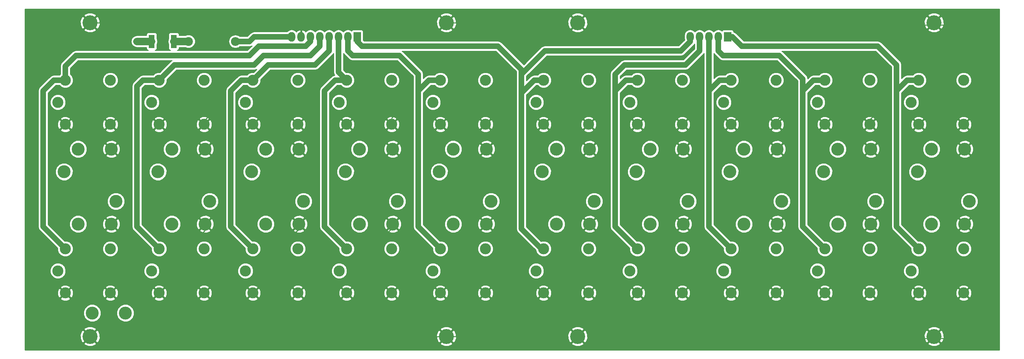
<source format=gbr>
G04 #@! TF.FileFunction,Copper,L1,Top,Signal*
%FSLAX46Y46*%
G04 Gerber Fmt 4.6, Leading zero omitted, Abs format (unit mm)*
G04 Created by KiCad (PCBNEW 4.0.5) date 02/01/17 10:47:15*
%MOMM*%
%LPD*%
G01*
G04 APERTURE LIST*
%ADD10C,0.600000*%
%ADD11C,4.064000*%
%ADD12C,3.000000*%
%ADD13C,3.500000*%
%ADD14R,2.000000X2.600000*%
%ADD15O,2.000000X2.600000*%
%ADD16R,1.600000X3.600000*%
%ADD17C,2.400000*%
%ADD18O,2.400000X2.400000*%
%ADD19C,0.600000*%
%ADD20C,0.250000*%
%ADD21C,2.000000*%
%ADD22C,1.500000*%
%ADD23C,0.254000*%
G04 APERTURE END LIST*
D10*
D11*
X38100000Y-39370000D03*
X38100000Y-124460000D03*
X266700000Y-39370000D03*
X266700000Y-124460000D03*
D12*
X43600000Y-100680000D03*
X43600000Y-112680000D03*
X31400000Y-112680000D03*
X31400000Y-100680000D03*
X29400000Y-106680000D03*
X43600000Y-54960000D03*
X43600000Y-66960000D03*
X31400000Y-66960000D03*
X31400000Y-54960000D03*
X29400000Y-60960000D03*
X69000000Y-100680000D03*
X69000000Y-112680000D03*
X56800000Y-112680000D03*
X56800000Y-100680000D03*
X54800000Y-106680000D03*
X69000000Y-54960000D03*
X69000000Y-66960000D03*
X56800000Y-66960000D03*
X56800000Y-54960000D03*
X54800000Y-60960000D03*
X94400000Y-100680000D03*
X94400000Y-112680000D03*
X82200000Y-112680000D03*
X82200000Y-100680000D03*
X80200000Y-106680000D03*
X94400000Y-54960000D03*
X94400000Y-66960000D03*
X82200000Y-66960000D03*
X82200000Y-54960000D03*
X80200000Y-60960000D03*
X119800000Y-100680000D03*
X119800000Y-112680000D03*
X107600000Y-112680000D03*
X107600000Y-100680000D03*
X105600000Y-106680000D03*
X119800000Y-54960000D03*
X119800000Y-66960000D03*
X107600000Y-66960000D03*
X107600000Y-54960000D03*
X105600000Y-60960000D03*
X145200000Y-100680000D03*
X145200000Y-112680000D03*
X133000000Y-112680000D03*
X133000000Y-100680000D03*
X131000000Y-106680000D03*
X145200000Y-54960000D03*
X145200000Y-66960000D03*
X133000000Y-66960000D03*
X133000000Y-54960000D03*
X131000000Y-60960000D03*
X173140000Y-100680000D03*
X173140000Y-112680000D03*
X160940000Y-112680000D03*
X160940000Y-100680000D03*
X158940000Y-106680000D03*
X173140000Y-54960000D03*
X173140000Y-66960000D03*
X160940000Y-66960000D03*
X160940000Y-54960000D03*
X158940000Y-60960000D03*
X198540000Y-100680000D03*
X198540000Y-112680000D03*
X186340000Y-112680000D03*
X186340000Y-100680000D03*
X184340000Y-106680000D03*
X198540000Y-54960000D03*
X198540000Y-66960000D03*
X186340000Y-66960000D03*
X186340000Y-54960000D03*
X184340000Y-60960000D03*
X223940000Y-100680000D03*
X223940000Y-112680000D03*
X211740000Y-112680000D03*
X211740000Y-100680000D03*
X209740000Y-106680000D03*
X223940000Y-54960000D03*
X223940000Y-66960000D03*
X211740000Y-66960000D03*
X211740000Y-54960000D03*
X209740000Y-60960000D03*
X249340000Y-100680000D03*
X249340000Y-112680000D03*
X237140000Y-112680000D03*
X237140000Y-100680000D03*
X235140000Y-106680000D03*
X249340000Y-54960000D03*
X249340000Y-66960000D03*
X237140000Y-66960000D03*
X237140000Y-54960000D03*
X235140000Y-60960000D03*
X274740000Y-100680000D03*
X274740000Y-112680000D03*
X262540000Y-112680000D03*
X262540000Y-100680000D03*
X260540000Y-106680000D03*
X274740000Y-54960000D03*
X274740000Y-66960000D03*
X262540000Y-66960000D03*
X262540000Y-54960000D03*
X260540000Y-60960000D03*
D11*
X134620000Y-124460000D03*
X134620000Y-39370000D03*
X170180000Y-39370000D03*
X170180000Y-124460000D03*
D13*
X31100000Y-79820000D03*
X45100000Y-87820000D03*
X56500000Y-79820000D03*
X70500000Y-87820000D03*
X81900000Y-79820000D03*
X95900000Y-87820000D03*
X107300000Y-79820000D03*
X121300000Y-87820000D03*
X132700000Y-79820000D03*
X146700000Y-87820000D03*
X160640000Y-79820000D03*
X174640000Y-87820000D03*
X186040000Y-79820000D03*
X200040000Y-87820000D03*
X211440000Y-79820000D03*
X225440000Y-87820000D03*
X236840000Y-79820000D03*
X250840000Y-87820000D03*
X262240000Y-79820000D03*
X276240000Y-87820000D03*
D14*
X110490000Y-43180000D03*
D15*
X107950000Y-43180000D03*
X105410000Y-43180000D03*
X102870000Y-43180000D03*
X100330000Y-43180000D03*
X97790000Y-43180000D03*
X95250000Y-43180000D03*
X92710000Y-43180000D03*
D14*
X210820000Y-43180000D03*
D15*
X208280000Y-43180000D03*
X205740000Y-43180000D03*
X203200000Y-43180000D03*
X200660000Y-43180000D03*
D16*
X54785000Y-44450000D03*
X60785000Y-44450000D03*
D13*
X47680000Y-118110000D03*
X38680000Y-118110000D03*
X34870000Y-93980000D03*
X43870000Y-93980000D03*
X34870000Y-73660000D03*
X43870000Y-73660000D03*
X60270000Y-93980000D03*
X69270000Y-93980000D03*
X60270000Y-73660000D03*
X69270000Y-73660000D03*
X85670000Y-93980000D03*
X94670000Y-93980000D03*
X85670000Y-73660000D03*
X94670000Y-73660000D03*
X111070000Y-93980000D03*
X120070000Y-93980000D03*
X111070000Y-73660000D03*
X120070000Y-73660000D03*
X136470000Y-93980000D03*
X145470000Y-93980000D03*
X136470000Y-73660000D03*
X145470000Y-73660000D03*
X164410000Y-93980000D03*
X173410000Y-93980000D03*
X164410000Y-73660000D03*
X173410000Y-73660000D03*
X189810000Y-93980000D03*
X198810000Y-93980000D03*
X189810000Y-73660000D03*
X198810000Y-73660000D03*
X215210000Y-93980000D03*
X224210000Y-93980000D03*
X215210000Y-73660000D03*
X224210000Y-73660000D03*
X240610000Y-93980000D03*
X249610000Y-93980000D03*
X240610000Y-73660000D03*
X249610000Y-73660000D03*
X266010000Y-93980000D03*
X275010000Y-93980000D03*
X266010000Y-73660000D03*
X275010000Y-73660000D03*
D17*
X64770000Y-44450000D03*
D18*
X77470000Y-44450000D03*
D19*
X129540000Y-38100000D03*
X119380000Y-38100000D03*
X106680000Y-38100000D03*
X93980000Y-38100000D03*
X81280000Y-38100000D03*
X68580000Y-38100000D03*
X55880000Y-38100000D03*
X45720000Y-38100000D03*
X270000000Y-100000000D03*
X270000000Y-107500000D03*
X245000000Y-100000000D03*
X245000000Y-107500000D03*
X220000000Y-100000000D03*
X220000000Y-107500000D03*
X195000000Y-100000000D03*
X195000000Y-107500000D03*
X167500000Y-100000000D03*
X167500000Y-107500000D03*
X140000000Y-100000000D03*
X140000000Y-105000000D03*
X115000000Y-100000000D03*
X115000000Y-107500000D03*
X90000000Y-100000000D03*
X90000000Y-107500000D03*
X65000000Y-100000000D03*
X65000000Y-107500000D03*
X37500000Y-100000000D03*
X37500000Y-107500000D03*
X26670000Y-39370000D03*
X22500000Y-120000000D03*
X22500000Y-110000000D03*
X22500000Y-100000000D03*
X22500000Y-90000000D03*
X22500000Y-80000000D03*
X22500000Y-70000000D03*
X22500000Y-60000000D03*
X22500000Y-50000000D03*
X31750000Y-39370000D03*
X47500000Y-62500000D03*
X47500000Y-70000000D03*
X47500000Y-77500000D03*
X72500000Y-62500000D03*
X72500000Y-70000000D03*
X72500000Y-77500000D03*
X97500000Y-62500000D03*
X97500000Y-70000000D03*
X97500000Y-77500000D03*
X122500000Y-62500000D03*
X122500000Y-70000000D03*
X122500000Y-77500000D03*
X150000000Y-62500000D03*
X150000000Y-70000000D03*
X150000000Y-77500000D03*
X177500000Y-62500000D03*
X177500000Y-70000000D03*
X177500000Y-77500000D03*
X202500000Y-62500000D03*
X202500000Y-70000000D03*
X202500000Y-77500000D03*
X227500000Y-62500000D03*
X227500000Y-70000000D03*
X227500000Y-77500000D03*
X277500000Y-62500000D03*
X277500000Y-70000000D03*
X277500000Y-77500000D03*
X252500000Y-62500000D03*
X252500000Y-70000000D03*
X252500000Y-77500000D03*
X160000000Y-40000000D03*
X150000000Y-40000000D03*
X140000000Y-40000000D03*
X270000000Y-40000000D03*
X260000000Y-40000000D03*
X250000000Y-40000000D03*
X240000000Y-40000000D03*
X230000000Y-40000000D03*
X220000000Y-40000000D03*
X210000000Y-40000000D03*
X200000000Y-40000000D03*
X190000000Y-40000000D03*
X180000000Y-40000000D03*
X280000000Y-115000000D03*
X280000000Y-105000000D03*
X280000000Y-95000000D03*
X280000000Y-85000000D03*
X280000000Y-75000000D03*
X280000000Y-65000000D03*
X280000000Y-55000000D03*
X280000000Y-45000000D03*
X180000000Y-125000000D03*
X190000000Y-125000000D03*
X200000000Y-125000000D03*
X210000000Y-125000000D03*
X220000000Y-125000000D03*
X230000000Y-125000000D03*
X240000000Y-125000000D03*
X250000000Y-125000000D03*
X260000000Y-125000000D03*
X270000000Y-125000000D03*
X145000000Y-125000000D03*
X155000000Y-125000000D03*
X165000000Y-125000000D03*
X35000000Y-125000000D03*
X45000000Y-125000000D03*
X55000000Y-125000000D03*
X65000000Y-125000000D03*
X75000000Y-125000000D03*
X85000000Y-125000000D03*
X95000000Y-125000000D03*
X105000000Y-125000000D03*
X115000000Y-125000000D03*
X125000000Y-125000000D03*
X50800000Y-44450000D03*
D20*
X38100000Y-39370000D02*
X44450000Y-39370000D01*
X106680000Y-38100000D02*
X119380000Y-38100000D01*
X81280000Y-38100000D02*
X93980000Y-38100000D01*
X55880000Y-38100000D02*
X68580000Y-38100000D01*
X44450000Y-39370000D02*
X45720000Y-38100000D01*
X270000000Y-100000000D02*
X270000000Y-107500000D01*
X245000000Y-100000000D02*
X245000000Y-107500000D01*
X220000000Y-100000000D02*
X220000000Y-107500000D01*
X195000000Y-100000000D02*
X195000000Y-107500000D01*
X167500000Y-100000000D02*
X167500000Y-107500000D01*
X140000000Y-100000000D02*
X140000000Y-105000000D01*
X120070000Y-93980000D02*
X120070000Y-94930000D01*
X120070000Y-94930000D02*
X115000000Y-100000000D01*
X94670000Y-93980000D02*
X94670000Y-95330000D01*
X94670000Y-95330000D02*
X90000000Y-100000000D01*
X69270000Y-93980000D02*
X69270000Y-95730000D01*
X69270000Y-95730000D02*
X65000000Y-100000000D01*
X43870000Y-93980000D02*
X43520000Y-93980000D01*
X43520000Y-93980000D02*
X37500000Y-100000000D01*
X22500000Y-110000000D02*
X22500000Y-120000000D01*
X22500000Y-90000000D02*
X22500000Y-100000000D01*
X22500000Y-70000000D02*
X22500000Y-80000000D01*
X22500000Y-50000000D02*
X22500000Y-60000000D01*
X26670000Y-39370000D02*
X31750000Y-39370000D01*
X47500000Y-62500000D02*
X47500000Y-70000000D01*
X69000000Y-66960000D02*
X69000000Y-66000000D01*
X69000000Y-66000000D02*
X72500000Y-62500000D01*
X72500000Y-70000000D02*
X72500000Y-77500000D01*
X97500000Y-62500000D02*
X97500000Y-70000000D01*
X119800000Y-66960000D02*
X119800000Y-65200000D01*
X119800000Y-65200000D02*
X122500000Y-62500000D01*
X122500000Y-70000000D02*
X122500000Y-77500000D01*
X150000000Y-62500000D02*
X150000000Y-70000000D01*
X173140000Y-66960000D02*
X173140000Y-66860000D01*
X173140000Y-66860000D02*
X177500000Y-62500000D01*
X177500000Y-70000000D02*
X177500000Y-77500000D01*
X202500000Y-62500000D02*
X202500000Y-70000000D01*
X223940000Y-66960000D02*
X223940000Y-66060000D01*
X223940000Y-66060000D02*
X227500000Y-62500000D01*
X227500000Y-70000000D02*
X227500000Y-77500000D01*
X277500000Y-62500000D02*
X277500000Y-70000000D01*
X249340000Y-66960000D02*
X249340000Y-65660000D01*
X249340000Y-65660000D02*
X252500000Y-62500000D01*
X252500000Y-70000000D02*
X252500000Y-77500000D01*
X160000000Y-40000000D02*
X150000000Y-40000000D01*
X140000000Y-40000000D02*
X139370000Y-39370000D01*
X139370000Y-39370000D02*
X134620000Y-39370000D01*
X270000000Y-40000000D02*
X260000000Y-40000000D01*
X250000000Y-40000000D02*
X240000000Y-40000000D01*
X230000000Y-40000000D02*
X220000000Y-40000000D01*
X210000000Y-40000000D02*
X200000000Y-40000000D01*
X190000000Y-40000000D02*
X180000000Y-40000000D01*
X280000000Y-115000000D02*
X280000000Y-105000000D01*
X280000000Y-95000000D02*
X280000000Y-85000000D01*
X280000000Y-75000000D02*
X280000000Y-65000000D01*
X280000000Y-55000000D02*
X280000000Y-45000000D01*
X180000000Y-125000000D02*
X190000000Y-125000000D01*
X200000000Y-125000000D02*
X210000000Y-125000000D01*
X220000000Y-125000000D02*
X230000000Y-125000000D01*
X240000000Y-125000000D02*
X250000000Y-125000000D01*
X260000000Y-125000000D02*
X270000000Y-125000000D01*
X134620000Y-124460000D02*
X144460000Y-124460000D01*
X144460000Y-124460000D02*
X145000000Y-125000000D01*
X155000000Y-125000000D02*
X165000000Y-125000000D01*
X26670000Y-124460000D02*
X34460000Y-124460000D01*
X34460000Y-124460000D02*
X35000000Y-125000000D01*
X45000000Y-125000000D02*
X55000000Y-125000000D01*
X65000000Y-125000000D02*
X75000000Y-125000000D01*
X85000000Y-125000000D02*
X95000000Y-125000000D01*
X105000000Y-125000000D02*
X115000000Y-125000000D01*
X125000000Y-125000000D02*
X125540000Y-124460000D01*
X125540000Y-124460000D02*
X134620000Y-124460000D01*
D21*
X64770000Y-44450000D02*
X60785000Y-44450000D01*
D22*
X97790000Y-43180000D02*
X97790000Y-44450000D01*
X97790000Y-44450000D02*
X96520000Y-45720000D01*
X96520000Y-45720000D02*
X83820000Y-45720000D01*
X83820000Y-45720000D02*
X81280000Y-48260000D01*
X81280000Y-48260000D02*
X34290000Y-48260000D01*
X34290000Y-48260000D02*
X31400000Y-51150000D01*
X31400000Y-51150000D02*
X31400000Y-54960000D01*
X31400000Y-54960000D02*
X28290000Y-54960000D01*
X25400000Y-94680000D02*
X31400000Y-100680000D01*
X25400000Y-57850000D02*
X25400000Y-94680000D01*
X28290000Y-54960000D02*
X25400000Y-57850000D01*
X100330000Y-43180000D02*
X100330000Y-45720000D01*
X100330000Y-45720000D02*
X97790000Y-48260000D01*
X97790000Y-48260000D02*
X85090000Y-48260000D01*
X85090000Y-48260000D02*
X82550000Y-50800000D01*
X82550000Y-50800000D02*
X60960000Y-50800000D01*
X60960000Y-50800000D02*
X56800000Y-54960000D01*
X56800000Y-54960000D02*
X52420000Y-54960000D01*
X50800000Y-94680000D02*
X56800000Y-100680000D01*
X50800000Y-56580000D02*
X50800000Y-94680000D01*
X52420000Y-54960000D02*
X50800000Y-56580000D01*
X102870000Y-43180000D02*
X102870000Y-46990000D01*
X102870000Y-46990000D02*
X99060000Y-50800000D01*
X99060000Y-50800000D02*
X86360000Y-50800000D01*
X86360000Y-50800000D02*
X82200000Y-54960000D01*
X82200000Y-54960000D02*
X79090000Y-54960000D01*
X76200000Y-94680000D02*
X82200000Y-100680000D01*
X76200000Y-57850000D02*
X76200000Y-94680000D01*
X79090000Y-54960000D02*
X76200000Y-57850000D01*
X105410000Y-43180000D02*
X105410000Y-52770000D01*
X105410000Y-52770000D02*
X107600000Y-54960000D01*
X107600000Y-54960000D02*
X104490000Y-54960000D01*
X101600000Y-94680000D02*
X107600000Y-100680000D01*
X101600000Y-57850000D02*
X101600000Y-94680000D01*
X104490000Y-54960000D02*
X101600000Y-57850000D01*
X107950000Y-43180000D02*
X107950000Y-46990000D01*
X107950000Y-46990000D02*
X109220000Y-48260000D01*
X109220000Y-48260000D02*
X121920000Y-48260000D01*
X121920000Y-48260000D02*
X127000000Y-53340000D01*
X127000000Y-53340000D02*
X127000000Y-57850000D01*
X133000000Y-54960000D02*
X129890000Y-54960000D01*
X127000000Y-94680000D02*
X133000000Y-100680000D01*
X127000000Y-57850000D02*
X127000000Y-94680000D01*
X129890000Y-54960000D02*
X127000000Y-57850000D01*
X110490000Y-43180000D02*
X110490000Y-44450000D01*
X110490000Y-44450000D02*
X111760000Y-45720000D01*
X111760000Y-45720000D02*
X148590000Y-45720000D01*
X148590000Y-45720000D02*
X154940000Y-52070000D01*
X154940000Y-52070000D02*
X154940000Y-53340000D01*
X200660000Y-43180000D02*
X200660000Y-44450000D01*
X200660000Y-44450000D02*
X198120000Y-46990000D01*
X198120000Y-46990000D02*
X161290000Y-46990000D01*
X161290000Y-46990000D02*
X154940000Y-53340000D01*
X154940000Y-53340000D02*
X154940000Y-58420000D01*
X160940000Y-100680000D02*
X160370000Y-100680000D01*
X160370000Y-100680000D02*
X154940000Y-95250000D01*
X154940000Y-95250000D02*
X154940000Y-58420000D01*
X154940000Y-58420000D02*
X158400000Y-54960000D01*
X158400000Y-54960000D02*
X160940000Y-54960000D01*
X203200000Y-43180000D02*
X203200000Y-46990000D01*
X203200000Y-46990000D02*
X199390000Y-50800000D01*
X199390000Y-50800000D02*
X182880000Y-50800000D01*
X182880000Y-50800000D02*
X180340000Y-53340000D01*
X180340000Y-53340000D02*
X180340000Y-57850000D01*
X186340000Y-54960000D02*
X183230000Y-54960000D01*
X180340000Y-94680000D02*
X186340000Y-100680000D01*
X180340000Y-57850000D02*
X180340000Y-94680000D01*
X183230000Y-54960000D02*
X180340000Y-57850000D01*
X205740000Y-43180000D02*
X205740000Y-57850000D01*
X211740000Y-54960000D02*
X208630000Y-54960000D01*
X205740000Y-94680000D02*
X211740000Y-100680000D01*
X205740000Y-57850000D02*
X205740000Y-94680000D01*
X208630000Y-54960000D02*
X205740000Y-57850000D01*
X208280000Y-43180000D02*
X208280000Y-46990000D01*
X208280000Y-46990000D02*
X209550000Y-48260000D01*
X209550000Y-48260000D02*
X224790000Y-48260000D01*
X224790000Y-48260000D02*
X231140000Y-54610000D01*
X231140000Y-54610000D02*
X231140000Y-57850000D01*
X237140000Y-54960000D02*
X234030000Y-54960000D01*
X231140000Y-94680000D02*
X237140000Y-100680000D01*
X231140000Y-57850000D02*
X231140000Y-94680000D01*
X234030000Y-54960000D02*
X231140000Y-57850000D01*
X210820000Y-43180000D02*
X212090000Y-43180000D01*
X212090000Y-43180000D02*
X214630000Y-45720000D01*
X214630000Y-45720000D02*
X251460000Y-45720000D01*
X251460000Y-45720000D02*
X256540000Y-50800000D01*
X256540000Y-50800000D02*
X256540000Y-57850000D01*
X262540000Y-54960000D02*
X259430000Y-54960000D01*
X256540000Y-94680000D02*
X262540000Y-100680000D01*
X256540000Y-57850000D02*
X256540000Y-94680000D01*
X259430000Y-54960000D02*
X256540000Y-57850000D01*
D21*
X54785000Y-44450000D02*
X50800000Y-44450000D01*
D22*
X92710000Y-43180000D02*
X82550000Y-43180000D01*
X81280000Y-44450000D02*
X77470000Y-44450000D01*
X82550000Y-43180000D02*
X81280000Y-44450000D01*
D23*
G36*
X284353000Y-128143000D02*
X20447000Y-128143000D01*
X20447000Y-126358121D01*
X36381484Y-126358121D01*
X36606154Y-126732168D01*
X37589388Y-127130880D01*
X38650357Y-127122975D01*
X39593846Y-126732168D01*
X39818516Y-126358121D01*
X132901484Y-126358121D01*
X133126154Y-126732168D01*
X134109388Y-127130880D01*
X135170357Y-127122975D01*
X136113846Y-126732168D01*
X136338516Y-126358121D01*
X168461484Y-126358121D01*
X168686154Y-126732168D01*
X169669388Y-127130880D01*
X170730357Y-127122975D01*
X171673846Y-126732168D01*
X171898516Y-126358121D01*
X264981484Y-126358121D01*
X265206154Y-126732168D01*
X266189388Y-127130880D01*
X267250357Y-127122975D01*
X268193846Y-126732168D01*
X268418516Y-126358121D01*
X266700000Y-124639605D01*
X264981484Y-126358121D01*
X171898516Y-126358121D01*
X170180000Y-124639605D01*
X168461484Y-126358121D01*
X136338516Y-126358121D01*
X134620000Y-124639605D01*
X132901484Y-126358121D01*
X39818516Y-126358121D01*
X38100000Y-124639605D01*
X36381484Y-126358121D01*
X20447000Y-126358121D01*
X20447000Y-123949388D01*
X35429120Y-123949388D01*
X35437025Y-125010357D01*
X35827832Y-125953846D01*
X36201879Y-126178516D01*
X37920395Y-124460000D01*
X38279605Y-124460000D01*
X39998121Y-126178516D01*
X40372168Y-125953846D01*
X40770880Y-124970612D01*
X40763272Y-123949388D01*
X131949120Y-123949388D01*
X131957025Y-125010357D01*
X132347832Y-125953846D01*
X132721879Y-126178516D01*
X134440395Y-124460000D01*
X134799605Y-124460000D01*
X136518121Y-126178516D01*
X136892168Y-125953846D01*
X137290880Y-124970612D01*
X137283272Y-123949388D01*
X167509120Y-123949388D01*
X167517025Y-125010357D01*
X167907832Y-125953846D01*
X168281879Y-126178516D01*
X170000395Y-124460000D01*
X170359605Y-124460000D01*
X172078121Y-126178516D01*
X172452168Y-125953846D01*
X172850880Y-124970612D01*
X172843272Y-123949388D01*
X264029120Y-123949388D01*
X264037025Y-125010357D01*
X264427832Y-125953846D01*
X264801879Y-126178516D01*
X266520395Y-124460000D01*
X266879605Y-124460000D01*
X268598121Y-126178516D01*
X268972168Y-125953846D01*
X269370880Y-124970612D01*
X269362975Y-123909643D01*
X268972168Y-122966154D01*
X268598121Y-122741484D01*
X266879605Y-124460000D01*
X266520395Y-124460000D01*
X264801879Y-122741484D01*
X264427832Y-122966154D01*
X264029120Y-123949388D01*
X172843272Y-123949388D01*
X172842975Y-123909643D01*
X172452168Y-122966154D01*
X172078121Y-122741484D01*
X170359605Y-124460000D01*
X170000395Y-124460000D01*
X168281879Y-122741484D01*
X167907832Y-122966154D01*
X167509120Y-123949388D01*
X137283272Y-123949388D01*
X137282975Y-123909643D01*
X136892168Y-122966154D01*
X136518121Y-122741484D01*
X134799605Y-124460000D01*
X134440395Y-124460000D01*
X132721879Y-122741484D01*
X132347832Y-122966154D01*
X131949120Y-123949388D01*
X40763272Y-123949388D01*
X40762975Y-123909643D01*
X40372168Y-122966154D01*
X39998121Y-122741484D01*
X38279605Y-124460000D01*
X37920395Y-124460000D01*
X36201879Y-122741484D01*
X35827832Y-122966154D01*
X35429120Y-123949388D01*
X20447000Y-123949388D01*
X20447000Y-122561879D01*
X36381484Y-122561879D01*
X38100000Y-124280395D01*
X39818516Y-122561879D01*
X132901484Y-122561879D01*
X134620000Y-124280395D01*
X136338516Y-122561879D01*
X168461484Y-122561879D01*
X170180000Y-124280395D01*
X171898516Y-122561879D01*
X264981484Y-122561879D01*
X266700000Y-124280395D01*
X268418516Y-122561879D01*
X268193846Y-122187832D01*
X267210612Y-121789120D01*
X266149643Y-121797025D01*
X265206154Y-122187832D01*
X264981484Y-122561879D01*
X171898516Y-122561879D01*
X171673846Y-122187832D01*
X170690612Y-121789120D01*
X169629643Y-121797025D01*
X168686154Y-122187832D01*
X168461484Y-122561879D01*
X136338516Y-122561879D01*
X136113846Y-122187832D01*
X135130612Y-121789120D01*
X134069643Y-121797025D01*
X133126154Y-122187832D01*
X132901484Y-122561879D01*
X39818516Y-122561879D01*
X39593846Y-122187832D01*
X38610612Y-121789120D01*
X37549643Y-121797025D01*
X36606154Y-122187832D01*
X36381484Y-122561879D01*
X20447000Y-122561879D01*
X20447000Y-118582325D01*
X36294587Y-118582325D01*
X36656916Y-119459229D01*
X37327242Y-120130726D01*
X38203513Y-120494585D01*
X39152325Y-120495413D01*
X40029229Y-120133084D01*
X40700726Y-119462758D01*
X41064585Y-118586487D01*
X41064588Y-118582325D01*
X45294587Y-118582325D01*
X45656916Y-119459229D01*
X46327242Y-120130726D01*
X47203513Y-120494585D01*
X48152325Y-120495413D01*
X49029229Y-120133084D01*
X49700726Y-119462758D01*
X50064585Y-118586487D01*
X50065413Y-117637675D01*
X49703084Y-116760771D01*
X49032758Y-116089274D01*
X48156487Y-115725415D01*
X47207675Y-115724587D01*
X46330771Y-116086916D01*
X45659274Y-116757242D01*
X45295415Y-117633513D01*
X45294587Y-118582325D01*
X41064588Y-118582325D01*
X41065413Y-117637675D01*
X40703084Y-116760771D01*
X40032758Y-116089274D01*
X39156487Y-115725415D01*
X38207675Y-115724587D01*
X37330771Y-116086916D01*
X36659274Y-116757242D01*
X36295415Y-117633513D01*
X36294587Y-118582325D01*
X20447000Y-118582325D01*
X20447000Y-114193970D01*
X30065635Y-114193970D01*
X30225418Y-114512739D01*
X31016187Y-114822723D01*
X31865387Y-114806497D01*
X32574582Y-114512739D01*
X32734365Y-114193970D01*
X42265635Y-114193970D01*
X42425418Y-114512739D01*
X43216187Y-114822723D01*
X44065387Y-114806497D01*
X44774582Y-114512739D01*
X44934365Y-114193970D01*
X55465635Y-114193970D01*
X55625418Y-114512739D01*
X56416187Y-114822723D01*
X57265387Y-114806497D01*
X57974582Y-114512739D01*
X58134365Y-114193970D01*
X67665635Y-114193970D01*
X67825418Y-114512739D01*
X68616187Y-114822723D01*
X69465387Y-114806497D01*
X70174582Y-114512739D01*
X70334365Y-114193970D01*
X80865635Y-114193970D01*
X81025418Y-114512739D01*
X81816187Y-114822723D01*
X82665387Y-114806497D01*
X83374582Y-114512739D01*
X83534365Y-114193970D01*
X93065635Y-114193970D01*
X93225418Y-114512739D01*
X94016187Y-114822723D01*
X94865387Y-114806497D01*
X95574582Y-114512739D01*
X95734365Y-114193970D01*
X106265635Y-114193970D01*
X106425418Y-114512739D01*
X107216187Y-114822723D01*
X108065387Y-114806497D01*
X108774582Y-114512739D01*
X108934365Y-114193970D01*
X118465635Y-114193970D01*
X118625418Y-114512739D01*
X119416187Y-114822723D01*
X120265387Y-114806497D01*
X120974582Y-114512739D01*
X121134365Y-114193970D01*
X131665635Y-114193970D01*
X131825418Y-114512739D01*
X132616187Y-114822723D01*
X133465387Y-114806497D01*
X134174582Y-114512739D01*
X134334365Y-114193970D01*
X143865635Y-114193970D01*
X144025418Y-114512739D01*
X144816187Y-114822723D01*
X145665387Y-114806497D01*
X146374582Y-114512739D01*
X146534365Y-114193970D01*
X159605635Y-114193970D01*
X159765418Y-114512739D01*
X160556187Y-114822723D01*
X161405387Y-114806497D01*
X162114582Y-114512739D01*
X162274365Y-114193970D01*
X171805635Y-114193970D01*
X171965418Y-114512739D01*
X172756187Y-114822723D01*
X173605387Y-114806497D01*
X174314582Y-114512739D01*
X174474365Y-114193970D01*
X185005635Y-114193970D01*
X185165418Y-114512739D01*
X185956187Y-114822723D01*
X186805387Y-114806497D01*
X187514582Y-114512739D01*
X187674365Y-114193970D01*
X197205635Y-114193970D01*
X197365418Y-114512739D01*
X198156187Y-114822723D01*
X199005387Y-114806497D01*
X199714582Y-114512739D01*
X199874365Y-114193970D01*
X210405635Y-114193970D01*
X210565418Y-114512739D01*
X211356187Y-114822723D01*
X212205387Y-114806497D01*
X212914582Y-114512739D01*
X213074365Y-114193970D01*
X222605635Y-114193970D01*
X222765418Y-114512739D01*
X223556187Y-114822723D01*
X224405387Y-114806497D01*
X225114582Y-114512739D01*
X225274365Y-114193970D01*
X235805635Y-114193970D01*
X235965418Y-114512739D01*
X236756187Y-114822723D01*
X237605387Y-114806497D01*
X238314582Y-114512739D01*
X238474365Y-114193970D01*
X248005635Y-114193970D01*
X248165418Y-114512739D01*
X248956187Y-114822723D01*
X249805387Y-114806497D01*
X250514582Y-114512739D01*
X250674365Y-114193970D01*
X261205635Y-114193970D01*
X261365418Y-114512739D01*
X262156187Y-114822723D01*
X263005387Y-114806497D01*
X263714582Y-114512739D01*
X263874365Y-114193970D01*
X273405635Y-114193970D01*
X273565418Y-114512739D01*
X274356187Y-114822723D01*
X275205387Y-114806497D01*
X275914582Y-114512739D01*
X276074365Y-114193970D01*
X274740000Y-112859605D01*
X273405635Y-114193970D01*
X263874365Y-114193970D01*
X262540000Y-112859605D01*
X261205635Y-114193970D01*
X250674365Y-114193970D01*
X249340000Y-112859605D01*
X248005635Y-114193970D01*
X238474365Y-114193970D01*
X237140000Y-112859605D01*
X235805635Y-114193970D01*
X225274365Y-114193970D01*
X223940000Y-112859605D01*
X222605635Y-114193970D01*
X213074365Y-114193970D01*
X211740000Y-112859605D01*
X210405635Y-114193970D01*
X199874365Y-114193970D01*
X198540000Y-112859605D01*
X197205635Y-114193970D01*
X187674365Y-114193970D01*
X186340000Y-112859605D01*
X185005635Y-114193970D01*
X174474365Y-114193970D01*
X173140000Y-112859605D01*
X171805635Y-114193970D01*
X162274365Y-114193970D01*
X160940000Y-112859605D01*
X159605635Y-114193970D01*
X146534365Y-114193970D01*
X145200000Y-112859605D01*
X143865635Y-114193970D01*
X134334365Y-114193970D01*
X133000000Y-112859605D01*
X131665635Y-114193970D01*
X121134365Y-114193970D01*
X119800000Y-112859605D01*
X118465635Y-114193970D01*
X108934365Y-114193970D01*
X107600000Y-112859605D01*
X106265635Y-114193970D01*
X95734365Y-114193970D01*
X94400000Y-112859605D01*
X93065635Y-114193970D01*
X83534365Y-114193970D01*
X82200000Y-112859605D01*
X80865635Y-114193970D01*
X70334365Y-114193970D01*
X69000000Y-112859605D01*
X67665635Y-114193970D01*
X58134365Y-114193970D01*
X56800000Y-112859605D01*
X55465635Y-114193970D01*
X44934365Y-114193970D01*
X43600000Y-112859605D01*
X42265635Y-114193970D01*
X32734365Y-114193970D01*
X31400000Y-112859605D01*
X30065635Y-114193970D01*
X20447000Y-114193970D01*
X20447000Y-112296187D01*
X29257277Y-112296187D01*
X29273503Y-113145387D01*
X29567261Y-113854582D01*
X29886030Y-114014365D01*
X31220395Y-112680000D01*
X31579605Y-112680000D01*
X32913970Y-114014365D01*
X33232739Y-113854582D01*
X33542723Y-113063813D01*
X33528056Y-112296187D01*
X41457277Y-112296187D01*
X41473503Y-113145387D01*
X41767261Y-113854582D01*
X42086030Y-114014365D01*
X43420395Y-112680000D01*
X43779605Y-112680000D01*
X45113970Y-114014365D01*
X45432739Y-113854582D01*
X45742723Y-113063813D01*
X45728056Y-112296187D01*
X54657277Y-112296187D01*
X54673503Y-113145387D01*
X54967261Y-113854582D01*
X55286030Y-114014365D01*
X56620395Y-112680000D01*
X56979605Y-112680000D01*
X58313970Y-114014365D01*
X58632739Y-113854582D01*
X58942723Y-113063813D01*
X58928056Y-112296187D01*
X66857277Y-112296187D01*
X66873503Y-113145387D01*
X67167261Y-113854582D01*
X67486030Y-114014365D01*
X68820395Y-112680000D01*
X69179605Y-112680000D01*
X70513970Y-114014365D01*
X70832739Y-113854582D01*
X71142723Y-113063813D01*
X71128056Y-112296187D01*
X80057277Y-112296187D01*
X80073503Y-113145387D01*
X80367261Y-113854582D01*
X80686030Y-114014365D01*
X82020395Y-112680000D01*
X82379605Y-112680000D01*
X83713970Y-114014365D01*
X84032739Y-113854582D01*
X84342723Y-113063813D01*
X84328056Y-112296187D01*
X92257277Y-112296187D01*
X92273503Y-113145387D01*
X92567261Y-113854582D01*
X92886030Y-114014365D01*
X94220395Y-112680000D01*
X94579605Y-112680000D01*
X95913970Y-114014365D01*
X96232739Y-113854582D01*
X96542723Y-113063813D01*
X96528056Y-112296187D01*
X105457277Y-112296187D01*
X105473503Y-113145387D01*
X105767261Y-113854582D01*
X106086030Y-114014365D01*
X107420395Y-112680000D01*
X107779605Y-112680000D01*
X109113970Y-114014365D01*
X109432739Y-113854582D01*
X109742723Y-113063813D01*
X109728056Y-112296187D01*
X117657277Y-112296187D01*
X117673503Y-113145387D01*
X117967261Y-113854582D01*
X118286030Y-114014365D01*
X119620395Y-112680000D01*
X119979605Y-112680000D01*
X121313970Y-114014365D01*
X121632739Y-113854582D01*
X121942723Y-113063813D01*
X121928056Y-112296187D01*
X130857277Y-112296187D01*
X130873503Y-113145387D01*
X131167261Y-113854582D01*
X131486030Y-114014365D01*
X132820395Y-112680000D01*
X133179605Y-112680000D01*
X134513970Y-114014365D01*
X134832739Y-113854582D01*
X135142723Y-113063813D01*
X135128056Y-112296187D01*
X143057277Y-112296187D01*
X143073503Y-113145387D01*
X143367261Y-113854582D01*
X143686030Y-114014365D01*
X145020395Y-112680000D01*
X145379605Y-112680000D01*
X146713970Y-114014365D01*
X147032739Y-113854582D01*
X147342723Y-113063813D01*
X147328056Y-112296187D01*
X158797277Y-112296187D01*
X158813503Y-113145387D01*
X159107261Y-113854582D01*
X159426030Y-114014365D01*
X160760395Y-112680000D01*
X161119605Y-112680000D01*
X162453970Y-114014365D01*
X162772739Y-113854582D01*
X163082723Y-113063813D01*
X163068056Y-112296187D01*
X170997277Y-112296187D01*
X171013503Y-113145387D01*
X171307261Y-113854582D01*
X171626030Y-114014365D01*
X172960395Y-112680000D01*
X173319605Y-112680000D01*
X174653970Y-114014365D01*
X174972739Y-113854582D01*
X175282723Y-113063813D01*
X175268056Y-112296187D01*
X184197277Y-112296187D01*
X184213503Y-113145387D01*
X184507261Y-113854582D01*
X184826030Y-114014365D01*
X186160395Y-112680000D01*
X186519605Y-112680000D01*
X187853970Y-114014365D01*
X188172739Y-113854582D01*
X188482723Y-113063813D01*
X188468056Y-112296187D01*
X196397277Y-112296187D01*
X196413503Y-113145387D01*
X196707261Y-113854582D01*
X197026030Y-114014365D01*
X198360395Y-112680000D01*
X198719605Y-112680000D01*
X200053970Y-114014365D01*
X200372739Y-113854582D01*
X200682723Y-113063813D01*
X200668056Y-112296187D01*
X209597277Y-112296187D01*
X209613503Y-113145387D01*
X209907261Y-113854582D01*
X210226030Y-114014365D01*
X211560395Y-112680000D01*
X211919605Y-112680000D01*
X213253970Y-114014365D01*
X213572739Y-113854582D01*
X213882723Y-113063813D01*
X213868056Y-112296187D01*
X221797277Y-112296187D01*
X221813503Y-113145387D01*
X222107261Y-113854582D01*
X222426030Y-114014365D01*
X223760395Y-112680000D01*
X224119605Y-112680000D01*
X225453970Y-114014365D01*
X225772739Y-113854582D01*
X226082723Y-113063813D01*
X226068056Y-112296187D01*
X234997277Y-112296187D01*
X235013503Y-113145387D01*
X235307261Y-113854582D01*
X235626030Y-114014365D01*
X236960395Y-112680000D01*
X237319605Y-112680000D01*
X238653970Y-114014365D01*
X238972739Y-113854582D01*
X239282723Y-113063813D01*
X239268056Y-112296187D01*
X247197277Y-112296187D01*
X247213503Y-113145387D01*
X247507261Y-113854582D01*
X247826030Y-114014365D01*
X249160395Y-112680000D01*
X249519605Y-112680000D01*
X250853970Y-114014365D01*
X251172739Y-113854582D01*
X251482723Y-113063813D01*
X251468056Y-112296187D01*
X260397277Y-112296187D01*
X260413503Y-113145387D01*
X260707261Y-113854582D01*
X261026030Y-114014365D01*
X262360395Y-112680000D01*
X262719605Y-112680000D01*
X264053970Y-114014365D01*
X264372739Y-113854582D01*
X264682723Y-113063813D01*
X264668056Y-112296187D01*
X272597277Y-112296187D01*
X272613503Y-113145387D01*
X272907261Y-113854582D01*
X273226030Y-114014365D01*
X274560395Y-112680000D01*
X274919605Y-112680000D01*
X276253970Y-114014365D01*
X276572739Y-113854582D01*
X276882723Y-113063813D01*
X276866497Y-112214613D01*
X276572739Y-111505418D01*
X276253970Y-111345635D01*
X274919605Y-112680000D01*
X274560395Y-112680000D01*
X273226030Y-111345635D01*
X272907261Y-111505418D01*
X272597277Y-112296187D01*
X264668056Y-112296187D01*
X264666497Y-112214613D01*
X264372739Y-111505418D01*
X264053970Y-111345635D01*
X262719605Y-112680000D01*
X262360395Y-112680000D01*
X261026030Y-111345635D01*
X260707261Y-111505418D01*
X260397277Y-112296187D01*
X251468056Y-112296187D01*
X251466497Y-112214613D01*
X251172739Y-111505418D01*
X250853970Y-111345635D01*
X249519605Y-112680000D01*
X249160395Y-112680000D01*
X247826030Y-111345635D01*
X247507261Y-111505418D01*
X247197277Y-112296187D01*
X239268056Y-112296187D01*
X239266497Y-112214613D01*
X238972739Y-111505418D01*
X238653970Y-111345635D01*
X237319605Y-112680000D01*
X236960395Y-112680000D01*
X235626030Y-111345635D01*
X235307261Y-111505418D01*
X234997277Y-112296187D01*
X226068056Y-112296187D01*
X226066497Y-112214613D01*
X225772739Y-111505418D01*
X225453970Y-111345635D01*
X224119605Y-112680000D01*
X223760395Y-112680000D01*
X222426030Y-111345635D01*
X222107261Y-111505418D01*
X221797277Y-112296187D01*
X213868056Y-112296187D01*
X213866497Y-112214613D01*
X213572739Y-111505418D01*
X213253970Y-111345635D01*
X211919605Y-112680000D01*
X211560395Y-112680000D01*
X210226030Y-111345635D01*
X209907261Y-111505418D01*
X209597277Y-112296187D01*
X200668056Y-112296187D01*
X200666497Y-112214613D01*
X200372739Y-111505418D01*
X200053970Y-111345635D01*
X198719605Y-112680000D01*
X198360395Y-112680000D01*
X197026030Y-111345635D01*
X196707261Y-111505418D01*
X196397277Y-112296187D01*
X188468056Y-112296187D01*
X188466497Y-112214613D01*
X188172739Y-111505418D01*
X187853970Y-111345635D01*
X186519605Y-112680000D01*
X186160395Y-112680000D01*
X184826030Y-111345635D01*
X184507261Y-111505418D01*
X184197277Y-112296187D01*
X175268056Y-112296187D01*
X175266497Y-112214613D01*
X174972739Y-111505418D01*
X174653970Y-111345635D01*
X173319605Y-112680000D01*
X172960395Y-112680000D01*
X171626030Y-111345635D01*
X171307261Y-111505418D01*
X170997277Y-112296187D01*
X163068056Y-112296187D01*
X163066497Y-112214613D01*
X162772739Y-111505418D01*
X162453970Y-111345635D01*
X161119605Y-112680000D01*
X160760395Y-112680000D01*
X159426030Y-111345635D01*
X159107261Y-111505418D01*
X158797277Y-112296187D01*
X147328056Y-112296187D01*
X147326497Y-112214613D01*
X147032739Y-111505418D01*
X146713970Y-111345635D01*
X145379605Y-112680000D01*
X145020395Y-112680000D01*
X143686030Y-111345635D01*
X143367261Y-111505418D01*
X143057277Y-112296187D01*
X135128056Y-112296187D01*
X135126497Y-112214613D01*
X134832739Y-111505418D01*
X134513970Y-111345635D01*
X133179605Y-112680000D01*
X132820395Y-112680000D01*
X131486030Y-111345635D01*
X131167261Y-111505418D01*
X130857277Y-112296187D01*
X121928056Y-112296187D01*
X121926497Y-112214613D01*
X121632739Y-111505418D01*
X121313970Y-111345635D01*
X119979605Y-112680000D01*
X119620395Y-112680000D01*
X118286030Y-111345635D01*
X117967261Y-111505418D01*
X117657277Y-112296187D01*
X109728056Y-112296187D01*
X109726497Y-112214613D01*
X109432739Y-111505418D01*
X109113970Y-111345635D01*
X107779605Y-112680000D01*
X107420395Y-112680000D01*
X106086030Y-111345635D01*
X105767261Y-111505418D01*
X105457277Y-112296187D01*
X96528056Y-112296187D01*
X96526497Y-112214613D01*
X96232739Y-111505418D01*
X95913970Y-111345635D01*
X94579605Y-112680000D01*
X94220395Y-112680000D01*
X92886030Y-111345635D01*
X92567261Y-111505418D01*
X92257277Y-112296187D01*
X84328056Y-112296187D01*
X84326497Y-112214613D01*
X84032739Y-111505418D01*
X83713970Y-111345635D01*
X82379605Y-112680000D01*
X82020395Y-112680000D01*
X80686030Y-111345635D01*
X80367261Y-111505418D01*
X80057277Y-112296187D01*
X71128056Y-112296187D01*
X71126497Y-112214613D01*
X70832739Y-111505418D01*
X70513970Y-111345635D01*
X69179605Y-112680000D01*
X68820395Y-112680000D01*
X67486030Y-111345635D01*
X67167261Y-111505418D01*
X66857277Y-112296187D01*
X58928056Y-112296187D01*
X58926497Y-112214613D01*
X58632739Y-111505418D01*
X58313970Y-111345635D01*
X56979605Y-112680000D01*
X56620395Y-112680000D01*
X55286030Y-111345635D01*
X54967261Y-111505418D01*
X54657277Y-112296187D01*
X45728056Y-112296187D01*
X45726497Y-112214613D01*
X45432739Y-111505418D01*
X45113970Y-111345635D01*
X43779605Y-112680000D01*
X43420395Y-112680000D01*
X42086030Y-111345635D01*
X41767261Y-111505418D01*
X41457277Y-112296187D01*
X33528056Y-112296187D01*
X33526497Y-112214613D01*
X33232739Y-111505418D01*
X32913970Y-111345635D01*
X31579605Y-112680000D01*
X31220395Y-112680000D01*
X29886030Y-111345635D01*
X29567261Y-111505418D01*
X29257277Y-112296187D01*
X20447000Y-112296187D01*
X20447000Y-111166030D01*
X30065635Y-111166030D01*
X31400000Y-112500395D01*
X32734365Y-111166030D01*
X42265635Y-111166030D01*
X43600000Y-112500395D01*
X44934365Y-111166030D01*
X55465635Y-111166030D01*
X56800000Y-112500395D01*
X58134365Y-111166030D01*
X67665635Y-111166030D01*
X69000000Y-112500395D01*
X70334365Y-111166030D01*
X80865635Y-111166030D01*
X82200000Y-112500395D01*
X83534365Y-111166030D01*
X93065635Y-111166030D01*
X94400000Y-112500395D01*
X95734365Y-111166030D01*
X106265635Y-111166030D01*
X107600000Y-112500395D01*
X108934365Y-111166030D01*
X118465635Y-111166030D01*
X119800000Y-112500395D01*
X121134365Y-111166030D01*
X131665635Y-111166030D01*
X133000000Y-112500395D01*
X134334365Y-111166030D01*
X143865635Y-111166030D01*
X145200000Y-112500395D01*
X146534365Y-111166030D01*
X159605635Y-111166030D01*
X160940000Y-112500395D01*
X162274365Y-111166030D01*
X171805635Y-111166030D01*
X173140000Y-112500395D01*
X174474365Y-111166030D01*
X185005635Y-111166030D01*
X186340000Y-112500395D01*
X187674365Y-111166030D01*
X197205635Y-111166030D01*
X198540000Y-112500395D01*
X199874365Y-111166030D01*
X210405635Y-111166030D01*
X211740000Y-112500395D01*
X213074365Y-111166030D01*
X222605635Y-111166030D01*
X223940000Y-112500395D01*
X225274365Y-111166030D01*
X235805635Y-111166030D01*
X237140000Y-112500395D01*
X238474365Y-111166030D01*
X248005635Y-111166030D01*
X249340000Y-112500395D01*
X250674365Y-111166030D01*
X261205635Y-111166030D01*
X262540000Y-112500395D01*
X263874365Y-111166030D01*
X273405635Y-111166030D01*
X274740000Y-112500395D01*
X276074365Y-111166030D01*
X275914582Y-110847261D01*
X275123813Y-110537277D01*
X274274613Y-110553503D01*
X273565418Y-110847261D01*
X273405635Y-111166030D01*
X263874365Y-111166030D01*
X263714582Y-110847261D01*
X262923813Y-110537277D01*
X262074613Y-110553503D01*
X261365418Y-110847261D01*
X261205635Y-111166030D01*
X250674365Y-111166030D01*
X250514582Y-110847261D01*
X249723813Y-110537277D01*
X248874613Y-110553503D01*
X248165418Y-110847261D01*
X248005635Y-111166030D01*
X238474365Y-111166030D01*
X238314582Y-110847261D01*
X237523813Y-110537277D01*
X236674613Y-110553503D01*
X235965418Y-110847261D01*
X235805635Y-111166030D01*
X225274365Y-111166030D01*
X225114582Y-110847261D01*
X224323813Y-110537277D01*
X223474613Y-110553503D01*
X222765418Y-110847261D01*
X222605635Y-111166030D01*
X213074365Y-111166030D01*
X212914582Y-110847261D01*
X212123813Y-110537277D01*
X211274613Y-110553503D01*
X210565418Y-110847261D01*
X210405635Y-111166030D01*
X199874365Y-111166030D01*
X199714582Y-110847261D01*
X198923813Y-110537277D01*
X198074613Y-110553503D01*
X197365418Y-110847261D01*
X197205635Y-111166030D01*
X187674365Y-111166030D01*
X187514582Y-110847261D01*
X186723813Y-110537277D01*
X185874613Y-110553503D01*
X185165418Y-110847261D01*
X185005635Y-111166030D01*
X174474365Y-111166030D01*
X174314582Y-110847261D01*
X173523813Y-110537277D01*
X172674613Y-110553503D01*
X171965418Y-110847261D01*
X171805635Y-111166030D01*
X162274365Y-111166030D01*
X162114582Y-110847261D01*
X161323813Y-110537277D01*
X160474613Y-110553503D01*
X159765418Y-110847261D01*
X159605635Y-111166030D01*
X146534365Y-111166030D01*
X146374582Y-110847261D01*
X145583813Y-110537277D01*
X144734613Y-110553503D01*
X144025418Y-110847261D01*
X143865635Y-111166030D01*
X134334365Y-111166030D01*
X134174582Y-110847261D01*
X133383813Y-110537277D01*
X132534613Y-110553503D01*
X131825418Y-110847261D01*
X131665635Y-111166030D01*
X121134365Y-111166030D01*
X120974582Y-110847261D01*
X120183813Y-110537277D01*
X119334613Y-110553503D01*
X118625418Y-110847261D01*
X118465635Y-111166030D01*
X108934365Y-111166030D01*
X108774582Y-110847261D01*
X107983813Y-110537277D01*
X107134613Y-110553503D01*
X106425418Y-110847261D01*
X106265635Y-111166030D01*
X95734365Y-111166030D01*
X95574582Y-110847261D01*
X94783813Y-110537277D01*
X93934613Y-110553503D01*
X93225418Y-110847261D01*
X93065635Y-111166030D01*
X83534365Y-111166030D01*
X83374582Y-110847261D01*
X82583813Y-110537277D01*
X81734613Y-110553503D01*
X81025418Y-110847261D01*
X80865635Y-111166030D01*
X70334365Y-111166030D01*
X70174582Y-110847261D01*
X69383813Y-110537277D01*
X68534613Y-110553503D01*
X67825418Y-110847261D01*
X67665635Y-111166030D01*
X58134365Y-111166030D01*
X57974582Y-110847261D01*
X57183813Y-110537277D01*
X56334613Y-110553503D01*
X55625418Y-110847261D01*
X55465635Y-111166030D01*
X44934365Y-111166030D01*
X44774582Y-110847261D01*
X43983813Y-110537277D01*
X43134613Y-110553503D01*
X42425418Y-110847261D01*
X42265635Y-111166030D01*
X32734365Y-111166030D01*
X32574582Y-110847261D01*
X31783813Y-110537277D01*
X30934613Y-110553503D01*
X30225418Y-110847261D01*
X30065635Y-111166030D01*
X20447000Y-111166030D01*
X20447000Y-107102815D01*
X27264630Y-107102815D01*
X27588980Y-107887800D01*
X28189041Y-108488909D01*
X28973459Y-108814628D01*
X29822815Y-108815370D01*
X30607800Y-108491020D01*
X31208909Y-107890959D01*
X31534628Y-107106541D01*
X31534631Y-107102815D01*
X52664630Y-107102815D01*
X52988980Y-107887800D01*
X53589041Y-108488909D01*
X54373459Y-108814628D01*
X55222815Y-108815370D01*
X56007800Y-108491020D01*
X56608909Y-107890959D01*
X56934628Y-107106541D01*
X56934631Y-107102815D01*
X78064630Y-107102815D01*
X78388980Y-107887800D01*
X78989041Y-108488909D01*
X79773459Y-108814628D01*
X80622815Y-108815370D01*
X81407800Y-108491020D01*
X82008909Y-107890959D01*
X82334628Y-107106541D01*
X82334631Y-107102815D01*
X103464630Y-107102815D01*
X103788980Y-107887800D01*
X104389041Y-108488909D01*
X105173459Y-108814628D01*
X106022815Y-108815370D01*
X106807800Y-108491020D01*
X107408909Y-107890959D01*
X107734628Y-107106541D01*
X107734631Y-107102815D01*
X128864630Y-107102815D01*
X129188980Y-107887800D01*
X129789041Y-108488909D01*
X130573459Y-108814628D01*
X131422815Y-108815370D01*
X132207800Y-108491020D01*
X132808909Y-107890959D01*
X133134628Y-107106541D01*
X133134631Y-107102815D01*
X156804630Y-107102815D01*
X157128980Y-107887800D01*
X157729041Y-108488909D01*
X158513459Y-108814628D01*
X159362815Y-108815370D01*
X160147800Y-108491020D01*
X160748909Y-107890959D01*
X161074628Y-107106541D01*
X161074631Y-107102815D01*
X182204630Y-107102815D01*
X182528980Y-107887800D01*
X183129041Y-108488909D01*
X183913459Y-108814628D01*
X184762815Y-108815370D01*
X185547800Y-108491020D01*
X186148909Y-107890959D01*
X186474628Y-107106541D01*
X186474631Y-107102815D01*
X207604630Y-107102815D01*
X207928980Y-107887800D01*
X208529041Y-108488909D01*
X209313459Y-108814628D01*
X210162815Y-108815370D01*
X210947800Y-108491020D01*
X211548909Y-107890959D01*
X211874628Y-107106541D01*
X211874631Y-107102815D01*
X233004630Y-107102815D01*
X233328980Y-107887800D01*
X233929041Y-108488909D01*
X234713459Y-108814628D01*
X235562815Y-108815370D01*
X236347800Y-108491020D01*
X236948909Y-107890959D01*
X237274628Y-107106541D01*
X237274631Y-107102815D01*
X258404630Y-107102815D01*
X258728980Y-107887800D01*
X259329041Y-108488909D01*
X260113459Y-108814628D01*
X260962815Y-108815370D01*
X261747800Y-108491020D01*
X262348909Y-107890959D01*
X262674628Y-107106541D01*
X262675370Y-106257185D01*
X262351020Y-105472200D01*
X261750959Y-104871091D01*
X260966541Y-104545372D01*
X260117185Y-104544630D01*
X259332200Y-104868980D01*
X258731091Y-105469041D01*
X258405372Y-106253459D01*
X258404630Y-107102815D01*
X237274631Y-107102815D01*
X237275370Y-106257185D01*
X236951020Y-105472200D01*
X236350959Y-104871091D01*
X235566541Y-104545372D01*
X234717185Y-104544630D01*
X233932200Y-104868980D01*
X233331091Y-105469041D01*
X233005372Y-106253459D01*
X233004630Y-107102815D01*
X211874631Y-107102815D01*
X211875370Y-106257185D01*
X211551020Y-105472200D01*
X210950959Y-104871091D01*
X210166541Y-104545372D01*
X209317185Y-104544630D01*
X208532200Y-104868980D01*
X207931091Y-105469041D01*
X207605372Y-106253459D01*
X207604630Y-107102815D01*
X186474631Y-107102815D01*
X186475370Y-106257185D01*
X186151020Y-105472200D01*
X185550959Y-104871091D01*
X184766541Y-104545372D01*
X183917185Y-104544630D01*
X183132200Y-104868980D01*
X182531091Y-105469041D01*
X182205372Y-106253459D01*
X182204630Y-107102815D01*
X161074631Y-107102815D01*
X161075370Y-106257185D01*
X160751020Y-105472200D01*
X160150959Y-104871091D01*
X159366541Y-104545372D01*
X158517185Y-104544630D01*
X157732200Y-104868980D01*
X157131091Y-105469041D01*
X156805372Y-106253459D01*
X156804630Y-107102815D01*
X133134631Y-107102815D01*
X133135370Y-106257185D01*
X132811020Y-105472200D01*
X132210959Y-104871091D01*
X131426541Y-104545372D01*
X130577185Y-104544630D01*
X129792200Y-104868980D01*
X129191091Y-105469041D01*
X128865372Y-106253459D01*
X128864630Y-107102815D01*
X107734631Y-107102815D01*
X107735370Y-106257185D01*
X107411020Y-105472200D01*
X106810959Y-104871091D01*
X106026541Y-104545372D01*
X105177185Y-104544630D01*
X104392200Y-104868980D01*
X103791091Y-105469041D01*
X103465372Y-106253459D01*
X103464630Y-107102815D01*
X82334631Y-107102815D01*
X82335370Y-106257185D01*
X82011020Y-105472200D01*
X81410959Y-104871091D01*
X80626541Y-104545372D01*
X79777185Y-104544630D01*
X78992200Y-104868980D01*
X78391091Y-105469041D01*
X78065372Y-106253459D01*
X78064630Y-107102815D01*
X56934631Y-107102815D01*
X56935370Y-106257185D01*
X56611020Y-105472200D01*
X56010959Y-104871091D01*
X55226541Y-104545372D01*
X54377185Y-104544630D01*
X53592200Y-104868980D01*
X52991091Y-105469041D01*
X52665372Y-106253459D01*
X52664630Y-107102815D01*
X31534631Y-107102815D01*
X31535370Y-106257185D01*
X31211020Y-105472200D01*
X30610959Y-104871091D01*
X29826541Y-104545372D01*
X28977185Y-104544630D01*
X28192200Y-104868980D01*
X27591091Y-105469041D01*
X27265372Y-106253459D01*
X27264630Y-107102815D01*
X20447000Y-107102815D01*
X20447000Y-57850000D01*
X24015000Y-57850000D01*
X24015000Y-94680000D01*
X24120427Y-95210017D01*
X24200082Y-95329229D01*
X24420657Y-95659343D01*
X29265153Y-100503839D01*
X29264630Y-101102815D01*
X29588980Y-101887800D01*
X30189041Y-102488909D01*
X30973459Y-102814628D01*
X31822815Y-102815370D01*
X32607800Y-102491020D01*
X33208909Y-101890959D01*
X33534628Y-101106541D01*
X33534631Y-101102815D01*
X41464630Y-101102815D01*
X41788980Y-101887800D01*
X42389041Y-102488909D01*
X43173459Y-102814628D01*
X44022815Y-102815370D01*
X44807800Y-102491020D01*
X45408909Y-101890959D01*
X45734628Y-101106541D01*
X45735370Y-100257185D01*
X45411020Y-99472200D01*
X44810959Y-98871091D01*
X44026541Y-98545372D01*
X43177185Y-98544630D01*
X42392200Y-98868980D01*
X41791091Y-99469041D01*
X41465372Y-100253459D01*
X41464630Y-101102815D01*
X33534631Y-101102815D01*
X33535370Y-100257185D01*
X33211020Y-99472200D01*
X32610959Y-98871091D01*
X31826541Y-98545372D01*
X31223531Y-98544845D01*
X27131011Y-94452325D01*
X32484587Y-94452325D01*
X32846916Y-95329229D01*
X33517242Y-96000726D01*
X34393513Y-96364585D01*
X35342325Y-96365413D01*
X36219229Y-96003084D01*
X36548358Y-95674528D01*
X42355077Y-95674528D01*
X42545364Y-96019271D01*
X43426591Y-96370956D01*
X44375323Y-96358641D01*
X45194636Y-96019271D01*
X45384923Y-95674528D01*
X43870000Y-94159605D01*
X42355077Y-95674528D01*
X36548358Y-95674528D01*
X36890726Y-95332758D01*
X37254585Y-94456487D01*
X37255387Y-93536591D01*
X41479044Y-93536591D01*
X41491359Y-94485323D01*
X41830729Y-95304636D01*
X42175472Y-95494923D01*
X43690395Y-93980000D01*
X44049605Y-93980000D01*
X45564528Y-95494923D01*
X45909271Y-95304636D01*
X46260956Y-94423409D01*
X46248641Y-93474677D01*
X45909271Y-92655364D01*
X45564528Y-92465077D01*
X44049605Y-93980000D01*
X43690395Y-93980000D01*
X42175472Y-92465077D01*
X41830729Y-92655364D01*
X41479044Y-93536591D01*
X37255387Y-93536591D01*
X37255413Y-93507675D01*
X36893084Y-92630771D01*
X36548388Y-92285472D01*
X42355077Y-92285472D01*
X43870000Y-93800395D01*
X45384923Y-92285472D01*
X45194636Y-91940729D01*
X44313409Y-91589044D01*
X43364677Y-91601359D01*
X42545364Y-91940729D01*
X42355077Y-92285472D01*
X36548388Y-92285472D01*
X36222758Y-91959274D01*
X35346487Y-91595415D01*
X34397675Y-91594587D01*
X33520771Y-91956916D01*
X32849274Y-92627242D01*
X32485415Y-93503513D01*
X32484587Y-94452325D01*
X27131011Y-94452325D01*
X26785000Y-94106314D01*
X26785000Y-88292325D01*
X42714587Y-88292325D01*
X43076916Y-89169229D01*
X43747242Y-89840726D01*
X44623513Y-90204585D01*
X45572325Y-90205413D01*
X46449229Y-89843084D01*
X47120726Y-89172758D01*
X47484585Y-88296487D01*
X47485413Y-87347675D01*
X47123084Y-86470771D01*
X46452758Y-85799274D01*
X45576487Y-85435415D01*
X44627675Y-85434587D01*
X43750771Y-85796916D01*
X43079274Y-86467242D01*
X42715415Y-87343513D01*
X42714587Y-88292325D01*
X26785000Y-88292325D01*
X26785000Y-80292325D01*
X28714587Y-80292325D01*
X29076916Y-81169229D01*
X29747242Y-81840726D01*
X30623513Y-82204585D01*
X31572325Y-82205413D01*
X32449229Y-81843084D01*
X33120726Y-81172758D01*
X33484585Y-80296487D01*
X33485413Y-79347675D01*
X33123084Y-78470771D01*
X32452758Y-77799274D01*
X31576487Y-77435415D01*
X30627675Y-77434587D01*
X29750771Y-77796916D01*
X29079274Y-78467242D01*
X28715415Y-79343513D01*
X28714587Y-80292325D01*
X26785000Y-80292325D01*
X26785000Y-74132325D01*
X32484587Y-74132325D01*
X32846916Y-75009229D01*
X33517242Y-75680726D01*
X34393513Y-76044585D01*
X35342325Y-76045413D01*
X36219229Y-75683084D01*
X36548358Y-75354528D01*
X42355077Y-75354528D01*
X42545364Y-75699271D01*
X43426591Y-76050956D01*
X44375323Y-76038641D01*
X45194636Y-75699271D01*
X45384923Y-75354528D01*
X43870000Y-73839605D01*
X42355077Y-75354528D01*
X36548358Y-75354528D01*
X36890726Y-75012758D01*
X37254585Y-74136487D01*
X37255387Y-73216591D01*
X41479044Y-73216591D01*
X41491359Y-74165323D01*
X41830729Y-74984636D01*
X42175472Y-75174923D01*
X43690395Y-73660000D01*
X44049605Y-73660000D01*
X45564528Y-75174923D01*
X45909271Y-74984636D01*
X46260956Y-74103409D01*
X46248641Y-73154677D01*
X45909271Y-72335364D01*
X45564528Y-72145077D01*
X44049605Y-73660000D01*
X43690395Y-73660000D01*
X42175472Y-72145077D01*
X41830729Y-72335364D01*
X41479044Y-73216591D01*
X37255387Y-73216591D01*
X37255413Y-73187675D01*
X36893084Y-72310771D01*
X36548388Y-71965472D01*
X42355077Y-71965472D01*
X43870000Y-73480395D01*
X45384923Y-71965472D01*
X45194636Y-71620729D01*
X44313409Y-71269044D01*
X43364677Y-71281359D01*
X42545364Y-71620729D01*
X42355077Y-71965472D01*
X36548388Y-71965472D01*
X36222758Y-71639274D01*
X35346487Y-71275415D01*
X34397675Y-71274587D01*
X33520771Y-71636916D01*
X32849274Y-72307242D01*
X32485415Y-73183513D01*
X32484587Y-74132325D01*
X26785000Y-74132325D01*
X26785000Y-68473970D01*
X30065635Y-68473970D01*
X30225418Y-68792739D01*
X31016187Y-69102723D01*
X31865387Y-69086497D01*
X32574582Y-68792739D01*
X32734365Y-68473970D01*
X42265635Y-68473970D01*
X42425418Y-68792739D01*
X43216187Y-69102723D01*
X44065387Y-69086497D01*
X44774582Y-68792739D01*
X44934365Y-68473970D01*
X43600000Y-67139605D01*
X42265635Y-68473970D01*
X32734365Y-68473970D01*
X31400000Y-67139605D01*
X30065635Y-68473970D01*
X26785000Y-68473970D01*
X26785000Y-66576187D01*
X29257277Y-66576187D01*
X29273503Y-67425387D01*
X29567261Y-68134582D01*
X29886030Y-68294365D01*
X31220395Y-66960000D01*
X31579605Y-66960000D01*
X32913970Y-68294365D01*
X33232739Y-68134582D01*
X33542723Y-67343813D01*
X33528056Y-66576187D01*
X41457277Y-66576187D01*
X41473503Y-67425387D01*
X41767261Y-68134582D01*
X42086030Y-68294365D01*
X43420395Y-66960000D01*
X43779605Y-66960000D01*
X45113970Y-68294365D01*
X45432739Y-68134582D01*
X45742723Y-67343813D01*
X45726497Y-66494613D01*
X45432739Y-65785418D01*
X45113970Y-65625635D01*
X43779605Y-66960000D01*
X43420395Y-66960000D01*
X42086030Y-65625635D01*
X41767261Y-65785418D01*
X41457277Y-66576187D01*
X33528056Y-66576187D01*
X33526497Y-66494613D01*
X33232739Y-65785418D01*
X32913970Y-65625635D01*
X31579605Y-66960000D01*
X31220395Y-66960000D01*
X29886030Y-65625635D01*
X29567261Y-65785418D01*
X29257277Y-66576187D01*
X26785000Y-66576187D01*
X26785000Y-65446030D01*
X30065635Y-65446030D01*
X31400000Y-66780395D01*
X32734365Y-65446030D01*
X42265635Y-65446030D01*
X43600000Y-66780395D01*
X44934365Y-65446030D01*
X44774582Y-65127261D01*
X43983813Y-64817277D01*
X43134613Y-64833503D01*
X42425418Y-65127261D01*
X42265635Y-65446030D01*
X32734365Y-65446030D01*
X32574582Y-65127261D01*
X31783813Y-64817277D01*
X30934613Y-64833503D01*
X30225418Y-65127261D01*
X30065635Y-65446030D01*
X26785000Y-65446030D01*
X26785000Y-61382815D01*
X27264630Y-61382815D01*
X27588980Y-62167800D01*
X28189041Y-62768909D01*
X28973459Y-63094628D01*
X29822815Y-63095370D01*
X30607800Y-62771020D01*
X31208909Y-62170959D01*
X31534628Y-61386541D01*
X31535370Y-60537185D01*
X31211020Y-59752200D01*
X30610959Y-59151091D01*
X29826541Y-58825372D01*
X28977185Y-58824630D01*
X28192200Y-59148980D01*
X27591091Y-59749041D01*
X27265372Y-60533459D01*
X27264630Y-61382815D01*
X26785000Y-61382815D01*
X26785000Y-58423686D01*
X28863686Y-56345000D01*
X29765871Y-56345000D01*
X30189041Y-56768909D01*
X30973459Y-57094628D01*
X31822815Y-57095370D01*
X32607800Y-56771020D01*
X33208909Y-56170959D01*
X33534628Y-55386541D01*
X33534631Y-55382815D01*
X41464630Y-55382815D01*
X41788980Y-56167800D01*
X42389041Y-56768909D01*
X43173459Y-57094628D01*
X44022815Y-57095370D01*
X44807800Y-56771020D01*
X45408909Y-56170959D01*
X45734628Y-55386541D01*
X45735370Y-54537185D01*
X45411020Y-53752200D01*
X44810959Y-53151091D01*
X44026541Y-52825372D01*
X43177185Y-52824630D01*
X42392200Y-53148980D01*
X41791091Y-53749041D01*
X41465372Y-54533459D01*
X41464630Y-55382815D01*
X33534631Y-55382815D01*
X33535370Y-54537185D01*
X33211020Y-53752200D01*
X32785000Y-53325436D01*
X32785000Y-51723686D01*
X34863686Y-49645000D01*
X60243546Y-49645000D01*
X60063954Y-49765000D01*
X59980657Y-49820657D01*
X56976161Y-52825153D01*
X56377185Y-52824630D01*
X55592200Y-53148980D01*
X55165436Y-53575000D01*
X52420000Y-53575000D01*
X51889983Y-53680427D01*
X51440657Y-53980657D01*
X49820657Y-55600657D01*
X49520427Y-56049983D01*
X49415000Y-56580000D01*
X49415000Y-94680000D01*
X49520427Y-95210017D01*
X49600082Y-95329229D01*
X49820657Y-95659343D01*
X54665153Y-100503839D01*
X54664630Y-101102815D01*
X54988980Y-101887800D01*
X55589041Y-102488909D01*
X56373459Y-102814628D01*
X57222815Y-102815370D01*
X58007800Y-102491020D01*
X58608909Y-101890959D01*
X58934628Y-101106541D01*
X58934631Y-101102815D01*
X66864630Y-101102815D01*
X67188980Y-101887800D01*
X67789041Y-102488909D01*
X68573459Y-102814628D01*
X69422815Y-102815370D01*
X70207800Y-102491020D01*
X70808909Y-101890959D01*
X71134628Y-101106541D01*
X71135370Y-100257185D01*
X70811020Y-99472200D01*
X70210959Y-98871091D01*
X69426541Y-98545372D01*
X68577185Y-98544630D01*
X67792200Y-98868980D01*
X67191091Y-99469041D01*
X66865372Y-100253459D01*
X66864630Y-101102815D01*
X58934631Y-101102815D01*
X58935370Y-100257185D01*
X58611020Y-99472200D01*
X58010959Y-98871091D01*
X57226541Y-98545372D01*
X56623531Y-98544845D01*
X52531011Y-94452325D01*
X57884587Y-94452325D01*
X58246916Y-95329229D01*
X58917242Y-96000726D01*
X59793513Y-96364585D01*
X60742325Y-96365413D01*
X61619229Y-96003084D01*
X61948358Y-95674528D01*
X67755077Y-95674528D01*
X67945364Y-96019271D01*
X68826591Y-96370956D01*
X69775323Y-96358641D01*
X70594636Y-96019271D01*
X70784923Y-95674528D01*
X69270000Y-94159605D01*
X67755077Y-95674528D01*
X61948358Y-95674528D01*
X62290726Y-95332758D01*
X62654585Y-94456487D01*
X62655387Y-93536591D01*
X66879044Y-93536591D01*
X66891359Y-94485323D01*
X67230729Y-95304636D01*
X67575472Y-95494923D01*
X69090395Y-93980000D01*
X69449605Y-93980000D01*
X70964528Y-95494923D01*
X71309271Y-95304636D01*
X71660956Y-94423409D01*
X71648641Y-93474677D01*
X71309271Y-92655364D01*
X70964528Y-92465077D01*
X69449605Y-93980000D01*
X69090395Y-93980000D01*
X67575472Y-92465077D01*
X67230729Y-92655364D01*
X66879044Y-93536591D01*
X62655387Y-93536591D01*
X62655413Y-93507675D01*
X62293084Y-92630771D01*
X61948388Y-92285472D01*
X67755077Y-92285472D01*
X69270000Y-93800395D01*
X70784923Y-92285472D01*
X70594636Y-91940729D01*
X69713409Y-91589044D01*
X68764677Y-91601359D01*
X67945364Y-91940729D01*
X67755077Y-92285472D01*
X61948388Y-92285472D01*
X61622758Y-91959274D01*
X60746487Y-91595415D01*
X59797675Y-91594587D01*
X58920771Y-91956916D01*
X58249274Y-92627242D01*
X57885415Y-93503513D01*
X57884587Y-94452325D01*
X52531011Y-94452325D01*
X52185000Y-94106314D01*
X52185000Y-88292325D01*
X68114587Y-88292325D01*
X68476916Y-89169229D01*
X69147242Y-89840726D01*
X70023513Y-90204585D01*
X70972325Y-90205413D01*
X71849229Y-89843084D01*
X72520726Y-89172758D01*
X72884585Y-88296487D01*
X72885413Y-87347675D01*
X72523084Y-86470771D01*
X71852758Y-85799274D01*
X70976487Y-85435415D01*
X70027675Y-85434587D01*
X69150771Y-85796916D01*
X68479274Y-86467242D01*
X68115415Y-87343513D01*
X68114587Y-88292325D01*
X52185000Y-88292325D01*
X52185000Y-80292325D01*
X54114587Y-80292325D01*
X54476916Y-81169229D01*
X55147242Y-81840726D01*
X56023513Y-82204585D01*
X56972325Y-82205413D01*
X57849229Y-81843084D01*
X58520726Y-81172758D01*
X58884585Y-80296487D01*
X58885413Y-79347675D01*
X58523084Y-78470771D01*
X57852758Y-77799274D01*
X56976487Y-77435415D01*
X56027675Y-77434587D01*
X55150771Y-77796916D01*
X54479274Y-78467242D01*
X54115415Y-79343513D01*
X54114587Y-80292325D01*
X52185000Y-80292325D01*
X52185000Y-74132325D01*
X57884587Y-74132325D01*
X58246916Y-75009229D01*
X58917242Y-75680726D01*
X59793513Y-76044585D01*
X60742325Y-76045413D01*
X61619229Y-75683084D01*
X61948358Y-75354528D01*
X67755077Y-75354528D01*
X67945364Y-75699271D01*
X68826591Y-76050956D01*
X69775323Y-76038641D01*
X70594636Y-75699271D01*
X70784923Y-75354528D01*
X69270000Y-73839605D01*
X67755077Y-75354528D01*
X61948358Y-75354528D01*
X62290726Y-75012758D01*
X62654585Y-74136487D01*
X62655387Y-73216591D01*
X66879044Y-73216591D01*
X66891359Y-74165323D01*
X67230729Y-74984636D01*
X67575472Y-75174923D01*
X69090395Y-73660000D01*
X69449605Y-73660000D01*
X70964528Y-75174923D01*
X71309271Y-74984636D01*
X71660956Y-74103409D01*
X71648641Y-73154677D01*
X71309271Y-72335364D01*
X70964528Y-72145077D01*
X69449605Y-73660000D01*
X69090395Y-73660000D01*
X67575472Y-72145077D01*
X67230729Y-72335364D01*
X66879044Y-73216591D01*
X62655387Y-73216591D01*
X62655413Y-73187675D01*
X62293084Y-72310771D01*
X61948388Y-71965472D01*
X67755077Y-71965472D01*
X69270000Y-73480395D01*
X70784923Y-71965472D01*
X70594636Y-71620729D01*
X69713409Y-71269044D01*
X68764677Y-71281359D01*
X67945364Y-71620729D01*
X67755077Y-71965472D01*
X61948388Y-71965472D01*
X61622758Y-71639274D01*
X60746487Y-71275415D01*
X59797675Y-71274587D01*
X58920771Y-71636916D01*
X58249274Y-72307242D01*
X57885415Y-73183513D01*
X57884587Y-74132325D01*
X52185000Y-74132325D01*
X52185000Y-68473970D01*
X55465635Y-68473970D01*
X55625418Y-68792739D01*
X56416187Y-69102723D01*
X57265387Y-69086497D01*
X57974582Y-68792739D01*
X58134365Y-68473970D01*
X67665635Y-68473970D01*
X67825418Y-68792739D01*
X68616187Y-69102723D01*
X69465387Y-69086497D01*
X70174582Y-68792739D01*
X70334365Y-68473970D01*
X69000000Y-67139605D01*
X67665635Y-68473970D01*
X58134365Y-68473970D01*
X56800000Y-67139605D01*
X55465635Y-68473970D01*
X52185000Y-68473970D01*
X52185000Y-66576187D01*
X54657277Y-66576187D01*
X54673503Y-67425387D01*
X54967261Y-68134582D01*
X55286030Y-68294365D01*
X56620395Y-66960000D01*
X56979605Y-66960000D01*
X58313970Y-68294365D01*
X58632739Y-68134582D01*
X58942723Y-67343813D01*
X58928056Y-66576187D01*
X66857277Y-66576187D01*
X66873503Y-67425387D01*
X67167261Y-68134582D01*
X67486030Y-68294365D01*
X68820395Y-66960000D01*
X69179605Y-66960000D01*
X70513970Y-68294365D01*
X70832739Y-68134582D01*
X71142723Y-67343813D01*
X71126497Y-66494613D01*
X70832739Y-65785418D01*
X70513970Y-65625635D01*
X69179605Y-66960000D01*
X68820395Y-66960000D01*
X67486030Y-65625635D01*
X67167261Y-65785418D01*
X66857277Y-66576187D01*
X58928056Y-66576187D01*
X58926497Y-66494613D01*
X58632739Y-65785418D01*
X58313970Y-65625635D01*
X56979605Y-66960000D01*
X56620395Y-66960000D01*
X55286030Y-65625635D01*
X54967261Y-65785418D01*
X54657277Y-66576187D01*
X52185000Y-66576187D01*
X52185000Y-65446030D01*
X55465635Y-65446030D01*
X56800000Y-66780395D01*
X58134365Y-65446030D01*
X67665635Y-65446030D01*
X69000000Y-66780395D01*
X70334365Y-65446030D01*
X70174582Y-65127261D01*
X69383813Y-64817277D01*
X68534613Y-64833503D01*
X67825418Y-65127261D01*
X67665635Y-65446030D01*
X58134365Y-65446030D01*
X57974582Y-65127261D01*
X57183813Y-64817277D01*
X56334613Y-64833503D01*
X55625418Y-65127261D01*
X55465635Y-65446030D01*
X52185000Y-65446030D01*
X52185000Y-61382815D01*
X52664630Y-61382815D01*
X52988980Y-62167800D01*
X53589041Y-62768909D01*
X54373459Y-63094628D01*
X55222815Y-63095370D01*
X56007800Y-62771020D01*
X56608909Y-62170959D01*
X56934628Y-61386541D01*
X56935370Y-60537185D01*
X56611020Y-59752200D01*
X56010959Y-59151091D01*
X55226541Y-58825372D01*
X54377185Y-58824630D01*
X53592200Y-59148980D01*
X52991091Y-59749041D01*
X52665372Y-60533459D01*
X52664630Y-61382815D01*
X52185000Y-61382815D01*
X52185000Y-57153686D01*
X52993686Y-56345000D01*
X55165871Y-56345000D01*
X55589041Y-56768909D01*
X56373459Y-57094628D01*
X57222815Y-57095370D01*
X58007800Y-56771020D01*
X58608909Y-56170959D01*
X58934628Y-55386541D01*
X58934631Y-55382815D01*
X66864630Y-55382815D01*
X67188980Y-56167800D01*
X67789041Y-56768909D01*
X68573459Y-57094628D01*
X69422815Y-57095370D01*
X70207800Y-56771020D01*
X70808909Y-56170959D01*
X71134628Y-55386541D01*
X71135370Y-54537185D01*
X70811020Y-53752200D01*
X70210959Y-53151091D01*
X69426541Y-52825372D01*
X68577185Y-52824630D01*
X67792200Y-53148980D01*
X67191091Y-53749041D01*
X66865372Y-54533459D01*
X66864630Y-55382815D01*
X58934631Y-55382815D01*
X58935155Y-54783531D01*
X61533686Y-52185000D01*
X82550000Y-52185000D01*
X83080017Y-52079573D01*
X83205759Y-51995555D01*
X82376161Y-52825153D01*
X81777185Y-52824630D01*
X80992200Y-53148980D01*
X80565436Y-53575000D01*
X79090000Y-53575000D01*
X78559983Y-53680427D01*
X78110657Y-53980657D01*
X75220657Y-56870657D01*
X74920427Y-57319983D01*
X74815000Y-57850000D01*
X74815000Y-94680000D01*
X74920427Y-95210017D01*
X75000082Y-95329229D01*
X75220657Y-95659343D01*
X80065153Y-100503839D01*
X80064630Y-101102815D01*
X80388980Y-101887800D01*
X80989041Y-102488909D01*
X81773459Y-102814628D01*
X82622815Y-102815370D01*
X83407800Y-102491020D01*
X84008909Y-101890959D01*
X84334628Y-101106541D01*
X84334631Y-101102815D01*
X92264630Y-101102815D01*
X92588980Y-101887800D01*
X93189041Y-102488909D01*
X93973459Y-102814628D01*
X94822815Y-102815370D01*
X95607800Y-102491020D01*
X96208909Y-101890959D01*
X96534628Y-101106541D01*
X96535370Y-100257185D01*
X96211020Y-99472200D01*
X95610959Y-98871091D01*
X94826541Y-98545372D01*
X93977185Y-98544630D01*
X93192200Y-98868980D01*
X92591091Y-99469041D01*
X92265372Y-100253459D01*
X92264630Y-101102815D01*
X84334631Y-101102815D01*
X84335370Y-100257185D01*
X84011020Y-99472200D01*
X83410959Y-98871091D01*
X82626541Y-98545372D01*
X82023531Y-98544845D01*
X77931011Y-94452325D01*
X83284587Y-94452325D01*
X83646916Y-95329229D01*
X84317242Y-96000726D01*
X85193513Y-96364585D01*
X86142325Y-96365413D01*
X87019229Y-96003084D01*
X87348358Y-95674528D01*
X93155077Y-95674528D01*
X93345364Y-96019271D01*
X94226591Y-96370956D01*
X95175323Y-96358641D01*
X95994636Y-96019271D01*
X96184923Y-95674528D01*
X94670000Y-94159605D01*
X93155077Y-95674528D01*
X87348358Y-95674528D01*
X87690726Y-95332758D01*
X88054585Y-94456487D01*
X88055387Y-93536591D01*
X92279044Y-93536591D01*
X92291359Y-94485323D01*
X92630729Y-95304636D01*
X92975472Y-95494923D01*
X94490395Y-93980000D01*
X94849605Y-93980000D01*
X96364528Y-95494923D01*
X96709271Y-95304636D01*
X97060956Y-94423409D01*
X97048641Y-93474677D01*
X96709271Y-92655364D01*
X96364528Y-92465077D01*
X94849605Y-93980000D01*
X94490395Y-93980000D01*
X92975472Y-92465077D01*
X92630729Y-92655364D01*
X92279044Y-93536591D01*
X88055387Y-93536591D01*
X88055413Y-93507675D01*
X87693084Y-92630771D01*
X87348388Y-92285472D01*
X93155077Y-92285472D01*
X94670000Y-93800395D01*
X96184923Y-92285472D01*
X95994636Y-91940729D01*
X95113409Y-91589044D01*
X94164677Y-91601359D01*
X93345364Y-91940729D01*
X93155077Y-92285472D01*
X87348388Y-92285472D01*
X87022758Y-91959274D01*
X86146487Y-91595415D01*
X85197675Y-91594587D01*
X84320771Y-91956916D01*
X83649274Y-92627242D01*
X83285415Y-93503513D01*
X83284587Y-94452325D01*
X77931011Y-94452325D01*
X77585000Y-94106314D01*
X77585000Y-88292325D01*
X93514587Y-88292325D01*
X93876916Y-89169229D01*
X94547242Y-89840726D01*
X95423513Y-90204585D01*
X96372325Y-90205413D01*
X97249229Y-89843084D01*
X97920726Y-89172758D01*
X98284585Y-88296487D01*
X98285413Y-87347675D01*
X97923084Y-86470771D01*
X97252758Y-85799274D01*
X96376487Y-85435415D01*
X95427675Y-85434587D01*
X94550771Y-85796916D01*
X93879274Y-86467242D01*
X93515415Y-87343513D01*
X93514587Y-88292325D01*
X77585000Y-88292325D01*
X77585000Y-80292325D01*
X79514587Y-80292325D01*
X79876916Y-81169229D01*
X80547242Y-81840726D01*
X81423513Y-82204585D01*
X82372325Y-82205413D01*
X83249229Y-81843084D01*
X83920726Y-81172758D01*
X84284585Y-80296487D01*
X84285413Y-79347675D01*
X83923084Y-78470771D01*
X83252758Y-77799274D01*
X82376487Y-77435415D01*
X81427675Y-77434587D01*
X80550771Y-77796916D01*
X79879274Y-78467242D01*
X79515415Y-79343513D01*
X79514587Y-80292325D01*
X77585000Y-80292325D01*
X77585000Y-74132325D01*
X83284587Y-74132325D01*
X83646916Y-75009229D01*
X84317242Y-75680726D01*
X85193513Y-76044585D01*
X86142325Y-76045413D01*
X87019229Y-75683084D01*
X87348358Y-75354528D01*
X93155077Y-75354528D01*
X93345364Y-75699271D01*
X94226591Y-76050956D01*
X95175323Y-76038641D01*
X95994636Y-75699271D01*
X96184923Y-75354528D01*
X94670000Y-73839605D01*
X93155077Y-75354528D01*
X87348358Y-75354528D01*
X87690726Y-75012758D01*
X88054585Y-74136487D01*
X88055387Y-73216591D01*
X92279044Y-73216591D01*
X92291359Y-74165323D01*
X92630729Y-74984636D01*
X92975472Y-75174923D01*
X94490395Y-73660000D01*
X94849605Y-73660000D01*
X96364528Y-75174923D01*
X96709271Y-74984636D01*
X97060956Y-74103409D01*
X97048641Y-73154677D01*
X96709271Y-72335364D01*
X96364528Y-72145077D01*
X94849605Y-73660000D01*
X94490395Y-73660000D01*
X92975472Y-72145077D01*
X92630729Y-72335364D01*
X92279044Y-73216591D01*
X88055387Y-73216591D01*
X88055413Y-73187675D01*
X87693084Y-72310771D01*
X87348388Y-71965472D01*
X93155077Y-71965472D01*
X94670000Y-73480395D01*
X96184923Y-71965472D01*
X95994636Y-71620729D01*
X95113409Y-71269044D01*
X94164677Y-71281359D01*
X93345364Y-71620729D01*
X93155077Y-71965472D01*
X87348388Y-71965472D01*
X87022758Y-71639274D01*
X86146487Y-71275415D01*
X85197675Y-71274587D01*
X84320771Y-71636916D01*
X83649274Y-72307242D01*
X83285415Y-73183513D01*
X83284587Y-74132325D01*
X77585000Y-74132325D01*
X77585000Y-68473970D01*
X80865635Y-68473970D01*
X81025418Y-68792739D01*
X81816187Y-69102723D01*
X82665387Y-69086497D01*
X83374582Y-68792739D01*
X83534365Y-68473970D01*
X93065635Y-68473970D01*
X93225418Y-68792739D01*
X94016187Y-69102723D01*
X94865387Y-69086497D01*
X95574582Y-68792739D01*
X95734365Y-68473970D01*
X94400000Y-67139605D01*
X93065635Y-68473970D01*
X83534365Y-68473970D01*
X82200000Y-67139605D01*
X80865635Y-68473970D01*
X77585000Y-68473970D01*
X77585000Y-66576187D01*
X80057277Y-66576187D01*
X80073503Y-67425387D01*
X80367261Y-68134582D01*
X80686030Y-68294365D01*
X82020395Y-66960000D01*
X82379605Y-66960000D01*
X83713970Y-68294365D01*
X84032739Y-68134582D01*
X84342723Y-67343813D01*
X84328056Y-66576187D01*
X92257277Y-66576187D01*
X92273503Y-67425387D01*
X92567261Y-68134582D01*
X92886030Y-68294365D01*
X94220395Y-66960000D01*
X94579605Y-66960000D01*
X95913970Y-68294365D01*
X96232739Y-68134582D01*
X96542723Y-67343813D01*
X96526497Y-66494613D01*
X96232739Y-65785418D01*
X95913970Y-65625635D01*
X94579605Y-66960000D01*
X94220395Y-66960000D01*
X92886030Y-65625635D01*
X92567261Y-65785418D01*
X92257277Y-66576187D01*
X84328056Y-66576187D01*
X84326497Y-66494613D01*
X84032739Y-65785418D01*
X83713970Y-65625635D01*
X82379605Y-66960000D01*
X82020395Y-66960000D01*
X80686030Y-65625635D01*
X80367261Y-65785418D01*
X80057277Y-66576187D01*
X77585000Y-66576187D01*
X77585000Y-65446030D01*
X80865635Y-65446030D01*
X82200000Y-66780395D01*
X83534365Y-65446030D01*
X93065635Y-65446030D01*
X94400000Y-66780395D01*
X95734365Y-65446030D01*
X95574582Y-65127261D01*
X94783813Y-64817277D01*
X93934613Y-64833503D01*
X93225418Y-65127261D01*
X93065635Y-65446030D01*
X83534365Y-65446030D01*
X83374582Y-65127261D01*
X82583813Y-64817277D01*
X81734613Y-64833503D01*
X81025418Y-65127261D01*
X80865635Y-65446030D01*
X77585000Y-65446030D01*
X77585000Y-61382815D01*
X78064630Y-61382815D01*
X78388980Y-62167800D01*
X78989041Y-62768909D01*
X79773459Y-63094628D01*
X80622815Y-63095370D01*
X81407800Y-62771020D01*
X82008909Y-62170959D01*
X82334628Y-61386541D01*
X82335370Y-60537185D01*
X82011020Y-59752200D01*
X81410959Y-59151091D01*
X80626541Y-58825372D01*
X79777185Y-58824630D01*
X78992200Y-59148980D01*
X78391091Y-59749041D01*
X78065372Y-60533459D01*
X78064630Y-61382815D01*
X77585000Y-61382815D01*
X77585000Y-58423686D01*
X79663686Y-56345000D01*
X80565871Y-56345000D01*
X80989041Y-56768909D01*
X81773459Y-57094628D01*
X82622815Y-57095370D01*
X83407800Y-56771020D01*
X84008909Y-56170959D01*
X84334628Y-55386541D01*
X84334631Y-55382815D01*
X92264630Y-55382815D01*
X92588980Y-56167800D01*
X93189041Y-56768909D01*
X93973459Y-57094628D01*
X94822815Y-57095370D01*
X95607800Y-56771020D01*
X96208909Y-56170959D01*
X96534628Y-55386541D01*
X96535370Y-54537185D01*
X96211020Y-53752200D01*
X95610959Y-53151091D01*
X94826541Y-52825372D01*
X93977185Y-52824630D01*
X93192200Y-53148980D01*
X92591091Y-53749041D01*
X92265372Y-54533459D01*
X92264630Y-55382815D01*
X84334631Y-55382815D01*
X84335155Y-54783531D01*
X86933686Y-52185000D01*
X99060000Y-52185000D01*
X99590017Y-52079573D01*
X100039343Y-51779343D01*
X103849343Y-47969343D01*
X104025000Y-47706454D01*
X104025000Y-52770000D01*
X104130427Y-53300017D01*
X104314165Y-53575000D01*
X104334793Y-53605873D01*
X103959983Y-53680427D01*
X103510657Y-53980657D01*
X100620657Y-56870657D01*
X100320427Y-57319983D01*
X100215000Y-57850000D01*
X100215000Y-94680000D01*
X100320427Y-95210017D01*
X100400082Y-95329229D01*
X100620657Y-95659343D01*
X105465153Y-100503839D01*
X105464630Y-101102815D01*
X105788980Y-101887800D01*
X106389041Y-102488909D01*
X107173459Y-102814628D01*
X108022815Y-102815370D01*
X108807800Y-102491020D01*
X109408909Y-101890959D01*
X109734628Y-101106541D01*
X109734631Y-101102815D01*
X117664630Y-101102815D01*
X117988980Y-101887800D01*
X118589041Y-102488909D01*
X119373459Y-102814628D01*
X120222815Y-102815370D01*
X121007800Y-102491020D01*
X121608909Y-101890959D01*
X121934628Y-101106541D01*
X121935370Y-100257185D01*
X121611020Y-99472200D01*
X121010959Y-98871091D01*
X120226541Y-98545372D01*
X119377185Y-98544630D01*
X118592200Y-98868980D01*
X117991091Y-99469041D01*
X117665372Y-100253459D01*
X117664630Y-101102815D01*
X109734631Y-101102815D01*
X109735370Y-100257185D01*
X109411020Y-99472200D01*
X108810959Y-98871091D01*
X108026541Y-98545372D01*
X107423531Y-98544845D01*
X103331011Y-94452325D01*
X108684587Y-94452325D01*
X109046916Y-95329229D01*
X109717242Y-96000726D01*
X110593513Y-96364585D01*
X111542325Y-96365413D01*
X112419229Y-96003084D01*
X112748358Y-95674528D01*
X118555077Y-95674528D01*
X118745364Y-96019271D01*
X119626591Y-96370956D01*
X120575323Y-96358641D01*
X121394636Y-96019271D01*
X121584923Y-95674528D01*
X120070000Y-94159605D01*
X118555077Y-95674528D01*
X112748358Y-95674528D01*
X113090726Y-95332758D01*
X113454585Y-94456487D01*
X113455387Y-93536591D01*
X117679044Y-93536591D01*
X117691359Y-94485323D01*
X118030729Y-95304636D01*
X118375472Y-95494923D01*
X119890395Y-93980000D01*
X120249605Y-93980000D01*
X121764528Y-95494923D01*
X122109271Y-95304636D01*
X122460956Y-94423409D01*
X122448641Y-93474677D01*
X122109271Y-92655364D01*
X121764528Y-92465077D01*
X120249605Y-93980000D01*
X119890395Y-93980000D01*
X118375472Y-92465077D01*
X118030729Y-92655364D01*
X117679044Y-93536591D01*
X113455387Y-93536591D01*
X113455413Y-93507675D01*
X113093084Y-92630771D01*
X112748388Y-92285472D01*
X118555077Y-92285472D01*
X120070000Y-93800395D01*
X121584923Y-92285472D01*
X121394636Y-91940729D01*
X120513409Y-91589044D01*
X119564677Y-91601359D01*
X118745364Y-91940729D01*
X118555077Y-92285472D01*
X112748388Y-92285472D01*
X112422758Y-91959274D01*
X111546487Y-91595415D01*
X110597675Y-91594587D01*
X109720771Y-91956916D01*
X109049274Y-92627242D01*
X108685415Y-93503513D01*
X108684587Y-94452325D01*
X103331011Y-94452325D01*
X102985000Y-94106314D01*
X102985000Y-88292325D01*
X118914587Y-88292325D01*
X119276916Y-89169229D01*
X119947242Y-89840726D01*
X120823513Y-90204585D01*
X121772325Y-90205413D01*
X122649229Y-89843084D01*
X123320726Y-89172758D01*
X123684585Y-88296487D01*
X123685413Y-87347675D01*
X123323084Y-86470771D01*
X122652758Y-85799274D01*
X121776487Y-85435415D01*
X120827675Y-85434587D01*
X119950771Y-85796916D01*
X119279274Y-86467242D01*
X118915415Y-87343513D01*
X118914587Y-88292325D01*
X102985000Y-88292325D01*
X102985000Y-80292325D01*
X104914587Y-80292325D01*
X105276916Y-81169229D01*
X105947242Y-81840726D01*
X106823513Y-82204585D01*
X107772325Y-82205413D01*
X108649229Y-81843084D01*
X109320726Y-81172758D01*
X109684585Y-80296487D01*
X109685413Y-79347675D01*
X109323084Y-78470771D01*
X108652758Y-77799274D01*
X107776487Y-77435415D01*
X106827675Y-77434587D01*
X105950771Y-77796916D01*
X105279274Y-78467242D01*
X104915415Y-79343513D01*
X104914587Y-80292325D01*
X102985000Y-80292325D01*
X102985000Y-74132325D01*
X108684587Y-74132325D01*
X109046916Y-75009229D01*
X109717242Y-75680726D01*
X110593513Y-76044585D01*
X111542325Y-76045413D01*
X112419229Y-75683084D01*
X112748358Y-75354528D01*
X118555077Y-75354528D01*
X118745364Y-75699271D01*
X119626591Y-76050956D01*
X120575323Y-76038641D01*
X121394636Y-75699271D01*
X121584923Y-75354528D01*
X120070000Y-73839605D01*
X118555077Y-75354528D01*
X112748358Y-75354528D01*
X113090726Y-75012758D01*
X113454585Y-74136487D01*
X113455387Y-73216591D01*
X117679044Y-73216591D01*
X117691359Y-74165323D01*
X118030729Y-74984636D01*
X118375472Y-75174923D01*
X119890395Y-73660000D01*
X120249605Y-73660000D01*
X121764528Y-75174923D01*
X122109271Y-74984636D01*
X122460956Y-74103409D01*
X122448641Y-73154677D01*
X122109271Y-72335364D01*
X121764528Y-72145077D01*
X120249605Y-73660000D01*
X119890395Y-73660000D01*
X118375472Y-72145077D01*
X118030729Y-72335364D01*
X117679044Y-73216591D01*
X113455387Y-73216591D01*
X113455413Y-73187675D01*
X113093084Y-72310771D01*
X112748388Y-71965472D01*
X118555077Y-71965472D01*
X120070000Y-73480395D01*
X121584923Y-71965472D01*
X121394636Y-71620729D01*
X120513409Y-71269044D01*
X119564677Y-71281359D01*
X118745364Y-71620729D01*
X118555077Y-71965472D01*
X112748388Y-71965472D01*
X112422758Y-71639274D01*
X111546487Y-71275415D01*
X110597675Y-71274587D01*
X109720771Y-71636916D01*
X109049274Y-72307242D01*
X108685415Y-73183513D01*
X108684587Y-74132325D01*
X102985000Y-74132325D01*
X102985000Y-68473970D01*
X106265635Y-68473970D01*
X106425418Y-68792739D01*
X107216187Y-69102723D01*
X108065387Y-69086497D01*
X108774582Y-68792739D01*
X108934365Y-68473970D01*
X118465635Y-68473970D01*
X118625418Y-68792739D01*
X119416187Y-69102723D01*
X120265387Y-69086497D01*
X120974582Y-68792739D01*
X121134365Y-68473970D01*
X119800000Y-67139605D01*
X118465635Y-68473970D01*
X108934365Y-68473970D01*
X107600000Y-67139605D01*
X106265635Y-68473970D01*
X102985000Y-68473970D01*
X102985000Y-66576187D01*
X105457277Y-66576187D01*
X105473503Y-67425387D01*
X105767261Y-68134582D01*
X106086030Y-68294365D01*
X107420395Y-66960000D01*
X107779605Y-66960000D01*
X109113970Y-68294365D01*
X109432739Y-68134582D01*
X109742723Y-67343813D01*
X109728056Y-66576187D01*
X117657277Y-66576187D01*
X117673503Y-67425387D01*
X117967261Y-68134582D01*
X118286030Y-68294365D01*
X119620395Y-66960000D01*
X119979605Y-66960000D01*
X121313970Y-68294365D01*
X121632739Y-68134582D01*
X121942723Y-67343813D01*
X121926497Y-66494613D01*
X121632739Y-65785418D01*
X121313970Y-65625635D01*
X119979605Y-66960000D01*
X119620395Y-66960000D01*
X118286030Y-65625635D01*
X117967261Y-65785418D01*
X117657277Y-66576187D01*
X109728056Y-66576187D01*
X109726497Y-66494613D01*
X109432739Y-65785418D01*
X109113970Y-65625635D01*
X107779605Y-66960000D01*
X107420395Y-66960000D01*
X106086030Y-65625635D01*
X105767261Y-65785418D01*
X105457277Y-66576187D01*
X102985000Y-66576187D01*
X102985000Y-65446030D01*
X106265635Y-65446030D01*
X107600000Y-66780395D01*
X108934365Y-65446030D01*
X118465635Y-65446030D01*
X119800000Y-66780395D01*
X121134365Y-65446030D01*
X120974582Y-65127261D01*
X120183813Y-64817277D01*
X119334613Y-64833503D01*
X118625418Y-65127261D01*
X118465635Y-65446030D01*
X108934365Y-65446030D01*
X108774582Y-65127261D01*
X107983813Y-64817277D01*
X107134613Y-64833503D01*
X106425418Y-65127261D01*
X106265635Y-65446030D01*
X102985000Y-65446030D01*
X102985000Y-61382815D01*
X103464630Y-61382815D01*
X103788980Y-62167800D01*
X104389041Y-62768909D01*
X105173459Y-63094628D01*
X106022815Y-63095370D01*
X106807800Y-62771020D01*
X107408909Y-62170959D01*
X107734628Y-61386541D01*
X107735370Y-60537185D01*
X107411020Y-59752200D01*
X106810959Y-59151091D01*
X106026541Y-58825372D01*
X105177185Y-58824630D01*
X104392200Y-59148980D01*
X103791091Y-59749041D01*
X103465372Y-60533459D01*
X103464630Y-61382815D01*
X102985000Y-61382815D01*
X102985000Y-58423686D01*
X105063686Y-56345000D01*
X105965871Y-56345000D01*
X106389041Y-56768909D01*
X107173459Y-57094628D01*
X108022815Y-57095370D01*
X108807800Y-56771020D01*
X109408909Y-56170959D01*
X109734628Y-55386541D01*
X109734631Y-55382815D01*
X117664630Y-55382815D01*
X117988980Y-56167800D01*
X118589041Y-56768909D01*
X119373459Y-57094628D01*
X120222815Y-57095370D01*
X121007800Y-56771020D01*
X121608909Y-56170959D01*
X121934628Y-55386541D01*
X121935370Y-54537185D01*
X121611020Y-53752200D01*
X121010959Y-53151091D01*
X120226541Y-52825372D01*
X119377185Y-52824630D01*
X118592200Y-53148980D01*
X117991091Y-53749041D01*
X117665372Y-54533459D01*
X117664630Y-55382815D01*
X109734631Y-55382815D01*
X109735370Y-54537185D01*
X109411020Y-53752200D01*
X108810959Y-53151091D01*
X108026541Y-52825372D01*
X107423531Y-52824845D01*
X106795000Y-52196314D01*
X106795000Y-47706454D01*
X106970657Y-47969343D01*
X108240657Y-49239343D01*
X108689983Y-49539573D01*
X109220000Y-49645000D01*
X121346314Y-49645000D01*
X125615000Y-53913686D01*
X125615000Y-94680000D01*
X125720427Y-95210017D01*
X125800082Y-95329229D01*
X126020657Y-95659343D01*
X130865153Y-100503839D01*
X130864630Y-101102815D01*
X131188980Y-101887800D01*
X131789041Y-102488909D01*
X132573459Y-102814628D01*
X133422815Y-102815370D01*
X134207800Y-102491020D01*
X134808909Y-101890959D01*
X135134628Y-101106541D01*
X135134631Y-101102815D01*
X143064630Y-101102815D01*
X143388980Y-101887800D01*
X143989041Y-102488909D01*
X144773459Y-102814628D01*
X145622815Y-102815370D01*
X146407800Y-102491020D01*
X147008909Y-101890959D01*
X147334628Y-101106541D01*
X147335370Y-100257185D01*
X147011020Y-99472200D01*
X146410959Y-98871091D01*
X145626541Y-98545372D01*
X144777185Y-98544630D01*
X143992200Y-98868980D01*
X143391091Y-99469041D01*
X143065372Y-100253459D01*
X143064630Y-101102815D01*
X135134631Y-101102815D01*
X135135370Y-100257185D01*
X134811020Y-99472200D01*
X134210959Y-98871091D01*
X133426541Y-98545372D01*
X132823531Y-98544845D01*
X128731011Y-94452325D01*
X134084587Y-94452325D01*
X134446916Y-95329229D01*
X135117242Y-96000726D01*
X135993513Y-96364585D01*
X136942325Y-96365413D01*
X137819229Y-96003084D01*
X138148358Y-95674528D01*
X143955077Y-95674528D01*
X144145364Y-96019271D01*
X145026591Y-96370956D01*
X145975323Y-96358641D01*
X146794636Y-96019271D01*
X146984923Y-95674528D01*
X145470000Y-94159605D01*
X143955077Y-95674528D01*
X138148358Y-95674528D01*
X138490726Y-95332758D01*
X138854585Y-94456487D01*
X138855387Y-93536591D01*
X143079044Y-93536591D01*
X143091359Y-94485323D01*
X143430729Y-95304636D01*
X143775472Y-95494923D01*
X145290395Y-93980000D01*
X145649605Y-93980000D01*
X147164528Y-95494923D01*
X147509271Y-95304636D01*
X147860956Y-94423409D01*
X147848641Y-93474677D01*
X147509271Y-92655364D01*
X147164528Y-92465077D01*
X145649605Y-93980000D01*
X145290395Y-93980000D01*
X143775472Y-92465077D01*
X143430729Y-92655364D01*
X143079044Y-93536591D01*
X138855387Y-93536591D01*
X138855413Y-93507675D01*
X138493084Y-92630771D01*
X138148388Y-92285472D01*
X143955077Y-92285472D01*
X145470000Y-93800395D01*
X146984923Y-92285472D01*
X146794636Y-91940729D01*
X145913409Y-91589044D01*
X144964677Y-91601359D01*
X144145364Y-91940729D01*
X143955077Y-92285472D01*
X138148388Y-92285472D01*
X137822758Y-91959274D01*
X136946487Y-91595415D01*
X135997675Y-91594587D01*
X135120771Y-91956916D01*
X134449274Y-92627242D01*
X134085415Y-93503513D01*
X134084587Y-94452325D01*
X128731011Y-94452325D01*
X128385000Y-94106314D01*
X128385000Y-88292325D01*
X144314587Y-88292325D01*
X144676916Y-89169229D01*
X145347242Y-89840726D01*
X146223513Y-90204585D01*
X147172325Y-90205413D01*
X148049229Y-89843084D01*
X148720726Y-89172758D01*
X149084585Y-88296487D01*
X149085413Y-87347675D01*
X148723084Y-86470771D01*
X148052758Y-85799274D01*
X147176487Y-85435415D01*
X146227675Y-85434587D01*
X145350771Y-85796916D01*
X144679274Y-86467242D01*
X144315415Y-87343513D01*
X144314587Y-88292325D01*
X128385000Y-88292325D01*
X128385000Y-80292325D01*
X130314587Y-80292325D01*
X130676916Y-81169229D01*
X131347242Y-81840726D01*
X132223513Y-82204585D01*
X133172325Y-82205413D01*
X134049229Y-81843084D01*
X134720726Y-81172758D01*
X135084585Y-80296487D01*
X135085413Y-79347675D01*
X134723084Y-78470771D01*
X134052758Y-77799274D01*
X133176487Y-77435415D01*
X132227675Y-77434587D01*
X131350771Y-77796916D01*
X130679274Y-78467242D01*
X130315415Y-79343513D01*
X130314587Y-80292325D01*
X128385000Y-80292325D01*
X128385000Y-74132325D01*
X134084587Y-74132325D01*
X134446916Y-75009229D01*
X135117242Y-75680726D01*
X135993513Y-76044585D01*
X136942325Y-76045413D01*
X137819229Y-75683084D01*
X138148358Y-75354528D01*
X143955077Y-75354528D01*
X144145364Y-75699271D01*
X145026591Y-76050956D01*
X145975323Y-76038641D01*
X146794636Y-75699271D01*
X146984923Y-75354528D01*
X145470000Y-73839605D01*
X143955077Y-75354528D01*
X138148358Y-75354528D01*
X138490726Y-75012758D01*
X138854585Y-74136487D01*
X138855387Y-73216591D01*
X143079044Y-73216591D01*
X143091359Y-74165323D01*
X143430729Y-74984636D01*
X143775472Y-75174923D01*
X145290395Y-73660000D01*
X145649605Y-73660000D01*
X147164528Y-75174923D01*
X147509271Y-74984636D01*
X147860956Y-74103409D01*
X147848641Y-73154677D01*
X147509271Y-72335364D01*
X147164528Y-72145077D01*
X145649605Y-73660000D01*
X145290395Y-73660000D01*
X143775472Y-72145077D01*
X143430729Y-72335364D01*
X143079044Y-73216591D01*
X138855387Y-73216591D01*
X138855413Y-73187675D01*
X138493084Y-72310771D01*
X138148388Y-71965472D01*
X143955077Y-71965472D01*
X145470000Y-73480395D01*
X146984923Y-71965472D01*
X146794636Y-71620729D01*
X145913409Y-71269044D01*
X144964677Y-71281359D01*
X144145364Y-71620729D01*
X143955077Y-71965472D01*
X138148388Y-71965472D01*
X137822758Y-71639274D01*
X136946487Y-71275415D01*
X135997675Y-71274587D01*
X135120771Y-71636916D01*
X134449274Y-72307242D01*
X134085415Y-73183513D01*
X134084587Y-74132325D01*
X128385000Y-74132325D01*
X128385000Y-68473970D01*
X131665635Y-68473970D01*
X131825418Y-68792739D01*
X132616187Y-69102723D01*
X133465387Y-69086497D01*
X134174582Y-68792739D01*
X134334365Y-68473970D01*
X143865635Y-68473970D01*
X144025418Y-68792739D01*
X144816187Y-69102723D01*
X145665387Y-69086497D01*
X146374582Y-68792739D01*
X146534365Y-68473970D01*
X145200000Y-67139605D01*
X143865635Y-68473970D01*
X134334365Y-68473970D01*
X133000000Y-67139605D01*
X131665635Y-68473970D01*
X128385000Y-68473970D01*
X128385000Y-66576187D01*
X130857277Y-66576187D01*
X130873503Y-67425387D01*
X131167261Y-68134582D01*
X131486030Y-68294365D01*
X132820395Y-66960000D01*
X133179605Y-66960000D01*
X134513970Y-68294365D01*
X134832739Y-68134582D01*
X135142723Y-67343813D01*
X135128056Y-66576187D01*
X143057277Y-66576187D01*
X143073503Y-67425387D01*
X143367261Y-68134582D01*
X143686030Y-68294365D01*
X145020395Y-66960000D01*
X145379605Y-66960000D01*
X146713970Y-68294365D01*
X147032739Y-68134582D01*
X147342723Y-67343813D01*
X147326497Y-66494613D01*
X147032739Y-65785418D01*
X146713970Y-65625635D01*
X145379605Y-66960000D01*
X145020395Y-66960000D01*
X143686030Y-65625635D01*
X143367261Y-65785418D01*
X143057277Y-66576187D01*
X135128056Y-66576187D01*
X135126497Y-66494613D01*
X134832739Y-65785418D01*
X134513970Y-65625635D01*
X133179605Y-66960000D01*
X132820395Y-66960000D01*
X131486030Y-65625635D01*
X131167261Y-65785418D01*
X130857277Y-66576187D01*
X128385000Y-66576187D01*
X128385000Y-65446030D01*
X131665635Y-65446030D01*
X133000000Y-66780395D01*
X134334365Y-65446030D01*
X143865635Y-65446030D01*
X145200000Y-66780395D01*
X146534365Y-65446030D01*
X146374582Y-65127261D01*
X145583813Y-64817277D01*
X144734613Y-64833503D01*
X144025418Y-65127261D01*
X143865635Y-65446030D01*
X134334365Y-65446030D01*
X134174582Y-65127261D01*
X133383813Y-64817277D01*
X132534613Y-64833503D01*
X131825418Y-65127261D01*
X131665635Y-65446030D01*
X128385000Y-65446030D01*
X128385000Y-61382815D01*
X128864630Y-61382815D01*
X129188980Y-62167800D01*
X129789041Y-62768909D01*
X130573459Y-63094628D01*
X131422815Y-63095370D01*
X132207800Y-62771020D01*
X132808909Y-62170959D01*
X133134628Y-61386541D01*
X133135370Y-60537185D01*
X132811020Y-59752200D01*
X132210959Y-59151091D01*
X131426541Y-58825372D01*
X130577185Y-58824630D01*
X129792200Y-59148980D01*
X129191091Y-59749041D01*
X128865372Y-60533459D01*
X128864630Y-61382815D01*
X128385000Y-61382815D01*
X128385000Y-58423686D01*
X130463686Y-56345000D01*
X131365871Y-56345000D01*
X131789041Y-56768909D01*
X132573459Y-57094628D01*
X133422815Y-57095370D01*
X134207800Y-56771020D01*
X134808909Y-56170959D01*
X135134628Y-55386541D01*
X135134631Y-55382815D01*
X143064630Y-55382815D01*
X143388980Y-56167800D01*
X143989041Y-56768909D01*
X144773459Y-57094628D01*
X145622815Y-57095370D01*
X146407800Y-56771020D01*
X147008909Y-56170959D01*
X147334628Y-55386541D01*
X147335370Y-54537185D01*
X147011020Y-53752200D01*
X146410959Y-53151091D01*
X145626541Y-52825372D01*
X144777185Y-52824630D01*
X143992200Y-53148980D01*
X143391091Y-53749041D01*
X143065372Y-54533459D01*
X143064630Y-55382815D01*
X135134631Y-55382815D01*
X135135370Y-54537185D01*
X134811020Y-53752200D01*
X134210959Y-53151091D01*
X133426541Y-52825372D01*
X132577185Y-52824630D01*
X131792200Y-53148980D01*
X131365436Y-53575000D01*
X129890000Y-53575000D01*
X129359983Y-53680427D01*
X128910657Y-53980657D01*
X128385000Y-54506314D01*
X128385000Y-53340000D01*
X128279573Y-52809983D01*
X127979343Y-52360657D01*
X122899343Y-47280657D01*
X122636454Y-47105000D01*
X148016314Y-47105000D01*
X153555000Y-52643686D01*
X153555000Y-95250000D01*
X153660427Y-95780017D01*
X153850847Y-96065000D01*
X153960657Y-96229343D01*
X158804656Y-101073342D01*
X158804630Y-101102815D01*
X159128980Y-101887800D01*
X159729041Y-102488909D01*
X160513459Y-102814628D01*
X161362815Y-102815370D01*
X162147800Y-102491020D01*
X162748909Y-101890959D01*
X163074628Y-101106541D01*
X163074631Y-101102815D01*
X171004630Y-101102815D01*
X171328980Y-101887800D01*
X171929041Y-102488909D01*
X172713459Y-102814628D01*
X173562815Y-102815370D01*
X174347800Y-102491020D01*
X174948909Y-101890959D01*
X175274628Y-101106541D01*
X175275370Y-100257185D01*
X174951020Y-99472200D01*
X174350959Y-98871091D01*
X173566541Y-98545372D01*
X172717185Y-98544630D01*
X171932200Y-98868980D01*
X171331091Y-99469041D01*
X171005372Y-100253459D01*
X171004630Y-101102815D01*
X163074631Y-101102815D01*
X163075370Y-100257185D01*
X162751020Y-99472200D01*
X162150959Y-98871091D01*
X161366541Y-98545372D01*
X160517185Y-98544630D01*
X160288010Y-98639324D01*
X156325000Y-94676314D01*
X156325000Y-94452325D01*
X162024587Y-94452325D01*
X162386916Y-95329229D01*
X163057242Y-96000726D01*
X163933513Y-96364585D01*
X164882325Y-96365413D01*
X165759229Y-96003084D01*
X166088358Y-95674528D01*
X171895077Y-95674528D01*
X172085364Y-96019271D01*
X172966591Y-96370956D01*
X173915323Y-96358641D01*
X174734636Y-96019271D01*
X174924923Y-95674528D01*
X173410000Y-94159605D01*
X171895077Y-95674528D01*
X166088358Y-95674528D01*
X166430726Y-95332758D01*
X166794585Y-94456487D01*
X166795387Y-93536591D01*
X171019044Y-93536591D01*
X171031359Y-94485323D01*
X171370729Y-95304636D01*
X171715472Y-95494923D01*
X173230395Y-93980000D01*
X173589605Y-93980000D01*
X175104528Y-95494923D01*
X175449271Y-95304636D01*
X175800956Y-94423409D01*
X175788641Y-93474677D01*
X175449271Y-92655364D01*
X175104528Y-92465077D01*
X173589605Y-93980000D01*
X173230395Y-93980000D01*
X171715472Y-92465077D01*
X171370729Y-92655364D01*
X171019044Y-93536591D01*
X166795387Y-93536591D01*
X166795413Y-93507675D01*
X166433084Y-92630771D01*
X166088388Y-92285472D01*
X171895077Y-92285472D01*
X173410000Y-93800395D01*
X174924923Y-92285472D01*
X174734636Y-91940729D01*
X173853409Y-91589044D01*
X172904677Y-91601359D01*
X172085364Y-91940729D01*
X171895077Y-92285472D01*
X166088388Y-92285472D01*
X165762758Y-91959274D01*
X164886487Y-91595415D01*
X163937675Y-91594587D01*
X163060771Y-91956916D01*
X162389274Y-92627242D01*
X162025415Y-93503513D01*
X162024587Y-94452325D01*
X156325000Y-94452325D01*
X156325000Y-88292325D01*
X172254587Y-88292325D01*
X172616916Y-89169229D01*
X173287242Y-89840726D01*
X174163513Y-90204585D01*
X175112325Y-90205413D01*
X175989229Y-89843084D01*
X176660726Y-89172758D01*
X177024585Y-88296487D01*
X177025413Y-87347675D01*
X176663084Y-86470771D01*
X175992758Y-85799274D01*
X175116487Y-85435415D01*
X174167675Y-85434587D01*
X173290771Y-85796916D01*
X172619274Y-86467242D01*
X172255415Y-87343513D01*
X172254587Y-88292325D01*
X156325000Y-88292325D01*
X156325000Y-80292325D01*
X158254587Y-80292325D01*
X158616916Y-81169229D01*
X159287242Y-81840726D01*
X160163513Y-82204585D01*
X161112325Y-82205413D01*
X161989229Y-81843084D01*
X162660726Y-81172758D01*
X163024585Y-80296487D01*
X163025413Y-79347675D01*
X162663084Y-78470771D01*
X161992758Y-77799274D01*
X161116487Y-77435415D01*
X160167675Y-77434587D01*
X159290771Y-77796916D01*
X158619274Y-78467242D01*
X158255415Y-79343513D01*
X158254587Y-80292325D01*
X156325000Y-80292325D01*
X156325000Y-74132325D01*
X162024587Y-74132325D01*
X162386916Y-75009229D01*
X163057242Y-75680726D01*
X163933513Y-76044585D01*
X164882325Y-76045413D01*
X165759229Y-75683084D01*
X166088358Y-75354528D01*
X171895077Y-75354528D01*
X172085364Y-75699271D01*
X172966591Y-76050956D01*
X173915323Y-76038641D01*
X174734636Y-75699271D01*
X174924923Y-75354528D01*
X173410000Y-73839605D01*
X171895077Y-75354528D01*
X166088358Y-75354528D01*
X166430726Y-75012758D01*
X166794585Y-74136487D01*
X166795387Y-73216591D01*
X171019044Y-73216591D01*
X171031359Y-74165323D01*
X171370729Y-74984636D01*
X171715472Y-75174923D01*
X173230395Y-73660000D01*
X173589605Y-73660000D01*
X175104528Y-75174923D01*
X175449271Y-74984636D01*
X175800956Y-74103409D01*
X175788641Y-73154677D01*
X175449271Y-72335364D01*
X175104528Y-72145077D01*
X173589605Y-73660000D01*
X173230395Y-73660000D01*
X171715472Y-72145077D01*
X171370729Y-72335364D01*
X171019044Y-73216591D01*
X166795387Y-73216591D01*
X166795413Y-73187675D01*
X166433084Y-72310771D01*
X166088388Y-71965472D01*
X171895077Y-71965472D01*
X173410000Y-73480395D01*
X174924923Y-71965472D01*
X174734636Y-71620729D01*
X173853409Y-71269044D01*
X172904677Y-71281359D01*
X172085364Y-71620729D01*
X171895077Y-71965472D01*
X166088388Y-71965472D01*
X165762758Y-71639274D01*
X164886487Y-71275415D01*
X163937675Y-71274587D01*
X163060771Y-71636916D01*
X162389274Y-72307242D01*
X162025415Y-73183513D01*
X162024587Y-74132325D01*
X156325000Y-74132325D01*
X156325000Y-68473970D01*
X159605635Y-68473970D01*
X159765418Y-68792739D01*
X160556187Y-69102723D01*
X161405387Y-69086497D01*
X162114582Y-68792739D01*
X162274365Y-68473970D01*
X171805635Y-68473970D01*
X171965418Y-68792739D01*
X172756187Y-69102723D01*
X173605387Y-69086497D01*
X174314582Y-68792739D01*
X174474365Y-68473970D01*
X173140000Y-67139605D01*
X171805635Y-68473970D01*
X162274365Y-68473970D01*
X160940000Y-67139605D01*
X159605635Y-68473970D01*
X156325000Y-68473970D01*
X156325000Y-66576187D01*
X158797277Y-66576187D01*
X158813503Y-67425387D01*
X159107261Y-68134582D01*
X159426030Y-68294365D01*
X160760395Y-66960000D01*
X161119605Y-66960000D01*
X162453970Y-68294365D01*
X162772739Y-68134582D01*
X163082723Y-67343813D01*
X163068056Y-66576187D01*
X170997277Y-66576187D01*
X171013503Y-67425387D01*
X171307261Y-68134582D01*
X171626030Y-68294365D01*
X172960395Y-66960000D01*
X173319605Y-66960000D01*
X174653970Y-68294365D01*
X174972739Y-68134582D01*
X175282723Y-67343813D01*
X175266497Y-66494613D01*
X174972739Y-65785418D01*
X174653970Y-65625635D01*
X173319605Y-66960000D01*
X172960395Y-66960000D01*
X171626030Y-65625635D01*
X171307261Y-65785418D01*
X170997277Y-66576187D01*
X163068056Y-66576187D01*
X163066497Y-66494613D01*
X162772739Y-65785418D01*
X162453970Y-65625635D01*
X161119605Y-66960000D01*
X160760395Y-66960000D01*
X159426030Y-65625635D01*
X159107261Y-65785418D01*
X158797277Y-66576187D01*
X156325000Y-66576187D01*
X156325000Y-65446030D01*
X159605635Y-65446030D01*
X160940000Y-66780395D01*
X162274365Y-65446030D01*
X171805635Y-65446030D01*
X173140000Y-66780395D01*
X174474365Y-65446030D01*
X174314582Y-65127261D01*
X173523813Y-64817277D01*
X172674613Y-64833503D01*
X171965418Y-65127261D01*
X171805635Y-65446030D01*
X162274365Y-65446030D01*
X162114582Y-65127261D01*
X161323813Y-64817277D01*
X160474613Y-64833503D01*
X159765418Y-65127261D01*
X159605635Y-65446030D01*
X156325000Y-65446030D01*
X156325000Y-61382815D01*
X156804630Y-61382815D01*
X157128980Y-62167800D01*
X157729041Y-62768909D01*
X158513459Y-63094628D01*
X159362815Y-63095370D01*
X160147800Y-62771020D01*
X160748909Y-62170959D01*
X161074628Y-61386541D01*
X161075370Y-60537185D01*
X160751020Y-59752200D01*
X160150959Y-59151091D01*
X159366541Y-58825372D01*
X158517185Y-58824630D01*
X157732200Y-59148980D01*
X157131091Y-59749041D01*
X156805372Y-60533459D01*
X156804630Y-61382815D01*
X156325000Y-61382815D01*
X156325000Y-58993686D01*
X158973686Y-56345000D01*
X159305871Y-56345000D01*
X159729041Y-56768909D01*
X160513459Y-57094628D01*
X161362815Y-57095370D01*
X162147800Y-56771020D01*
X162748909Y-56170959D01*
X163074628Y-55386541D01*
X163074631Y-55382815D01*
X171004630Y-55382815D01*
X171328980Y-56167800D01*
X171929041Y-56768909D01*
X172713459Y-57094628D01*
X173562815Y-57095370D01*
X174347800Y-56771020D01*
X174948909Y-56170959D01*
X175274628Y-55386541D01*
X175275370Y-54537185D01*
X174951020Y-53752200D01*
X174350959Y-53151091D01*
X173566541Y-52825372D01*
X172717185Y-52824630D01*
X171932200Y-53148980D01*
X171331091Y-53749041D01*
X171005372Y-54533459D01*
X171004630Y-55382815D01*
X163074631Y-55382815D01*
X163075370Y-54537185D01*
X162751020Y-53752200D01*
X162150959Y-53151091D01*
X161366541Y-52825372D01*
X160517185Y-52824630D01*
X159732200Y-53148980D01*
X159305436Y-53575000D01*
X158400000Y-53575000D01*
X157869983Y-53680427D01*
X157420657Y-53980657D01*
X156325000Y-55076314D01*
X156325000Y-53913686D01*
X161863686Y-48375000D01*
X198120000Y-48375000D01*
X198650017Y-48269573D01*
X199099343Y-47969343D01*
X201639343Y-45429343D01*
X201764393Y-45242192D01*
X201815000Y-45166454D01*
X201815000Y-46416314D01*
X198816314Y-49415000D01*
X182880000Y-49415000D01*
X182349983Y-49520427D01*
X181983954Y-49765000D01*
X181900657Y-49820657D01*
X179360657Y-52360657D01*
X179060427Y-52809983D01*
X178955000Y-53340000D01*
X178955000Y-94680000D01*
X179060427Y-95210017D01*
X179140082Y-95329229D01*
X179360657Y-95659343D01*
X184205153Y-100503839D01*
X184204630Y-101102815D01*
X184528980Y-101887800D01*
X185129041Y-102488909D01*
X185913459Y-102814628D01*
X186762815Y-102815370D01*
X187547800Y-102491020D01*
X188148909Y-101890959D01*
X188474628Y-101106541D01*
X188474631Y-101102815D01*
X196404630Y-101102815D01*
X196728980Y-101887800D01*
X197329041Y-102488909D01*
X198113459Y-102814628D01*
X198962815Y-102815370D01*
X199747800Y-102491020D01*
X200348909Y-101890959D01*
X200674628Y-101106541D01*
X200675370Y-100257185D01*
X200351020Y-99472200D01*
X199750959Y-98871091D01*
X198966541Y-98545372D01*
X198117185Y-98544630D01*
X197332200Y-98868980D01*
X196731091Y-99469041D01*
X196405372Y-100253459D01*
X196404630Y-101102815D01*
X188474631Y-101102815D01*
X188475370Y-100257185D01*
X188151020Y-99472200D01*
X187550959Y-98871091D01*
X186766541Y-98545372D01*
X186163531Y-98544845D01*
X182071011Y-94452325D01*
X187424587Y-94452325D01*
X187786916Y-95329229D01*
X188457242Y-96000726D01*
X189333513Y-96364585D01*
X190282325Y-96365413D01*
X191159229Y-96003084D01*
X191488358Y-95674528D01*
X197295077Y-95674528D01*
X197485364Y-96019271D01*
X198366591Y-96370956D01*
X199315323Y-96358641D01*
X200134636Y-96019271D01*
X200324923Y-95674528D01*
X198810000Y-94159605D01*
X197295077Y-95674528D01*
X191488358Y-95674528D01*
X191830726Y-95332758D01*
X192194585Y-94456487D01*
X192195387Y-93536591D01*
X196419044Y-93536591D01*
X196431359Y-94485323D01*
X196770729Y-95304636D01*
X197115472Y-95494923D01*
X198630395Y-93980000D01*
X198989605Y-93980000D01*
X200504528Y-95494923D01*
X200849271Y-95304636D01*
X201200956Y-94423409D01*
X201188641Y-93474677D01*
X200849271Y-92655364D01*
X200504528Y-92465077D01*
X198989605Y-93980000D01*
X198630395Y-93980000D01*
X197115472Y-92465077D01*
X196770729Y-92655364D01*
X196419044Y-93536591D01*
X192195387Y-93536591D01*
X192195413Y-93507675D01*
X191833084Y-92630771D01*
X191488388Y-92285472D01*
X197295077Y-92285472D01*
X198810000Y-93800395D01*
X200324923Y-92285472D01*
X200134636Y-91940729D01*
X199253409Y-91589044D01*
X198304677Y-91601359D01*
X197485364Y-91940729D01*
X197295077Y-92285472D01*
X191488388Y-92285472D01*
X191162758Y-91959274D01*
X190286487Y-91595415D01*
X189337675Y-91594587D01*
X188460771Y-91956916D01*
X187789274Y-92627242D01*
X187425415Y-93503513D01*
X187424587Y-94452325D01*
X182071011Y-94452325D01*
X181725000Y-94106314D01*
X181725000Y-88292325D01*
X197654587Y-88292325D01*
X198016916Y-89169229D01*
X198687242Y-89840726D01*
X199563513Y-90204585D01*
X200512325Y-90205413D01*
X201389229Y-89843084D01*
X202060726Y-89172758D01*
X202424585Y-88296487D01*
X202425413Y-87347675D01*
X202063084Y-86470771D01*
X201392758Y-85799274D01*
X200516487Y-85435415D01*
X199567675Y-85434587D01*
X198690771Y-85796916D01*
X198019274Y-86467242D01*
X197655415Y-87343513D01*
X197654587Y-88292325D01*
X181725000Y-88292325D01*
X181725000Y-80292325D01*
X183654587Y-80292325D01*
X184016916Y-81169229D01*
X184687242Y-81840726D01*
X185563513Y-82204585D01*
X186512325Y-82205413D01*
X187389229Y-81843084D01*
X188060726Y-81172758D01*
X188424585Y-80296487D01*
X188425413Y-79347675D01*
X188063084Y-78470771D01*
X187392758Y-77799274D01*
X186516487Y-77435415D01*
X185567675Y-77434587D01*
X184690771Y-77796916D01*
X184019274Y-78467242D01*
X183655415Y-79343513D01*
X183654587Y-80292325D01*
X181725000Y-80292325D01*
X181725000Y-74132325D01*
X187424587Y-74132325D01*
X187786916Y-75009229D01*
X188457242Y-75680726D01*
X189333513Y-76044585D01*
X190282325Y-76045413D01*
X191159229Y-75683084D01*
X191488358Y-75354528D01*
X197295077Y-75354528D01*
X197485364Y-75699271D01*
X198366591Y-76050956D01*
X199315323Y-76038641D01*
X200134636Y-75699271D01*
X200324923Y-75354528D01*
X198810000Y-73839605D01*
X197295077Y-75354528D01*
X191488358Y-75354528D01*
X191830726Y-75012758D01*
X192194585Y-74136487D01*
X192195387Y-73216591D01*
X196419044Y-73216591D01*
X196431359Y-74165323D01*
X196770729Y-74984636D01*
X197115472Y-75174923D01*
X198630395Y-73660000D01*
X198989605Y-73660000D01*
X200504528Y-75174923D01*
X200849271Y-74984636D01*
X201200956Y-74103409D01*
X201188641Y-73154677D01*
X200849271Y-72335364D01*
X200504528Y-72145077D01*
X198989605Y-73660000D01*
X198630395Y-73660000D01*
X197115472Y-72145077D01*
X196770729Y-72335364D01*
X196419044Y-73216591D01*
X192195387Y-73216591D01*
X192195413Y-73187675D01*
X191833084Y-72310771D01*
X191488388Y-71965472D01*
X197295077Y-71965472D01*
X198810000Y-73480395D01*
X200324923Y-71965472D01*
X200134636Y-71620729D01*
X199253409Y-71269044D01*
X198304677Y-71281359D01*
X197485364Y-71620729D01*
X197295077Y-71965472D01*
X191488388Y-71965472D01*
X191162758Y-71639274D01*
X190286487Y-71275415D01*
X189337675Y-71274587D01*
X188460771Y-71636916D01*
X187789274Y-72307242D01*
X187425415Y-73183513D01*
X187424587Y-74132325D01*
X181725000Y-74132325D01*
X181725000Y-68473970D01*
X185005635Y-68473970D01*
X185165418Y-68792739D01*
X185956187Y-69102723D01*
X186805387Y-69086497D01*
X187514582Y-68792739D01*
X187674365Y-68473970D01*
X197205635Y-68473970D01*
X197365418Y-68792739D01*
X198156187Y-69102723D01*
X199005387Y-69086497D01*
X199714582Y-68792739D01*
X199874365Y-68473970D01*
X198540000Y-67139605D01*
X197205635Y-68473970D01*
X187674365Y-68473970D01*
X186340000Y-67139605D01*
X185005635Y-68473970D01*
X181725000Y-68473970D01*
X181725000Y-66576187D01*
X184197277Y-66576187D01*
X184213503Y-67425387D01*
X184507261Y-68134582D01*
X184826030Y-68294365D01*
X186160395Y-66960000D01*
X186519605Y-66960000D01*
X187853970Y-68294365D01*
X188172739Y-68134582D01*
X188482723Y-67343813D01*
X188468056Y-66576187D01*
X196397277Y-66576187D01*
X196413503Y-67425387D01*
X196707261Y-68134582D01*
X197026030Y-68294365D01*
X198360395Y-66960000D01*
X198719605Y-66960000D01*
X200053970Y-68294365D01*
X200372739Y-68134582D01*
X200682723Y-67343813D01*
X200666497Y-66494613D01*
X200372739Y-65785418D01*
X200053970Y-65625635D01*
X198719605Y-66960000D01*
X198360395Y-66960000D01*
X197026030Y-65625635D01*
X196707261Y-65785418D01*
X196397277Y-66576187D01*
X188468056Y-66576187D01*
X188466497Y-66494613D01*
X188172739Y-65785418D01*
X187853970Y-65625635D01*
X186519605Y-66960000D01*
X186160395Y-66960000D01*
X184826030Y-65625635D01*
X184507261Y-65785418D01*
X184197277Y-66576187D01*
X181725000Y-66576187D01*
X181725000Y-65446030D01*
X185005635Y-65446030D01*
X186340000Y-66780395D01*
X187674365Y-65446030D01*
X197205635Y-65446030D01*
X198540000Y-66780395D01*
X199874365Y-65446030D01*
X199714582Y-65127261D01*
X198923813Y-64817277D01*
X198074613Y-64833503D01*
X197365418Y-65127261D01*
X197205635Y-65446030D01*
X187674365Y-65446030D01*
X187514582Y-65127261D01*
X186723813Y-64817277D01*
X185874613Y-64833503D01*
X185165418Y-65127261D01*
X185005635Y-65446030D01*
X181725000Y-65446030D01*
X181725000Y-61382815D01*
X182204630Y-61382815D01*
X182528980Y-62167800D01*
X183129041Y-62768909D01*
X183913459Y-63094628D01*
X184762815Y-63095370D01*
X185547800Y-62771020D01*
X186148909Y-62170959D01*
X186474628Y-61386541D01*
X186475370Y-60537185D01*
X186151020Y-59752200D01*
X185550959Y-59151091D01*
X184766541Y-58825372D01*
X183917185Y-58824630D01*
X183132200Y-59148980D01*
X182531091Y-59749041D01*
X182205372Y-60533459D01*
X182204630Y-61382815D01*
X181725000Y-61382815D01*
X181725000Y-58423686D01*
X183803686Y-56345000D01*
X184705871Y-56345000D01*
X185129041Y-56768909D01*
X185913459Y-57094628D01*
X186762815Y-57095370D01*
X187547800Y-56771020D01*
X188148909Y-56170959D01*
X188474628Y-55386541D01*
X188474631Y-55382815D01*
X196404630Y-55382815D01*
X196728980Y-56167800D01*
X197329041Y-56768909D01*
X198113459Y-57094628D01*
X198962815Y-57095370D01*
X199747800Y-56771020D01*
X200348909Y-56170959D01*
X200674628Y-55386541D01*
X200675370Y-54537185D01*
X200351020Y-53752200D01*
X199750959Y-53151091D01*
X198966541Y-52825372D01*
X198117185Y-52824630D01*
X197332200Y-53148980D01*
X196731091Y-53749041D01*
X196405372Y-54533459D01*
X196404630Y-55382815D01*
X188474631Y-55382815D01*
X188475370Y-54537185D01*
X188151020Y-53752200D01*
X187550959Y-53151091D01*
X186766541Y-52825372D01*
X185917185Y-52824630D01*
X185132200Y-53148980D01*
X184705436Y-53575000D01*
X183230000Y-53575000D01*
X182699983Y-53680427D01*
X182250657Y-53980657D01*
X181725000Y-54506314D01*
X181725000Y-53913686D01*
X183453686Y-52185000D01*
X199390000Y-52185000D01*
X199920017Y-52079573D01*
X200369343Y-51779343D01*
X204179343Y-47969343D01*
X204355000Y-47706454D01*
X204355000Y-94680000D01*
X204460427Y-95210017D01*
X204540082Y-95329229D01*
X204760657Y-95659343D01*
X209605153Y-100503839D01*
X209604630Y-101102815D01*
X209928980Y-101887800D01*
X210529041Y-102488909D01*
X211313459Y-102814628D01*
X212162815Y-102815370D01*
X212947800Y-102491020D01*
X213548909Y-101890959D01*
X213874628Y-101106541D01*
X213874631Y-101102815D01*
X221804630Y-101102815D01*
X222128980Y-101887800D01*
X222729041Y-102488909D01*
X223513459Y-102814628D01*
X224362815Y-102815370D01*
X225147800Y-102491020D01*
X225748909Y-101890959D01*
X226074628Y-101106541D01*
X226075370Y-100257185D01*
X225751020Y-99472200D01*
X225150959Y-98871091D01*
X224366541Y-98545372D01*
X223517185Y-98544630D01*
X222732200Y-98868980D01*
X222131091Y-99469041D01*
X221805372Y-100253459D01*
X221804630Y-101102815D01*
X213874631Y-101102815D01*
X213875370Y-100257185D01*
X213551020Y-99472200D01*
X212950959Y-98871091D01*
X212166541Y-98545372D01*
X211563531Y-98544845D01*
X207471011Y-94452325D01*
X212824587Y-94452325D01*
X213186916Y-95329229D01*
X213857242Y-96000726D01*
X214733513Y-96364585D01*
X215682325Y-96365413D01*
X216559229Y-96003084D01*
X216888358Y-95674528D01*
X222695077Y-95674528D01*
X222885364Y-96019271D01*
X223766591Y-96370956D01*
X224715323Y-96358641D01*
X225534636Y-96019271D01*
X225724923Y-95674528D01*
X224210000Y-94159605D01*
X222695077Y-95674528D01*
X216888358Y-95674528D01*
X217230726Y-95332758D01*
X217594585Y-94456487D01*
X217595387Y-93536591D01*
X221819044Y-93536591D01*
X221831359Y-94485323D01*
X222170729Y-95304636D01*
X222515472Y-95494923D01*
X224030395Y-93980000D01*
X224389605Y-93980000D01*
X225904528Y-95494923D01*
X226249271Y-95304636D01*
X226600956Y-94423409D01*
X226588641Y-93474677D01*
X226249271Y-92655364D01*
X225904528Y-92465077D01*
X224389605Y-93980000D01*
X224030395Y-93980000D01*
X222515472Y-92465077D01*
X222170729Y-92655364D01*
X221819044Y-93536591D01*
X217595387Y-93536591D01*
X217595413Y-93507675D01*
X217233084Y-92630771D01*
X216888388Y-92285472D01*
X222695077Y-92285472D01*
X224210000Y-93800395D01*
X225724923Y-92285472D01*
X225534636Y-91940729D01*
X224653409Y-91589044D01*
X223704677Y-91601359D01*
X222885364Y-91940729D01*
X222695077Y-92285472D01*
X216888388Y-92285472D01*
X216562758Y-91959274D01*
X215686487Y-91595415D01*
X214737675Y-91594587D01*
X213860771Y-91956916D01*
X213189274Y-92627242D01*
X212825415Y-93503513D01*
X212824587Y-94452325D01*
X207471011Y-94452325D01*
X207125000Y-94106314D01*
X207125000Y-88292325D01*
X223054587Y-88292325D01*
X223416916Y-89169229D01*
X224087242Y-89840726D01*
X224963513Y-90204585D01*
X225912325Y-90205413D01*
X226789229Y-89843084D01*
X227460726Y-89172758D01*
X227824585Y-88296487D01*
X227825413Y-87347675D01*
X227463084Y-86470771D01*
X226792758Y-85799274D01*
X225916487Y-85435415D01*
X224967675Y-85434587D01*
X224090771Y-85796916D01*
X223419274Y-86467242D01*
X223055415Y-87343513D01*
X223054587Y-88292325D01*
X207125000Y-88292325D01*
X207125000Y-80292325D01*
X209054587Y-80292325D01*
X209416916Y-81169229D01*
X210087242Y-81840726D01*
X210963513Y-82204585D01*
X211912325Y-82205413D01*
X212789229Y-81843084D01*
X213460726Y-81172758D01*
X213824585Y-80296487D01*
X213825413Y-79347675D01*
X213463084Y-78470771D01*
X212792758Y-77799274D01*
X211916487Y-77435415D01*
X210967675Y-77434587D01*
X210090771Y-77796916D01*
X209419274Y-78467242D01*
X209055415Y-79343513D01*
X209054587Y-80292325D01*
X207125000Y-80292325D01*
X207125000Y-74132325D01*
X212824587Y-74132325D01*
X213186916Y-75009229D01*
X213857242Y-75680726D01*
X214733513Y-76044585D01*
X215682325Y-76045413D01*
X216559229Y-75683084D01*
X216888358Y-75354528D01*
X222695077Y-75354528D01*
X222885364Y-75699271D01*
X223766591Y-76050956D01*
X224715323Y-76038641D01*
X225534636Y-75699271D01*
X225724923Y-75354528D01*
X224210000Y-73839605D01*
X222695077Y-75354528D01*
X216888358Y-75354528D01*
X217230726Y-75012758D01*
X217594585Y-74136487D01*
X217595387Y-73216591D01*
X221819044Y-73216591D01*
X221831359Y-74165323D01*
X222170729Y-74984636D01*
X222515472Y-75174923D01*
X224030395Y-73660000D01*
X224389605Y-73660000D01*
X225904528Y-75174923D01*
X226249271Y-74984636D01*
X226600956Y-74103409D01*
X226588641Y-73154677D01*
X226249271Y-72335364D01*
X225904528Y-72145077D01*
X224389605Y-73660000D01*
X224030395Y-73660000D01*
X222515472Y-72145077D01*
X222170729Y-72335364D01*
X221819044Y-73216591D01*
X217595387Y-73216591D01*
X217595413Y-73187675D01*
X217233084Y-72310771D01*
X216888388Y-71965472D01*
X222695077Y-71965472D01*
X224210000Y-73480395D01*
X225724923Y-71965472D01*
X225534636Y-71620729D01*
X224653409Y-71269044D01*
X223704677Y-71281359D01*
X222885364Y-71620729D01*
X222695077Y-71965472D01*
X216888388Y-71965472D01*
X216562758Y-71639274D01*
X215686487Y-71275415D01*
X214737675Y-71274587D01*
X213860771Y-71636916D01*
X213189274Y-72307242D01*
X212825415Y-73183513D01*
X212824587Y-74132325D01*
X207125000Y-74132325D01*
X207125000Y-68473970D01*
X210405635Y-68473970D01*
X210565418Y-68792739D01*
X211356187Y-69102723D01*
X212205387Y-69086497D01*
X212914582Y-68792739D01*
X213074365Y-68473970D01*
X222605635Y-68473970D01*
X222765418Y-68792739D01*
X223556187Y-69102723D01*
X224405387Y-69086497D01*
X225114582Y-68792739D01*
X225274365Y-68473970D01*
X223940000Y-67139605D01*
X222605635Y-68473970D01*
X213074365Y-68473970D01*
X211740000Y-67139605D01*
X210405635Y-68473970D01*
X207125000Y-68473970D01*
X207125000Y-66576187D01*
X209597277Y-66576187D01*
X209613503Y-67425387D01*
X209907261Y-68134582D01*
X210226030Y-68294365D01*
X211560395Y-66960000D01*
X211919605Y-66960000D01*
X213253970Y-68294365D01*
X213572739Y-68134582D01*
X213882723Y-67343813D01*
X213868056Y-66576187D01*
X221797277Y-66576187D01*
X221813503Y-67425387D01*
X222107261Y-68134582D01*
X222426030Y-68294365D01*
X223760395Y-66960000D01*
X224119605Y-66960000D01*
X225453970Y-68294365D01*
X225772739Y-68134582D01*
X226082723Y-67343813D01*
X226066497Y-66494613D01*
X225772739Y-65785418D01*
X225453970Y-65625635D01*
X224119605Y-66960000D01*
X223760395Y-66960000D01*
X222426030Y-65625635D01*
X222107261Y-65785418D01*
X221797277Y-66576187D01*
X213868056Y-66576187D01*
X213866497Y-66494613D01*
X213572739Y-65785418D01*
X213253970Y-65625635D01*
X211919605Y-66960000D01*
X211560395Y-66960000D01*
X210226030Y-65625635D01*
X209907261Y-65785418D01*
X209597277Y-66576187D01*
X207125000Y-66576187D01*
X207125000Y-65446030D01*
X210405635Y-65446030D01*
X211740000Y-66780395D01*
X213074365Y-65446030D01*
X222605635Y-65446030D01*
X223940000Y-66780395D01*
X225274365Y-65446030D01*
X225114582Y-65127261D01*
X224323813Y-64817277D01*
X223474613Y-64833503D01*
X222765418Y-65127261D01*
X222605635Y-65446030D01*
X213074365Y-65446030D01*
X212914582Y-65127261D01*
X212123813Y-64817277D01*
X211274613Y-64833503D01*
X210565418Y-65127261D01*
X210405635Y-65446030D01*
X207125000Y-65446030D01*
X207125000Y-61382815D01*
X207604630Y-61382815D01*
X207928980Y-62167800D01*
X208529041Y-62768909D01*
X209313459Y-63094628D01*
X210162815Y-63095370D01*
X210947800Y-62771020D01*
X211548909Y-62170959D01*
X211874628Y-61386541D01*
X211875370Y-60537185D01*
X211551020Y-59752200D01*
X210950959Y-59151091D01*
X210166541Y-58825372D01*
X209317185Y-58824630D01*
X208532200Y-59148980D01*
X207931091Y-59749041D01*
X207605372Y-60533459D01*
X207604630Y-61382815D01*
X207125000Y-61382815D01*
X207125000Y-58423686D01*
X209203686Y-56345000D01*
X210105871Y-56345000D01*
X210529041Y-56768909D01*
X211313459Y-57094628D01*
X212162815Y-57095370D01*
X212947800Y-56771020D01*
X213548909Y-56170959D01*
X213874628Y-55386541D01*
X213874631Y-55382815D01*
X221804630Y-55382815D01*
X222128980Y-56167800D01*
X222729041Y-56768909D01*
X223513459Y-57094628D01*
X224362815Y-57095370D01*
X225147800Y-56771020D01*
X225748909Y-56170959D01*
X226074628Y-55386541D01*
X226075370Y-54537185D01*
X225751020Y-53752200D01*
X225150959Y-53151091D01*
X224366541Y-52825372D01*
X223517185Y-52824630D01*
X222732200Y-53148980D01*
X222131091Y-53749041D01*
X221805372Y-54533459D01*
X221804630Y-55382815D01*
X213874631Y-55382815D01*
X213875370Y-54537185D01*
X213551020Y-53752200D01*
X212950959Y-53151091D01*
X212166541Y-52825372D01*
X211317185Y-52824630D01*
X210532200Y-53148980D01*
X210105436Y-53575000D01*
X208630000Y-53575000D01*
X208099983Y-53680427D01*
X207650657Y-53980657D01*
X207125000Y-54506314D01*
X207125000Y-47706454D01*
X207300657Y-47969343D01*
X208570657Y-49239343D01*
X209019983Y-49539573D01*
X209550000Y-49645000D01*
X224216314Y-49645000D01*
X229755000Y-55183686D01*
X229755000Y-94680000D01*
X229860427Y-95210017D01*
X229940082Y-95329229D01*
X230160657Y-95659343D01*
X235005153Y-100503839D01*
X235004630Y-101102815D01*
X235328980Y-101887800D01*
X235929041Y-102488909D01*
X236713459Y-102814628D01*
X237562815Y-102815370D01*
X238347800Y-102491020D01*
X238948909Y-101890959D01*
X239274628Y-101106541D01*
X239274631Y-101102815D01*
X247204630Y-101102815D01*
X247528980Y-101887800D01*
X248129041Y-102488909D01*
X248913459Y-102814628D01*
X249762815Y-102815370D01*
X250547800Y-102491020D01*
X251148909Y-101890959D01*
X251474628Y-101106541D01*
X251475370Y-100257185D01*
X251151020Y-99472200D01*
X250550959Y-98871091D01*
X249766541Y-98545372D01*
X248917185Y-98544630D01*
X248132200Y-98868980D01*
X247531091Y-99469041D01*
X247205372Y-100253459D01*
X247204630Y-101102815D01*
X239274631Y-101102815D01*
X239275370Y-100257185D01*
X238951020Y-99472200D01*
X238350959Y-98871091D01*
X237566541Y-98545372D01*
X236963531Y-98544845D01*
X232871011Y-94452325D01*
X238224587Y-94452325D01*
X238586916Y-95329229D01*
X239257242Y-96000726D01*
X240133513Y-96364585D01*
X241082325Y-96365413D01*
X241959229Y-96003084D01*
X242288358Y-95674528D01*
X248095077Y-95674528D01*
X248285364Y-96019271D01*
X249166591Y-96370956D01*
X250115323Y-96358641D01*
X250934636Y-96019271D01*
X251124923Y-95674528D01*
X249610000Y-94159605D01*
X248095077Y-95674528D01*
X242288358Y-95674528D01*
X242630726Y-95332758D01*
X242994585Y-94456487D01*
X242995387Y-93536591D01*
X247219044Y-93536591D01*
X247231359Y-94485323D01*
X247570729Y-95304636D01*
X247915472Y-95494923D01*
X249430395Y-93980000D01*
X249789605Y-93980000D01*
X251304528Y-95494923D01*
X251649271Y-95304636D01*
X252000956Y-94423409D01*
X251988641Y-93474677D01*
X251649271Y-92655364D01*
X251304528Y-92465077D01*
X249789605Y-93980000D01*
X249430395Y-93980000D01*
X247915472Y-92465077D01*
X247570729Y-92655364D01*
X247219044Y-93536591D01*
X242995387Y-93536591D01*
X242995413Y-93507675D01*
X242633084Y-92630771D01*
X242288388Y-92285472D01*
X248095077Y-92285472D01*
X249610000Y-93800395D01*
X251124923Y-92285472D01*
X250934636Y-91940729D01*
X250053409Y-91589044D01*
X249104677Y-91601359D01*
X248285364Y-91940729D01*
X248095077Y-92285472D01*
X242288388Y-92285472D01*
X241962758Y-91959274D01*
X241086487Y-91595415D01*
X240137675Y-91594587D01*
X239260771Y-91956916D01*
X238589274Y-92627242D01*
X238225415Y-93503513D01*
X238224587Y-94452325D01*
X232871011Y-94452325D01*
X232525000Y-94106314D01*
X232525000Y-88292325D01*
X248454587Y-88292325D01*
X248816916Y-89169229D01*
X249487242Y-89840726D01*
X250363513Y-90204585D01*
X251312325Y-90205413D01*
X252189229Y-89843084D01*
X252860726Y-89172758D01*
X253224585Y-88296487D01*
X253225413Y-87347675D01*
X252863084Y-86470771D01*
X252192758Y-85799274D01*
X251316487Y-85435415D01*
X250367675Y-85434587D01*
X249490771Y-85796916D01*
X248819274Y-86467242D01*
X248455415Y-87343513D01*
X248454587Y-88292325D01*
X232525000Y-88292325D01*
X232525000Y-80292325D01*
X234454587Y-80292325D01*
X234816916Y-81169229D01*
X235487242Y-81840726D01*
X236363513Y-82204585D01*
X237312325Y-82205413D01*
X238189229Y-81843084D01*
X238860726Y-81172758D01*
X239224585Y-80296487D01*
X239225413Y-79347675D01*
X238863084Y-78470771D01*
X238192758Y-77799274D01*
X237316487Y-77435415D01*
X236367675Y-77434587D01*
X235490771Y-77796916D01*
X234819274Y-78467242D01*
X234455415Y-79343513D01*
X234454587Y-80292325D01*
X232525000Y-80292325D01*
X232525000Y-74132325D01*
X238224587Y-74132325D01*
X238586916Y-75009229D01*
X239257242Y-75680726D01*
X240133513Y-76044585D01*
X241082325Y-76045413D01*
X241959229Y-75683084D01*
X242288358Y-75354528D01*
X248095077Y-75354528D01*
X248285364Y-75699271D01*
X249166591Y-76050956D01*
X250115323Y-76038641D01*
X250934636Y-75699271D01*
X251124923Y-75354528D01*
X249610000Y-73839605D01*
X248095077Y-75354528D01*
X242288358Y-75354528D01*
X242630726Y-75012758D01*
X242994585Y-74136487D01*
X242995387Y-73216591D01*
X247219044Y-73216591D01*
X247231359Y-74165323D01*
X247570729Y-74984636D01*
X247915472Y-75174923D01*
X249430395Y-73660000D01*
X249789605Y-73660000D01*
X251304528Y-75174923D01*
X251649271Y-74984636D01*
X252000956Y-74103409D01*
X251988641Y-73154677D01*
X251649271Y-72335364D01*
X251304528Y-72145077D01*
X249789605Y-73660000D01*
X249430395Y-73660000D01*
X247915472Y-72145077D01*
X247570729Y-72335364D01*
X247219044Y-73216591D01*
X242995387Y-73216591D01*
X242995413Y-73187675D01*
X242633084Y-72310771D01*
X242288388Y-71965472D01*
X248095077Y-71965472D01*
X249610000Y-73480395D01*
X251124923Y-71965472D01*
X250934636Y-71620729D01*
X250053409Y-71269044D01*
X249104677Y-71281359D01*
X248285364Y-71620729D01*
X248095077Y-71965472D01*
X242288388Y-71965472D01*
X241962758Y-71639274D01*
X241086487Y-71275415D01*
X240137675Y-71274587D01*
X239260771Y-71636916D01*
X238589274Y-72307242D01*
X238225415Y-73183513D01*
X238224587Y-74132325D01*
X232525000Y-74132325D01*
X232525000Y-68473970D01*
X235805635Y-68473970D01*
X235965418Y-68792739D01*
X236756187Y-69102723D01*
X237605387Y-69086497D01*
X238314582Y-68792739D01*
X238474365Y-68473970D01*
X248005635Y-68473970D01*
X248165418Y-68792739D01*
X248956187Y-69102723D01*
X249805387Y-69086497D01*
X250514582Y-68792739D01*
X250674365Y-68473970D01*
X249340000Y-67139605D01*
X248005635Y-68473970D01*
X238474365Y-68473970D01*
X237140000Y-67139605D01*
X235805635Y-68473970D01*
X232525000Y-68473970D01*
X232525000Y-66576187D01*
X234997277Y-66576187D01*
X235013503Y-67425387D01*
X235307261Y-68134582D01*
X235626030Y-68294365D01*
X236960395Y-66960000D01*
X237319605Y-66960000D01*
X238653970Y-68294365D01*
X238972739Y-68134582D01*
X239282723Y-67343813D01*
X239268056Y-66576187D01*
X247197277Y-66576187D01*
X247213503Y-67425387D01*
X247507261Y-68134582D01*
X247826030Y-68294365D01*
X249160395Y-66960000D01*
X249519605Y-66960000D01*
X250853970Y-68294365D01*
X251172739Y-68134582D01*
X251482723Y-67343813D01*
X251466497Y-66494613D01*
X251172739Y-65785418D01*
X250853970Y-65625635D01*
X249519605Y-66960000D01*
X249160395Y-66960000D01*
X247826030Y-65625635D01*
X247507261Y-65785418D01*
X247197277Y-66576187D01*
X239268056Y-66576187D01*
X239266497Y-66494613D01*
X238972739Y-65785418D01*
X238653970Y-65625635D01*
X237319605Y-66960000D01*
X236960395Y-66960000D01*
X235626030Y-65625635D01*
X235307261Y-65785418D01*
X234997277Y-66576187D01*
X232525000Y-66576187D01*
X232525000Y-65446030D01*
X235805635Y-65446030D01*
X237140000Y-66780395D01*
X238474365Y-65446030D01*
X248005635Y-65446030D01*
X249340000Y-66780395D01*
X250674365Y-65446030D01*
X250514582Y-65127261D01*
X249723813Y-64817277D01*
X248874613Y-64833503D01*
X248165418Y-65127261D01*
X248005635Y-65446030D01*
X238474365Y-65446030D01*
X238314582Y-65127261D01*
X237523813Y-64817277D01*
X236674613Y-64833503D01*
X235965418Y-65127261D01*
X235805635Y-65446030D01*
X232525000Y-65446030D01*
X232525000Y-61382815D01*
X233004630Y-61382815D01*
X233328980Y-62167800D01*
X233929041Y-62768909D01*
X234713459Y-63094628D01*
X235562815Y-63095370D01*
X236347800Y-62771020D01*
X236948909Y-62170959D01*
X237274628Y-61386541D01*
X237275370Y-60537185D01*
X236951020Y-59752200D01*
X236350959Y-59151091D01*
X235566541Y-58825372D01*
X234717185Y-58824630D01*
X233932200Y-59148980D01*
X233331091Y-59749041D01*
X233005372Y-60533459D01*
X233004630Y-61382815D01*
X232525000Y-61382815D01*
X232525000Y-58423686D01*
X234603686Y-56345000D01*
X235505871Y-56345000D01*
X235929041Y-56768909D01*
X236713459Y-57094628D01*
X237562815Y-57095370D01*
X238347800Y-56771020D01*
X238948909Y-56170959D01*
X239274628Y-55386541D01*
X239274631Y-55382815D01*
X247204630Y-55382815D01*
X247528980Y-56167800D01*
X248129041Y-56768909D01*
X248913459Y-57094628D01*
X249762815Y-57095370D01*
X250547800Y-56771020D01*
X251148909Y-56170959D01*
X251474628Y-55386541D01*
X251475370Y-54537185D01*
X251151020Y-53752200D01*
X250550959Y-53151091D01*
X249766541Y-52825372D01*
X248917185Y-52824630D01*
X248132200Y-53148980D01*
X247531091Y-53749041D01*
X247205372Y-54533459D01*
X247204630Y-55382815D01*
X239274631Y-55382815D01*
X239275370Y-54537185D01*
X238951020Y-53752200D01*
X238350959Y-53151091D01*
X237566541Y-52825372D01*
X236717185Y-52824630D01*
X235932200Y-53148980D01*
X235505436Y-53575000D01*
X234030000Y-53575000D01*
X233499983Y-53680427D01*
X233050657Y-53980657D01*
X232507797Y-54523517D01*
X232419573Y-54079983D01*
X232119343Y-53630657D01*
X225769343Y-47280657D01*
X225506454Y-47105000D01*
X250886314Y-47105000D01*
X255155000Y-51373686D01*
X255155000Y-94680000D01*
X255260427Y-95210017D01*
X255340082Y-95329229D01*
X255560657Y-95659343D01*
X260405153Y-100503839D01*
X260404630Y-101102815D01*
X260728980Y-101887800D01*
X261329041Y-102488909D01*
X262113459Y-102814628D01*
X262962815Y-102815370D01*
X263747800Y-102491020D01*
X264348909Y-101890959D01*
X264674628Y-101106541D01*
X264674631Y-101102815D01*
X272604630Y-101102815D01*
X272928980Y-101887800D01*
X273529041Y-102488909D01*
X274313459Y-102814628D01*
X275162815Y-102815370D01*
X275947800Y-102491020D01*
X276548909Y-101890959D01*
X276874628Y-101106541D01*
X276875370Y-100257185D01*
X276551020Y-99472200D01*
X275950959Y-98871091D01*
X275166541Y-98545372D01*
X274317185Y-98544630D01*
X273532200Y-98868980D01*
X272931091Y-99469041D01*
X272605372Y-100253459D01*
X272604630Y-101102815D01*
X264674631Y-101102815D01*
X264675370Y-100257185D01*
X264351020Y-99472200D01*
X263750959Y-98871091D01*
X262966541Y-98545372D01*
X262363531Y-98544845D01*
X258271011Y-94452325D01*
X263624587Y-94452325D01*
X263986916Y-95329229D01*
X264657242Y-96000726D01*
X265533513Y-96364585D01*
X266482325Y-96365413D01*
X267359229Y-96003084D01*
X267688358Y-95674528D01*
X273495077Y-95674528D01*
X273685364Y-96019271D01*
X274566591Y-96370956D01*
X275515323Y-96358641D01*
X276334636Y-96019271D01*
X276524923Y-95674528D01*
X275010000Y-94159605D01*
X273495077Y-95674528D01*
X267688358Y-95674528D01*
X268030726Y-95332758D01*
X268394585Y-94456487D01*
X268395387Y-93536591D01*
X272619044Y-93536591D01*
X272631359Y-94485323D01*
X272970729Y-95304636D01*
X273315472Y-95494923D01*
X274830395Y-93980000D01*
X275189605Y-93980000D01*
X276704528Y-95494923D01*
X277049271Y-95304636D01*
X277400956Y-94423409D01*
X277388641Y-93474677D01*
X277049271Y-92655364D01*
X276704528Y-92465077D01*
X275189605Y-93980000D01*
X274830395Y-93980000D01*
X273315472Y-92465077D01*
X272970729Y-92655364D01*
X272619044Y-93536591D01*
X268395387Y-93536591D01*
X268395413Y-93507675D01*
X268033084Y-92630771D01*
X267688388Y-92285472D01*
X273495077Y-92285472D01*
X275010000Y-93800395D01*
X276524923Y-92285472D01*
X276334636Y-91940729D01*
X275453409Y-91589044D01*
X274504677Y-91601359D01*
X273685364Y-91940729D01*
X273495077Y-92285472D01*
X267688388Y-92285472D01*
X267362758Y-91959274D01*
X266486487Y-91595415D01*
X265537675Y-91594587D01*
X264660771Y-91956916D01*
X263989274Y-92627242D01*
X263625415Y-93503513D01*
X263624587Y-94452325D01*
X258271011Y-94452325D01*
X257925000Y-94106314D01*
X257925000Y-88292325D01*
X273854587Y-88292325D01*
X274216916Y-89169229D01*
X274887242Y-89840726D01*
X275763513Y-90204585D01*
X276712325Y-90205413D01*
X277589229Y-89843084D01*
X278260726Y-89172758D01*
X278624585Y-88296487D01*
X278625413Y-87347675D01*
X278263084Y-86470771D01*
X277592758Y-85799274D01*
X276716487Y-85435415D01*
X275767675Y-85434587D01*
X274890771Y-85796916D01*
X274219274Y-86467242D01*
X273855415Y-87343513D01*
X273854587Y-88292325D01*
X257925000Y-88292325D01*
X257925000Y-80292325D01*
X259854587Y-80292325D01*
X260216916Y-81169229D01*
X260887242Y-81840726D01*
X261763513Y-82204585D01*
X262712325Y-82205413D01*
X263589229Y-81843084D01*
X264260726Y-81172758D01*
X264624585Y-80296487D01*
X264625413Y-79347675D01*
X264263084Y-78470771D01*
X263592758Y-77799274D01*
X262716487Y-77435415D01*
X261767675Y-77434587D01*
X260890771Y-77796916D01*
X260219274Y-78467242D01*
X259855415Y-79343513D01*
X259854587Y-80292325D01*
X257925000Y-80292325D01*
X257925000Y-74132325D01*
X263624587Y-74132325D01*
X263986916Y-75009229D01*
X264657242Y-75680726D01*
X265533513Y-76044585D01*
X266482325Y-76045413D01*
X267359229Y-75683084D01*
X267688358Y-75354528D01*
X273495077Y-75354528D01*
X273685364Y-75699271D01*
X274566591Y-76050956D01*
X275515323Y-76038641D01*
X276334636Y-75699271D01*
X276524923Y-75354528D01*
X275010000Y-73839605D01*
X273495077Y-75354528D01*
X267688358Y-75354528D01*
X268030726Y-75012758D01*
X268394585Y-74136487D01*
X268395387Y-73216591D01*
X272619044Y-73216591D01*
X272631359Y-74165323D01*
X272970729Y-74984636D01*
X273315472Y-75174923D01*
X274830395Y-73660000D01*
X275189605Y-73660000D01*
X276704528Y-75174923D01*
X277049271Y-74984636D01*
X277400956Y-74103409D01*
X277388641Y-73154677D01*
X277049271Y-72335364D01*
X276704528Y-72145077D01*
X275189605Y-73660000D01*
X274830395Y-73660000D01*
X273315472Y-72145077D01*
X272970729Y-72335364D01*
X272619044Y-73216591D01*
X268395387Y-73216591D01*
X268395413Y-73187675D01*
X268033084Y-72310771D01*
X267688388Y-71965472D01*
X273495077Y-71965472D01*
X275010000Y-73480395D01*
X276524923Y-71965472D01*
X276334636Y-71620729D01*
X275453409Y-71269044D01*
X274504677Y-71281359D01*
X273685364Y-71620729D01*
X273495077Y-71965472D01*
X267688388Y-71965472D01*
X267362758Y-71639274D01*
X266486487Y-71275415D01*
X265537675Y-71274587D01*
X264660771Y-71636916D01*
X263989274Y-72307242D01*
X263625415Y-73183513D01*
X263624587Y-74132325D01*
X257925000Y-74132325D01*
X257925000Y-68473970D01*
X261205635Y-68473970D01*
X261365418Y-68792739D01*
X262156187Y-69102723D01*
X263005387Y-69086497D01*
X263714582Y-68792739D01*
X263874365Y-68473970D01*
X273405635Y-68473970D01*
X273565418Y-68792739D01*
X274356187Y-69102723D01*
X275205387Y-69086497D01*
X275914582Y-68792739D01*
X276074365Y-68473970D01*
X274740000Y-67139605D01*
X273405635Y-68473970D01*
X263874365Y-68473970D01*
X262540000Y-67139605D01*
X261205635Y-68473970D01*
X257925000Y-68473970D01*
X257925000Y-66576187D01*
X260397277Y-66576187D01*
X260413503Y-67425387D01*
X260707261Y-68134582D01*
X261026030Y-68294365D01*
X262360395Y-66960000D01*
X262719605Y-66960000D01*
X264053970Y-68294365D01*
X264372739Y-68134582D01*
X264682723Y-67343813D01*
X264668056Y-66576187D01*
X272597277Y-66576187D01*
X272613503Y-67425387D01*
X272907261Y-68134582D01*
X273226030Y-68294365D01*
X274560395Y-66960000D01*
X274919605Y-66960000D01*
X276253970Y-68294365D01*
X276572739Y-68134582D01*
X276882723Y-67343813D01*
X276866497Y-66494613D01*
X276572739Y-65785418D01*
X276253970Y-65625635D01*
X274919605Y-66960000D01*
X274560395Y-66960000D01*
X273226030Y-65625635D01*
X272907261Y-65785418D01*
X272597277Y-66576187D01*
X264668056Y-66576187D01*
X264666497Y-66494613D01*
X264372739Y-65785418D01*
X264053970Y-65625635D01*
X262719605Y-66960000D01*
X262360395Y-66960000D01*
X261026030Y-65625635D01*
X260707261Y-65785418D01*
X260397277Y-66576187D01*
X257925000Y-66576187D01*
X257925000Y-65446030D01*
X261205635Y-65446030D01*
X262540000Y-66780395D01*
X263874365Y-65446030D01*
X273405635Y-65446030D01*
X274740000Y-66780395D01*
X276074365Y-65446030D01*
X275914582Y-65127261D01*
X275123813Y-64817277D01*
X274274613Y-64833503D01*
X273565418Y-65127261D01*
X273405635Y-65446030D01*
X263874365Y-65446030D01*
X263714582Y-65127261D01*
X262923813Y-64817277D01*
X262074613Y-64833503D01*
X261365418Y-65127261D01*
X261205635Y-65446030D01*
X257925000Y-65446030D01*
X257925000Y-61382815D01*
X258404630Y-61382815D01*
X258728980Y-62167800D01*
X259329041Y-62768909D01*
X260113459Y-63094628D01*
X260962815Y-63095370D01*
X261747800Y-62771020D01*
X262348909Y-62170959D01*
X262674628Y-61386541D01*
X262675370Y-60537185D01*
X262351020Y-59752200D01*
X261750959Y-59151091D01*
X260966541Y-58825372D01*
X260117185Y-58824630D01*
X259332200Y-59148980D01*
X258731091Y-59749041D01*
X258405372Y-60533459D01*
X258404630Y-61382815D01*
X257925000Y-61382815D01*
X257925000Y-58423686D01*
X260003686Y-56345000D01*
X260905871Y-56345000D01*
X261329041Y-56768909D01*
X262113459Y-57094628D01*
X262962815Y-57095370D01*
X263747800Y-56771020D01*
X264348909Y-56170959D01*
X264674628Y-55386541D01*
X264674631Y-55382815D01*
X272604630Y-55382815D01*
X272928980Y-56167800D01*
X273529041Y-56768909D01*
X274313459Y-57094628D01*
X275162815Y-57095370D01*
X275947800Y-56771020D01*
X276548909Y-56170959D01*
X276874628Y-55386541D01*
X276875370Y-54537185D01*
X276551020Y-53752200D01*
X275950959Y-53151091D01*
X275166541Y-52825372D01*
X274317185Y-52824630D01*
X273532200Y-53148980D01*
X272931091Y-53749041D01*
X272605372Y-54533459D01*
X272604630Y-55382815D01*
X264674631Y-55382815D01*
X264675370Y-54537185D01*
X264351020Y-53752200D01*
X263750959Y-53151091D01*
X262966541Y-52825372D01*
X262117185Y-52824630D01*
X261332200Y-53148980D01*
X260905436Y-53575000D01*
X259430000Y-53575000D01*
X258899983Y-53680427D01*
X258450657Y-53980657D01*
X257925000Y-54506314D01*
X257925000Y-50800000D01*
X257819573Y-50269983D01*
X257519343Y-49820657D01*
X252439343Y-44740657D01*
X252426222Y-44731890D01*
X251990017Y-44440427D01*
X251460000Y-44335000D01*
X215203686Y-44335000D01*
X213069343Y-42200657D01*
X213047273Y-42185910D01*
X212620017Y-41900427D01*
X212465500Y-41869692D01*
X212423162Y-41644683D01*
X212284090Y-41428559D01*
X212071890Y-41283569D01*
X211995606Y-41268121D01*
X264981484Y-41268121D01*
X265206154Y-41642168D01*
X266189388Y-42040880D01*
X267250357Y-42032975D01*
X268193846Y-41642168D01*
X268418516Y-41268121D01*
X266700000Y-39549605D01*
X264981484Y-41268121D01*
X211995606Y-41268121D01*
X211820000Y-41232560D01*
X209820000Y-41232560D01*
X209584683Y-41276838D01*
X209368559Y-41415910D01*
X209263049Y-41570329D01*
X208905687Y-41331548D01*
X208280000Y-41207091D01*
X207654313Y-41331548D01*
X207123880Y-41685971D01*
X207010000Y-41856405D01*
X206896120Y-41685971D01*
X206365687Y-41331548D01*
X205740000Y-41207091D01*
X205114313Y-41331548D01*
X204583880Y-41685971D01*
X204470000Y-41856405D01*
X204356120Y-41685971D01*
X203825687Y-41331548D01*
X203200000Y-41207091D01*
X202574313Y-41331548D01*
X202043880Y-41685971D01*
X201930000Y-41856405D01*
X201816120Y-41685971D01*
X201285687Y-41331548D01*
X200660000Y-41207091D01*
X200034313Y-41331548D01*
X199503880Y-41685971D01*
X199149457Y-42216404D01*
X199025000Y-42842091D01*
X199025000Y-43517909D01*
X199125941Y-44025373D01*
X197546314Y-45605000D01*
X161290000Y-45605000D01*
X160759983Y-45710427D01*
X160385658Y-45960543D01*
X160310657Y-46010657D01*
X155575000Y-50746314D01*
X149569343Y-44740657D01*
X149556222Y-44731890D01*
X149120017Y-44440427D01*
X148590000Y-44335000D01*
X112333686Y-44335000D01*
X112137440Y-44138754D01*
X112137440Y-41880000D01*
X112093162Y-41644683D01*
X111954090Y-41428559D01*
X111741890Y-41283569D01*
X111665606Y-41268121D01*
X132901484Y-41268121D01*
X133126154Y-41642168D01*
X134109388Y-42040880D01*
X135170357Y-42032975D01*
X136113846Y-41642168D01*
X136338516Y-41268121D01*
X168461484Y-41268121D01*
X168686154Y-41642168D01*
X169669388Y-42040880D01*
X170730357Y-42032975D01*
X171673846Y-41642168D01*
X171898516Y-41268121D01*
X170180000Y-39549605D01*
X168461484Y-41268121D01*
X136338516Y-41268121D01*
X134620000Y-39549605D01*
X132901484Y-41268121D01*
X111665606Y-41268121D01*
X111490000Y-41232560D01*
X109490000Y-41232560D01*
X109254683Y-41276838D01*
X109038559Y-41415910D01*
X108933049Y-41570329D01*
X108575687Y-41331548D01*
X107950000Y-41207091D01*
X107324313Y-41331548D01*
X106793880Y-41685971D01*
X106680000Y-41856405D01*
X106566120Y-41685971D01*
X106035687Y-41331548D01*
X105410000Y-41207091D01*
X104784313Y-41331548D01*
X104253880Y-41685971D01*
X104140000Y-41856405D01*
X104026120Y-41685971D01*
X103495687Y-41331548D01*
X102870000Y-41207091D01*
X102244313Y-41331548D01*
X101713880Y-41685971D01*
X101600000Y-41856405D01*
X101486120Y-41685971D01*
X100955687Y-41331548D01*
X100330000Y-41207091D01*
X99704313Y-41331548D01*
X99173880Y-41685971D01*
X99060000Y-41856405D01*
X98946120Y-41685971D01*
X98415687Y-41331548D01*
X97790000Y-41207091D01*
X97164313Y-41331548D01*
X96633880Y-41685971D01*
X96506781Y-41876188D01*
X96316317Y-41634078D01*
X95758355Y-41320856D01*
X95630434Y-41289876D01*
X95377000Y-41409223D01*
X95377000Y-43053000D01*
X95397000Y-43053000D01*
X95397000Y-43307000D01*
X95377000Y-43307000D01*
X95377000Y-43327000D01*
X95123000Y-43327000D01*
X95123000Y-43307000D01*
X95103000Y-43307000D01*
X95103000Y-43053000D01*
X95123000Y-43053000D01*
X95123000Y-41409223D01*
X94869566Y-41289876D01*
X94741645Y-41320856D01*
X94183683Y-41634078D01*
X93993219Y-41876188D01*
X93866120Y-41685971D01*
X93335687Y-41331548D01*
X92710000Y-41207091D01*
X92084313Y-41331548D01*
X91553880Y-41685971D01*
X91481029Y-41795000D01*
X82550000Y-41795000D01*
X82019983Y-41900427D01*
X81592727Y-42185910D01*
X81570657Y-42200657D01*
X80706314Y-43065000D01*
X78672599Y-43065000D01*
X78208174Y-42754681D01*
X77505950Y-42615000D01*
X77434050Y-42615000D01*
X76731826Y-42754681D01*
X76136509Y-43152459D01*
X75738731Y-43747776D01*
X75599050Y-44450000D01*
X75738731Y-45152224D01*
X76136509Y-45747541D01*
X76731826Y-46145319D01*
X77434050Y-46285000D01*
X77505950Y-46285000D01*
X78208174Y-46145319D01*
X78672599Y-45835000D01*
X81280000Y-45835000D01*
X81810017Y-45729573D01*
X81935759Y-45645555D01*
X80706314Y-46875000D01*
X61704258Y-46875000D01*
X61820317Y-46853162D01*
X62036441Y-46714090D01*
X62181431Y-46501890D01*
X62232440Y-46250000D01*
X62232440Y-46085000D01*
X63922510Y-46085000D01*
X64403395Y-46284681D01*
X65133403Y-46285318D01*
X65808086Y-46006545D01*
X66324730Y-45490801D01*
X66604681Y-44816605D01*
X66605318Y-44086597D01*
X66326545Y-43411914D01*
X65810801Y-42895270D01*
X65136605Y-42615319D01*
X64406597Y-42614682D01*
X63921790Y-42815000D01*
X62232440Y-42815000D01*
X62232440Y-42650000D01*
X62188162Y-42414683D01*
X62049090Y-42198559D01*
X61836890Y-42053569D01*
X61585000Y-42002560D01*
X59985000Y-42002560D01*
X59749683Y-42046838D01*
X59533559Y-42185910D01*
X59388569Y-42398110D01*
X59337560Y-42650000D01*
X59337560Y-43729872D01*
X59274457Y-43824313D01*
X59150000Y-44450000D01*
X59274457Y-45075687D01*
X59337560Y-45170128D01*
X59337560Y-46250000D01*
X59381838Y-46485317D01*
X59520910Y-46701441D01*
X59733110Y-46846431D01*
X59874188Y-46875000D01*
X55704258Y-46875000D01*
X55820317Y-46853162D01*
X56036441Y-46714090D01*
X56181431Y-46501890D01*
X56232440Y-46250000D01*
X56232440Y-45170128D01*
X56295543Y-45075687D01*
X56420000Y-44450000D01*
X56295543Y-43824313D01*
X56232440Y-43729872D01*
X56232440Y-42650000D01*
X56188162Y-42414683D01*
X56049090Y-42198559D01*
X55836890Y-42053569D01*
X55585000Y-42002560D01*
X53985000Y-42002560D01*
X53749683Y-42046838D01*
X53533559Y-42185910D01*
X53388569Y-42398110D01*
X53337560Y-42650000D01*
X53337560Y-42815000D01*
X50800000Y-42815000D01*
X50174313Y-42939457D01*
X49643880Y-43293880D01*
X49289457Y-43824313D01*
X49165000Y-44450000D01*
X49289457Y-45075687D01*
X49643880Y-45606120D01*
X50174313Y-45960543D01*
X50800000Y-46085000D01*
X53337560Y-46085000D01*
X53337560Y-46250000D01*
X53381838Y-46485317D01*
X53520910Y-46701441D01*
X53733110Y-46846431D01*
X53874188Y-46875000D01*
X34290000Y-46875000D01*
X33759983Y-46980427D01*
X33310657Y-47280657D01*
X30420657Y-50170657D01*
X30120427Y-50619983D01*
X30015000Y-51150000D01*
X30015000Y-53325871D01*
X29765436Y-53575000D01*
X28290000Y-53575000D01*
X27759983Y-53680427D01*
X27310657Y-53980657D01*
X24420657Y-56870657D01*
X24120427Y-57319983D01*
X24015000Y-57850000D01*
X20447000Y-57850000D01*
X20447000Y-41268121D01*
X36381484Y-41268121D01*
X36606154Y-41642168D01*
X37589388Y-42040880D01*
X38650357Y-42032975D01*
X39593846Y-41642168D01*
X39818516Y-41268121D01*
X38100000Y-39549605D01*
X36381484Y-41268121D01*
X20447000Y-41268121D01*
X20447000Y-38859388D01*
X35429120Y-38859388D01*
X35437025Y-39920357D01*
X35827832Y-40863846D01*
X36201879Y-41088516D01*
X37920395Y-39370000D01*
X38279605Y-39370000D01*
X39998121Y-41088516D01*
X40372168Y-40863846D01*
X40770880Y-39880612D01*
X40763272Y-38859388D01*
X131949120Y-38859388D01*
X131957025Y-39920357D01*
X132347832Y-40863846D01*
X132721879Y-41088516D01*
X134440395Y-39370000D01*
X134799605Y-39370000D01*
X136518121Y-41088516D01*
X136892168Y-40863846D01*
X137290880Y-39880612D01*
X137283272Y-38859388D01*
X167509120Y-38859388D01*
X167517025Y-39920357D01*
X167907832Y-40863846D01*
X168281879Y-41088516D01*
X170000395Y-39370000D01*
X170359605Y-39370000D01*
X172078121Y-41088516D01*
X172452168Y-40863846D01*
X172850880Y-39880612D01*
X172843272Y-38859388D01*
X264029120Y-38859388D01*
X264037025Y-39920357D01*
X264427832Y-40863846D01*
X264801879Y-41088516D01*
X266520395Y-39370000D01*
X266879605Y-39370000D01*
X268598121Y-41088516D01*
X268972168Y-40863846D01*
X269370880Y-39880612D01*
X269362975Y-38819643D01*
X268972168Y-37876154D01*
X268598121Y-37651484D01*
X266879605Y-39370000D01*
X266520395Y-39370000D01*
X264801879Y-37651484D01*
X264427832Y-37876154D01*
X264029120Y-38859388D01*
X172843272Y-38859388D01*
X172842975Y-38819643D01*
X172452168Y-37876154D01*
X172078121Y-37651484D01*
X170359605Y-39370000D01*
X170000395Y-39370000D01*
X168281879Y-37651484D01*
X167907832Y-37876154D01*
X167509120Y-38859388D01*
X137283272Y-38859388D01*
X137282975Y-38819643D01*
X136892168Y-37876154D01*
X136518121Y-37651484D01*
X134799605Y-39370000D01*
X134440395Y-39370000D01*
X132721879Y-37651484D01*
X132347832Y-37876154D01*
X131949120Y-38859388D01*
X40763272Y-38859388D01*
X40762975Y-38819643D01*
X40372168Y-37876154D01*
X39998121Y-37651484D01*
X38279605Y-39370000D01*
X37920395Y-39370000D01*
X36201879Y-37651484D01*
X35827832Y-37876154D01*
X35429120Y-38859388D01*
X20447000Y-38859388D01*
X20447000Y-37471879D01*
X36381484Y-37471879D01*
X38100000Y-39190395D01*
X39818516Y-37471879D01*
X132901484Y-37471879D01*
X134620000Y-39190395D01*
X136338516Y-37471879D01*
X168461484Y-37471879D01*
X170180000Y-39190395D01*
X171898516Y-37471879D01*
X264981484Y-37471879D01*
X266700000Y-39190395D01*
X268418516Y-37471879D01*
X268193846Y-37097832D01*
X267210612Y-36699120D01*
X266149643Y-36707025D01*
X265206154Y-37097832D01*
X264981484Y-37471879D01*
X171898516Y-37471879D01*
X171673846Y-37097832D01*
X170690612Y-36699120D01*
X169629643Y-36707025D01*
X168686154Y-37097832D01*
X168461484Y-37471879D01*
X136338516Y-37471879D01*
X136113846Y-37097832D01*
X135130612Y-36699120D01*
X134069643Y-36707025D01*
X133126154Y-37097832D01*
X132901484Y-37471879D01*
X39818516Y-37471879D01*
X39593846Y-37097832D01*
X38610612Y-36699120D01*
X37549643Y-36707025D01*
X36606154Y-37097832D01*
X36381484Y-37471879D01*
X20447000Y-37471879D01*
X20447000Y-35687000D01*
X284353000Y-35687000D01*
X284353000Y-128143000D01*
X284353000Y-128143000D01*
G37*
X284353000Y-128143000D02*
X20447000Y-128143000D01*
X20447000Y-126358121D01*
X36381484Y-126358121D01*
X36606154Y-126732168D01*
X37589388Y-127130880D01*
X38650357Y-127122975D01*
X39593846Y-126732168D01*
X39818516Y-126358121D01*
X132901484Y-126358121D01*
X133126154Y-126732168D01*
X134109388Y-127130880D01*
X135170357Y-127122975D01*
X136113846Y-126732168D01*
X136338516Y-126358121D01*
X168461484Y-126358121D01*
X168686154Y-126732168D01*
X169669388Y-127130880D01*
X170730357Y-127122975D01*
X171673846Y-126732168D01*
X171898516Y-126358121D01*
X264981484Y-126358121D01*
X265206154Y-126732168D01*
X266189388Y-127130880D01*
X267250357Y-127122975D01*
X268193846Y-126732168D01*
X268418516Y-126358121D01*
X266700000Y-124639605D01*
X264981484Y-126358121D01*
X171898516Y-126358121D01*
X170180000Y-124639605D01*
X168461484Y-126358121D01*
X136338516Y-126358121D01*
X134620000Y-124639605D01*
X132901484Y-126358121D01*
X39818516Y-126358121D01*
X38100000Y-124639605D01*
X36381484Y-126358121D01*
X20447000Y-126358121D01*
X20447000Y-123949388D01*
X35429120Y-123949388D01*
X35437025Y-125010357D01*
X35827832Y-125953846D01*
X36201879Y-126178516D01*
X37920395Y-124460000D01*
X38279605Y-124460000D01*
X39998121Y-126178516D01*
X40372168Y-125953846D01*
X40770880Y-124970612D01*
X40763272Y-123949388D01*
X131949120Y-123949388D01*
X131957025Y-125010357D01*
X132347832Y-125953846D01*
X132721879Y-126178516D01*
X134440395Y-124460000D01*
X134799605Y-124460000D01*
X136518121Y-126178516D01*
X136892168Y-125953846D01*
X137290880Y-124970612D01*
X137283272Y-123949388D01*
X167509120Y-123949388D01*
X167517025Y-125010357D01*
X167907832Y-125953846D01*
X168281879Y-126178516D01*
X170000395Y-124460000D01*
X170359605Y-124460000D01*
X172078121Y-126178516D01*
X172452168Y-125953846D01*
X172850880Y-124970612D01*
X172843272Y-123949388D01*
X264029120Y-123949388D01*
X264037025Y-125010357D01*
X264427832Y-125953846D01*
X264801879Y-126178516D01*
X266520395Y-124460000D01*
X266879605Y-124460000D01*
X268598121Y-126178516D01*
X268972168Y-125953846D01*
X269370880Y-124970612D01*
X269362975Y-123909643D01*
X268972168Y-122966154D01*
X268598121Y-122741484D01*
X266879605Y-124460000D01*
X266520395Y-124460000D01*
X264801879Y-122741484D01*
X264427832Y-122966154D01*
X264029120Y-123949388D01*
X172843272Y-123949388D01*
X172842975Y-123909643D01*
X172452168Y-122966154D01*
X172078121Y-122741484D01*
X170359605Y-124460000D01*
X170000395Y-124460000D01*
X168281879Y-122741484D01*
X167907832Y-122966154D01*
X167509120Y-123949388D01*
X137283272Y-123949388D01*
X137282975Y-123909643D01*
X136892168Y-122966154D01*
X136518121Y-122741484D01*
X134799605Y-124460000D01*
X134440395Y-124460000D01*
X132721879Y-122741484D01*
X132347832Y-122966154D01*
X131949120Y-123949388D01*
X40763272Y-123949388D01*
X40762975Y-123909643D01*
X40372168Y-122966154D01*
X39998121Y-122741484D01*
X38279605Y-124460000D01*
X37920395Y-124460000D01*
X36201879Y-122741484D01*
X35827832Y-122966154D01*
X35429120Y-123949388D01*
X20447000Y-123949388D01*
X20447000Y-122561879D01*
X36381484Y-122561879D01*
X38100000Y-124280395D01*
X39818516Y-122561879D01*
X132901484Y-122561879D01*
X134620000Y-124280395D01*
X136338516Y-122561879D01*
X168461484Y-122561879D01*
X170180000Y-124280395D01*
X171898516Y-122561879D01*
X264981484Y-122561879D01*
X266700000Y-124280395D01*
X268418516Y-122561879D01*
X268193846Y-122187832D01*
X267210612Y-121789120D01*
X266149643Y-121797025D01*
X265206154Y-122187832D01*
X264981484Y-122561879D01*
X171898516Y-122561879D01*
X171673846Y-122187832D01*
X170690612Y-121789120D01*
X169629643Y-121797025D01*
X168686154Y-122187832D01*
X168461484Y-122561879D01*
X136338516Y-122561879D01*
X136113846Y-122187832D01*
X135130612Y-121789120D01*
X134069643Y-121797025D01*
X133126154Y-122187832D01*
X132901484Y-122561879D01*
X39818516Y-122561879D01*
X39593846Y-122187832D01*
X38610612Y-121789120D01*
X37549643Y-121797025D01*
X36606154Y-122187832D01*
X36381484Y-122561879D01*
X20447000Y-122561879D01*
X20447000Y-118582325D01*
X36294587Y-118582325D01*
X36656916Y-119459229D01*
X37327242Y-120130726D01*
X38203513Y-120494585D01*
X39152325Y-120495413D01*
X40029229Y-120133084D01*
X40700726Y-119462758D01*
X41064585Y-118586487D01*
X41064588Y-118582325D01*
X45294587Y-118582325D01*
X45656916Y-119459229D01*
X46327242Y-120130726D01*
X47203513Y-120494585D01*
X48152325Y-120495413D01*
X49029229Y-120133084D01*
X49700726Y-119462758D01*
X50064585Y-118586487D01*
X50065413Y-117637675D01*
X49703084Y-116760771D01*
X49032758Y-116089274D01*
X48156487Y-115725415D01*
X47207675Y-115724587D01*
X46330771Y-116086916D01*
X45659274Y-116757242D01*
X45295415Y-117633513D01*
X45294587Y-118582325D01*
X41064588Y-118582325D01*
X41065413Y-117637675D01*
X40703084Y-116760771D01*
X40032758Y-116089274D01*
X39156487Y-115725415D01*
X38207675Y-115724587D01*
X37330771Y-116086916D01*
X36659274Y-116757242D01*
X36295415Y-117633513D01*
X36294587Y-118582325D01*
X20447000Y-118582325D01*
X20447000Y-114193970D01*
X30065635Y-114193970D01*
X30225418Y-114512739D01*
X31016187Y-114822723D01*
X31865387Y-114806497D01*
X32574582Y-114512739D01*
X32734365Y-114193970D01*
X42265635Y-114193970D01*
X42425418Y-114512739D01*
X43216187Y-114822723D01*
X44065387Y-114806497D01*
X44774582Y-114512739D01*
X44934365Y-114193970D01*
X55465635Y-114193970D01*
X55625418Y-114512739D01*
X56416187Y-114822723D01*
X57265387Y-114806497D01*
X57974582Y-114512739D01*
X58134365Y-114193970D01*
X67665635Y-114193970D01*
X67825418Y-114512739D01*
X68616187Y-114822723D01*
X69465387Y-114806497D01*
X70174582Y-114512739D01*
X70334365Y-114193970D01*
X80865635Y-114193970D01*
X81025418Y-114512739D01*
X81816187Y-114822723D01*
X82665387Y-114806497D01*
X83374582Y-114512739D01*
X83534365Y-114193970D01*
X93065635Y-114193970D01*
X93225418Y-114512739D01*
X94016187Y-114822723D01*
X94865387Y-114806497D01*
X95574582Y-114512739D01*
X95734365Y-114193970D01*
X106265635Y-114193970D01*
X106425418Y-114512739D01*
X107216187Y-114822723D01*
X108065387Y-114806497D01*
X108774582Y-114512739D01*
X108934365Y-114193970D01*
X118465635Y-114193970D01*
X118625418Y-114512739D01*
X119416187Y-114822723D01*
X120265387Y-114806497D01*
X120974582Y-114512739D01*
X121134365Y-114193970D01*
X131665635Y-114193970D01*
X131825418Y-114512739D01*
X132616187Y-114822723D01*
X133465387Y-114806497D01*
X134174582Y-114512739D01*
X134334365Y-114193970D01*
X143865635Y-114193970D01*
X144025418Y-114512739D01*
X144816187Y-114822723D01*
X145665387Y-114806497D01*
X146374582Y-114512739D01*
X146534365Y-114193970D01*
X159605635Y-114193970D01*
X159765418Y-114512739D01*
X160556187Y-114822723D01*
X161405387Y-114806497D01*
X162114582Y-114512739D01*
X162274365Y-114193970D01*
X171805635Y-114193970D01*
X171965418Y-114512739D01*
X172756187Y-114822723D01*
X173605387Y-114806497D01*
X174314582Y-114512739D01*
X174474365Y-114193970D01*
X185005635Y-114193970D01*
X185165418Y-114512739D01*
X185956187Y-114822723D01*
X186805387Y-114806497D01*
X187514582Y-114512739D01*
X187674365Y-114193970D01*
X197205635Y-114193970D01*
X197365418Y-114512739D01*
X198156187Y-114822723D01*
X199005387Y-114806497D01*
X199714582Y-114512739D01*
X199874365Y-114193970D01*
X210405635Y-114193970D01*
X210565418Y-114512739D01*
X211356187Y-114822723D01*
X212205387Y-114806497D01*
X212914582Y-114512739D01*
X213074365Y-114193970D01*
X222605635Y-114193970D01*
X222765418Y-114512739D01*
X223556187Y-114822723D01*
X224405387Y-114806497D01*
X225114582Y-114512739D01*
X225274365Y-114193970D01*
X235805635Y-114193970D01*
X235965418Y-114512739D01*
X236756187Y-114822723D01*
X237605387Y-114806497D01*
X238314582Y-114512739D01*
X238474365Y-114193970D01*
X248005635Y-114193970D01*
X248165418Y-114512739D01*
X248956187Y-114822723D01*
X249805387Y-114806497D01*
X250514582Y-114512739D01*
X250674365Y-114193970D01*
X261205635Y-114193970D01*
X261365418Y-114512739D01*
X262156187Y-114822723D01*
X263005387Y-114806497D01*
X263714582Y-114512739D01*
X263874365Y-114193970D01*
X273405635Y-114193970D01*
X273565418Y-114512739D01*
X274356187Y-114822723D01*
X275205387Y-114806497D01*
X275914582Y-114512739D01*
X276074365Y-114193970D01*
X274740000Y-112859605D01*
X273405635Y-114193970D01*
X263874365Y-114193970D01*
X262540000Y-112859605D01*
X261205635Y-114193970D01*
X250674365Y-114193970D01*
X249340000Y-112859605D01*
X248005635Y-114193970D01*
X238474365Y-114193970D01*
X237140000Y-112859605D01*
X235805635Y-114193970D01*
X225274365Y-114193970D01*
X223940000Y-112859605D01*
X222605635Y-114193970D01*
X213074365Y-114193970D01*
X211740000Y-112859605D01*
X210405635Y-114193970D01*
X199874365Y-114193970D01*
X198540000Y-112859605D01*
X197205635Y-114193970D01*
X187674365Y-114193970D01*
X186340000Y-112859605D01*
X185005635Y-114193970D01*
X174474365Y-114193970D01*
X173140000Y-112859605D01*
X171805635Y-114193970D01*
X162274365Y-114193970D01*
X160940000Y-112859605D01*
X159605635Y-114193970D01*
X146534365Y-114193970D01*
X145200000Y-112859605D01*
X143865635Y-114193970D01*
X134334365Y-114193970D01*
X133000000Y-112859605D01*
X131665635Y-114193970D01*
X121134365Y-114193970D01*
X119800000Y-112859605D01*
X118465635Y-114193970D01*
X108934365Y-114193970D01*
X107600000Y-112859605D01*
X106265635Y-114193970D01*
X95734365Y-114193970D01*
X94400000Y-112859605D01*
X93065635Y-114193970D01*
X83534365Y-114193970D01*
X82200000Y-112859605D01*
X80865635Y-114193970D01*
X70334365Y-114193970D01*
X69000000Y-112859605D01*
X67665635Y-114193970D01*
X58134365Y-114193970D01*
X56800000Y-112859605D01*
X55465635Y-114193970D01*
X44934365Y-114193970D01*
X43600000Y-112859605D01*
X42265635Y-114193970D01*
X32734365Y-114193970D01*
X31400000Y-112859605D01*
X30065635Y-114193970D01*
X20447000Y-114193970D01*
X20447000Y-112296187D01*
X29257277Y-112296187D01*
X29273503Y-113145387D01*
X29567261Y-113854582D01*
X29886030Y-114014365D01*
X31220395Y-112680000D01*
X31579605Y-112680000D01*
X32913970Y-114014365D01*
X33232739Y-113854582D01*
X33542723Y-113063813D01*
X33528056Y-112296187D01*
X41457277Y-112296187D01*
X41473503Y-113145387D01*
X41767261Y-113854582D01*
X42086030Y-114014365D01*
X43420395Y-112680000D01*
X43779605Y-112680000D01*
X45113970Y-114014365D01*
X45432739Y-113854582D01*
X45742723Y-113063813D01*
X45728056Y-112296187D01*
X54657277Y-112296187D01*
X54673503Y-113145387D01*
X54967261Y-113854582D01*
X55286030Y-114014365D01*
X56620395Y-112680000D01*
X56979605Y-112680000D01*
X58313970Y-114014365D01*
X58632739Y-113854582D01*
X58942723Y-113063813D01*
X58928056Y-112296187D01*
X66857277Y-112296187D01*
X66873503Y-113145387D01*
X67167261Y-113854582D01*
X67486030Y-114014365D01*
X68820395Y-112680000D01*
X69179605Y-112680000D01*
X70513970Y-114014365D01*
X70832739Y-113854582D01*
X71142723Y-113063813D01*
X71128056Y-112296187D01*
X80057277Y-112296187D01*
X80073503Y-113145387D01*
X80367261Y-113854582D01*
X80686030Y-114014365D01*
X82020395Y-112680000D01*
X82379605Y-112680000D01*
X83713970Y-114014365D01*
X84032739Y-113854582D01*
X84342723Y-113063813D01*
X84328056Y-112296187D01*
X92257277Y-112296187D01*
X92273503Y-113145387D01*
X92567261Y-113854582D01*
X92886030Y-114014365D01*
X94220395Y-112680000D01*
X94579605Y-112680000D01*
X95913970Y-114014365D01*
X96232739Y-113854582D01*
X96542723Y-113063813D01*
X96528056Y-112296187D01*
X105457277Y-112296187D01*
X105473503Y-113145387D01*
X105767261Y-113854582D01*
X106086030Y-114014365D01*
X107420395Y-112680000D01*
X107779605Y-112680000D01*
X109113970Y-114014365D01*
X109432739Y-113854582D01*
X109742723Y-113063813D01*
X109728056Y-112296187D01*
X117657277Y-112296187D01*
X117673503Y-113145387D01*
X117967261Y-113854582D01*
X118286030Y-114014365D01*
X119620395Y-112680000D01*
X119979605Y-112680000D01*
X121313970Y-114014365D01*
X121632739Y-113854582D01*
X121942723Y-113063813D01*
X121928056Y-112296187D01*
X130857277Y-112296187D01*
X130873503Y-113145387D01*
X131167261Y-113854582D01*
X131486030Y-114014365D01*
X132820395Y-112680000D01*
X133179605Y-112680000D01*
X134513970Y-114014365D01*
X134832739Y-113854582D01*
X135142723Y-113063813D01*
X135128056Y-112296187D01*
X143057277Y-112296187D01*
X143073503Y-113145387D01*
X143367261Y-113854582D01*
X143686030Y-114014365D01*
X145020395Y-112680000D01*
X145379605Y-112680000D01*
X146713970Y-114014365D01*
X147032739Y-113854582D01*
X147342723Y-113063813D01*
X147328056Y-112296187D01*
X158797277Y-112296187D01*
X158813503Y-113145387D01*
X159107261Y-113854582D01*
X159426030Y-114014365D01*
X160760395Y-112680000D01*
X161119605Y-112680000D01*
X162453970Y-114014365D01*
X162772739Y-113854582D01*
X163082723Y-113063813D01*
X163068056Y-112296187D01*
X170997277Y-112296187D01*
X171013503Y-113145387D01*
X171307261Y-113854582D01*
X171626030Y-114014365D01*
X172960395Y-112680000D01*
X173319605Y-112680000D01*
X174653970Y-114014365D01*
X174972739Y-113854582D01*
X175282723Y-113063813D01*
X175268056Y-112296187D01*
X184197277Y-112296187D01*
X184213503Y-113145387D01*
X184507261Y-113854582D01*
X184826030Y-114014365D01*
X186160395Y-112680000D01*
X186519605Y-112680000D01*
X187853970Y-114014365D01*
X188172739Y-113854582D01*
X188482723Y-113063813D01*
X188468056Y-112296187D01*
X196397277Y-112296187D01*
X196413503Y-113145387D01*
X196707261Y-113854582D01*
X197026030Y-114014365D01*
X198360395Y-112680000D01*
X198719605Y-112680000D01*
X200053970Y-114014365D01*
X200372739Y-113854582D01*
X200682723Y-113063813D01*
X200668056Y-112296187D01*
X209597277Y-112296187D01*
X209613503Y-113145387D01*
X209907261Y-113854582D01*
X210226030Y-114014365D01*
X211560395Y-112680000D01*
X211919605Y-112680000D01*
X213253970Y-114014365D01*
X213572739Y-113854582D01*
X213882723Y-113063813D01*
X213868056Y-112296187D01*
X221797277Y-112296187D01*
X221813503Y-113145387D01*
X222107261Y-113854582D01*
X222426030Y-114014365D01*
X223760395Y-112680000D01*
X224119605Y-112680000D01*
X225453970Y-114014365D01*
X225772739Y-113854582D01*
X226082723Y-113063813D01*
X226068056Y-112296187D01*
X234997277Y-112296187D01*
X235013503Y-113145387D01*
X235307261Y-113854582D01*
X235626030Y-114014365D01*
X236960395Y-112680000D01*
X237319605Y-112680000D01*
X238653970Y-114014365D01*
X238972739Y-113854582D01*
X239282723Y-113063813D01*
X239268056Y-112296187D01*
X247197277Y-112296187D01*
X247213503Y-113145387D01*
X247507261Y-113854582D01*
X247826030Y-114014365D01*
X249160395Y-112680000D01*
X249519605Y-112680000D01*
X250853970Y-114014365D01*
X251172739Y-113854582D01*
X251482723Y-113063813D01*
X251468056Y-112296187D01*
X260397277Y-112296187D01*
X260413503Y-113145387D01*
X260707261Y-113854582D01*
X261026030Y-114014365D01*
X262360395Y-112680000D01*
X262719605Y-112680000D01*
X264053970Y-114014365D01*
X264372739Y-113854582D01*
X264682723Y-113063813D01*
X264668056Y-112296187D01*
X272597277Y-112296187D01*
X272613503Y-113145387D01*
X272907261Y-113854582D01*
X273226030Y-114014365D01*
X274560395Y-112680000D01*
X274919605Y-112680000D01*
X276253970Y-114014365D01*
X276572739Y-113854582D01*
X276882723Y-113063813D01*
X276866497Y-112214613D01*
X276572739Y-111505418D01*
X276253970Y-111345635D01*
X274919605Y-112680000D01*
X274560395Y-112680000D01*
X273226030Y-111345635D01*
X272907261Y-111505418D01*
X272597277Y-112296187D01*
X264668056Y-112296187D01*
X264666497Y-112214613D01*
X264372739Y-111505418D01*
X264053970Y-111345635D01*
X262719605Y-112680000D01*
X262360395Y-112680000D01*
X261026030Y-111345635D01*
X260707261Y-111505418D01*
X260397277Y-112296187D01*
X251468056Y-112296187D01*
X251466497Y-112214613D01*
X251172739Y-111505418D01*
X250853970Y-111345635D01*
X249519605Y-112680000D01*
X249160395Y-112680000D01*
X247826030Y-111345635D01*
X247507261Y-111505418D01*
X247197277Y-112296187D01*
X239268056Y-112296187D01*
X239266497Y-112214613D01*
X238972739Y-111505418D01*
X238653970Y-111345635D01*
X237319605Y-112680000D01*
X236960395Y-112680000D01*
X235626030Y-111345635D01*
X235307261Y-111505418D01*
X234997277Y-112296187D01*
X226068056Y-112296187D01*
X226066497Y-112214613D01*
X225772739Y-111505418D01*
X225453970Y-111345635D01*
X224119605Y-112680000D01*
X223760395Y-112680000D01*
X222426030Y-111345635D01*
X222107261Y-111505418D01*
X221797277Y-112296187D01*
X213868056Y-112296187D01*
X213866497Y-112214613D01*
X213572739Y-111505418D01*
X213253970Y-111345635D01*
X211919605Y-112680000D01*
X211560395Y-112680000D01*
X210226030Y-111345635D01*
X209907261Y-111505418D01*
X209597277Y-112296187D01*
X200668056Y-112296187D01*
X200666497Y-112214613D01*
X200372739Y-111505418D01*
X200053970Y-111345635D01*
X198719605Y-112680000D01*
X198360395Y-112680000D01*
X197026030Y-111345635D01*
X196707261Y-111505418D01*
X196397277Y-112296187D01*
X188468056Y-112296187D01*
X188466497Y-112214613D01*
X188172739Y-111505418D01*
X187853970Y-111345635D01*
X186519605Y-112680000D01*
X186160395Y-112680000D01*
X184826030Y-111345635D01*
X184507261Y-111505418D01*
X184197277Y-112296187D01*
X175268056Y-112296187D01*
X175266497Y-112214613D01*
X174972739Y-111505418D01*
X174653970Y-111345635D01*
X173319605Y-112680000D01*
X172960395Y-112680000D01*
X171626030Y-111345635D01*
X171307261Y-111505418D01*
X170997277Y-112296187D01*
X163068056Y-112296187D01*
X163066497Y-112214613D01*
X162772739Y-111505418D01*
X162453970Y-111345635D01*
X161119605Y-112680000D01*
X160760395Y-112680000D01*
X159426030Y-111345635D01*
X159107261Y-111505418D01*
X158797277Y-112296187D01*
X147328056Y-112296187D01*
X147326497Y-112214613D01*
X147032739Y-111505418D01*
X146713970Y-111345635D01*
X145379605Y-112680000D01*
X145020395Y-112680000D01*
X143686030Y-111345635D01*
X143367261Y-111505418D01*
X143057277Y-112296187D01*
X135128056Y-112296187D01*
X135126497Y-112214613D01*
X134832739Y-111505418D01*
X134513970Y-111345635D01*
X133179605Y-112680000D01*
X132820395Y-112680000D01*
X131486030Y-111345635D01*
X131167261Y-111505418D01*
X130857277Y-112296187D01*
X121928056Y-112296187D01*
X121926497Y-112214613D01*
X121632739Y-111505418D01*
X121313970Y-111345635D01*
X119979605Y-112680000D01*
X119620395Y-112680000D01*
X118286030Y-111345635D01*
X117967261Y-111505418D01*
X117657277Y-112296187D01*
X109728056Y-112296187D01*
X109726497Y-112214613D01*
X109432739Y-111505418D01*
X109113970Y-111345635D01*
X107779605Y-112680000D01*
X107420395Y-112680000D01*
X106086030Y-111345635D01*
X105767261Y-111505418D01*
X105457277Y-112296187D01*
X96528056Y-112296187D01*
X96526497Y-112214613D01*
X96232739Y-111505418D01*
X95913970Y-111345635D01*
X94579605Y-112680000D01*
X94220395Y-112680000D01*
X92886030Y-111345635D01*
X92567261Y-111505418D01*
X92257277Y-112296187D01*
X84328056Y-112296187D01*
X84326497Y-112214613D01*
X84032739Y-111505418D01*
X83713970Y-111345635D01*
X82379605Y-112680000D01*
X82020395Y-112680000D01*
X80686030Y-111345635D01*
X80367261Y-111505418D01*
X80057277Y-112296187D01*
X71128056Y-112296187D01*
X71126497Y-112214613D01*
X70832739Y-111505418D01*
X70513970Y-111345635D01*
X69179605Y-112680000D01*
X68820395Y-112680000D01*
X67486030Y-111345635D01*
X67167261Y-111505418D01*
X66857277Y-112296187D01*
X58928056Y-112296187D01*
X58926497Y-112214613D01*
X58632739Y-111505418D01*
X58313970Y-111345635D01*
X56979605Y-112680000D01*
X56620395Y-112680000D01*
X55286030Y-111345635D01*
X54967261Y-111505418D01*
X54657277Y-112296187D01*
X45728056Y-112296187D01*
X45726497Y-112214613D01*
X45432739Y-111505418D01*
X45113970Y-111345635D01*
X43779605Y-112680000D01*
X43420395Y-112680000D01*
X42086030Y-111345635D01*
X41767261Y-111505418D01*
X41457277Y-112296187D01*
X33528056Y-112296187D01*
X33526497Y-112214613D01*
X33232739Y-111505418D01*
X32913970Y-111345635D01*
X31579605Y-112680000D01*
X31220395Y-112680000D01*
X29886030Y-111345635D01*
X29567261Y-111505418D01*
X29257277Y-112296187D01*
X20447000Y-112296187D01*
X20447000Y-111166030D01*
X30065635Y-111166030D01*
X31400000Y-112500395D01*
X32734365Y-111166030D01*
X42265635Y-111166030D01*
X43600000Y-112500395D01*
X44934365Y-111166030D01*
X55465635Y-111166030D01*
X56800000Y-112500395D01*
X58134365Y-111166030D01*
X67665635Y-111166030D01*
X69000000Y-112500395D01*
X70334365Y-111166030D01*
X80865635Y-111166030D01*
X82200000Y-112500395D01*
X83534365Y-111166030D01*
X93065635Y-111166030D01*
X94400000Y-112500395D01*
X95734365Y-111166030D01*
X106265635Y-111166030D01*
X107600000Y-112500395D01*
X108934365Y-111166030D01*
X118465635Y-111166030D01*
X119800000Y-112500395D01*
X121134365Y-111166030D01*
X131665635Y-111166030D01*
X133000000Y-112500395D01*
X134334365Y-111166030D01*
X143865635Y-111166030D01*
X145200000Y-112500395D01*
X146534365Y-111166030D01*
X159605635Y-111166030D01*
X160940000Y-112500395D01*
X162274365Y-111166030D01*
X171805635Y-111166030D01*
X173140000Y-112500395D01*
X174474365Y-111166030D01*
X185005635Y-111166030D01*
X186340000Y-112500395D01*
X187674365Y-111166030D01*
X197205635Y-111166030D01*
X198540000Y-112500395D01*
X199874365Y-111166030D01*
X210405635Y-111166030D01*
X211740000Y-112500395D01*
X213074365Y-111166030D01*
X222605635Y-111166030D01*
X223940000Y-112500395D01*
X225274365Y-111166030D01*
X235805635Y-111166030D01*
X237140000Y-112500395D01*
X238474365Y-111166030D01*
X248005635Y-111166030D01*
X249340000Y-112500395D01*
X250674365Y-111166030D01*
X261205635Y-111166030D01*
X262540000Y-112500395D01*
X263874365Y-111166030D01*
X273405635Y-111166030D01*
X274740000Y-112500395D01*
X276074365Y-111166030D01*
X275914582Y-110847261D01*
X275123813Y-110537277D01*
X274274613Y-110553503D01*
X273565418Y-110847261D01*
X273405635Y-111166030D01*
X263874365Y-111166030D01*
X263714582Y-110847261D01*
X262923813Y-110537277D01*
X262074613Y-110553503D01*
X261365418Y-110847261D01*
X261205635Y-111166030D01*
X250674365Y-111166030D01*
X250514582Y-110847261D01*
X249723813Y-110537277D01*
X248874613Y-110553503D01*
X248165418Y-110847261D01*
X248005635Y-111166030D01*
X238474365Y-111166030D01*
X238314582Y-110847261D01*
X237523813Y-110537277D01*
X236674613Y-110553503D01*
X235965418Y-110847261D01*
X235805635Y-111166030D01*
X225274365Y-111166030D01*
X225114582Y-110847261D01*
X224323813Y-110537277D01*
X223474613Y-110553503D01*
X222765418Y-110847261D01*
X222605635Y-111166030D01*
X213074365Y-111166030D01*
X212914582Y-110847261D01*
X212123813Y-110537277D01*
X211274613Y-110553503D01*
X210565418Y-110847261D01*
X210405635Y-111166030D01*
X199874365Y-111166030D01*
X199714582Y-110847261D01*
X198923813Y-110537277D01*
X198074613Y-110553503D01*
X197365418Y-110847261D01*
X197205635Y-111166030D01*
X187674365Y-111166030D01*
X187514582Y-110847261D01*
X186723813Y-110537277D01*
X185874613Y-110553503D01*
X185165418Y-110847261D01*
X185005635Y-111166030D01*
X174474365Y-111166030D01*
X174314582Y-110847261D01*
X173523813Y-110537277D01*
X172674613Y-110553503D01*
X171965418Y-110847261D01*
X171805635Y-111166030D01*
X162274365Y-111166030D01*
X162114582Y-110847261D01*
X161323813Y-110537277D01*
X160474613Y-110553503D01*
X159765418Y-110847261D01*
X159605635Y-111166030D01*
X146534365Y-111166030D01*
X146374582Y-110847261D01*
X145583813Y-110537277D01*
X144734613Y-110553503D01*
X144025418Y-110847261D01*
X143865635Y-111166030D01*
X134334365Y-111166030D01*
X134174582Y-110847261D01*
X133383813Y-110537277D01*
X132534613Y-110553503D01*
X131825418Y-110847261D01*
X131665635Y-111166030D01*
X121134365Y-111166030D01*
X120974582Y-110847261D01*
X120183813Y-110537277D01*
X119334613Y-110553503D01*
X118625418Y-110847261D01*
X118465635Y-111166030D01*
X108934365Y-111166030D01*
X108774582Y-110847261D01*
X107983813Y-110537277D01*
X107134613Y-110553503D01*
X106425418Y-110847261D01*
X106265635Y-111166030D01*
X95734365Y-111166030D01*
X95574582Y-110847261D01*
X94783813Y-110537277D01*
X93934613Y-110553503D01*
X93225418Y-110847261D01*
X93065635Y-111166030D01*
X83534365Y-111166030D01*
X83374582Y-110847261D01*
X82583813Y-110537277D01*
X81734613Y-110553503D01*
X81025418Y-110847261D01*
X80865635Y-111166030D01*
X70334365Y-111166030D01*
X70174582Y-110847261D01*
X69383813Y-110537277D01*
X68534613Y-110553503D01*
X67825418Y-110847261D01*
X67665635Y-111166030D01*
X58134365Y-111166030D01*
X57974582Y-110847261D01*
X57183813Y-110537277D01*
X56334613Y-110553503D01*
X55625418Y-110847261D01*
X55465635Y-111166030D01*
X44934365Y-111166030D01*
X44774582Y-110847261D01*
X43983813Y-110537277D01*
X43134613Y-110553503D01*
X42425418Y-110847261D01*
X42265635Y-111166030D01*
X32734365Y-111166030D01*
X32574582Y-110847261D01*
X31783813Y-110537277D01*
X30934613Y-110553503D01*
X30225418Y-110847261D01*
X30065635Y-111166030D01*
X20447000Y-111166030D01*
X20447000Y-107102815D01*
X27264630Y-107102815D01*
X27588980Y-107887800D01*
X28189041Y-108488909D01*
X28973459Y-108814628D01*
X29822815Y-108815370D01*
X30607800Y-108491020D01*
X31208909Y-107890959D01*
X31534628Y-107106541D01*
X31534631Y-107102815D01*
X52664630Y-107102815D01*
X52988980Y-107887800D01*
X53589041Y-108488909D01*
X54373459Y-108814628D01*
X55222815Y-108815370D01*
X56007800Y-108491020D01*
X56608909Y-107890959D01*
X56934628Y-107106541D01*
X56934631Y-107102815D01*
X78064630Y-107102815D01*
X78388980Y-107887800D01*
X78989041Y-108488909D01*
X79773459Y-108814628D01*
X80622815Y-108815370D01*
X81407800Y-108491020D01*
X82008909Y-107890959D01*
X82334628Y-107106541D01*
X82334631Y-107102815D01*
X103464630Y-107102815D01*
X103788980Y-107887800D01*
X104389041Y-108488909D01*
X105173459Y-108814628D01*
X106022815Y-108815370D01*
X106807800Y-108491020D01*
X107408909Y-107890959D01*
X107734628Y-107106541D01*
X107734631Y-107102815D01*
X128864630Y-107102815D01*
X129188980Y-107887800D01*
X129789041Y-108488909D01*
X130573459Y-108814628D01*
X131422815Y-108815370D01*
X132207800Y-108491020D01*
X132808909Y-107890959D01*
X133134628Y-107106541D01*
X133134631Y-107102815D01*
X156804630Y-107102815D01*
X157128980Y-107887800D01*
X157729041Y-108488909D01*
X158513459Y-108814628D01*
X159362815Y-108815370D01*
X160147800Y-108491020D01*
X160748909Y-107890959D01*
X161074628Y-107106541D01*
X161074631Y-107102815D01*
X182204630Y-107102815D01*
X182528980Y-107887800D01*
X183129041Y-108488909D01*
X183913459Y-108814628D01*
X184762815Y-108815370D01*
X185547800Y-108491020D01*
X186148909Y-107890959D01*
X186474628Y-107106541D01*
X186474631Y-107102815D01*
X207604630Y-107102815D01*
X207928980Y-107887800D01*
X208529041Y-108488909D01*
X209313459Y-108814628D01*
X210162815Y-108815370D01*
X210947800Y-108491020D01*
X211548909Y-107890959D01*
X211874628Y-107106541D01*
X211874631Y-107102815D01*
X233004630Y-107102815D01*
X233328980Y-107887800D01*
X233929041Y-108488909D01*
X234713459Y-108814628D01*
X235562815Y-108815370D01*
X236347800Y-108491020D01*
X236948909Y-107890959D01*
X237274628Y-107106541D01*
X237274631Y-107102815D01*
X258404630Y-107102815D01*
X258728980Y-107887800D01*
X259329041Y-108488909D01*
X260113459Y-108814628D01*
X260962815Y-108815370D01*
X261747800Y-108491020D01*
X262348909Y-107890959D01*
X262674628Y-107106541D01*
X262675370Y-106257185D01*
X262351020Y-105472200D01*
X261750959Y-104871091D01*
X260966541Y-104545372D01*
X260117185Y-104544630D01*
X259332200Y-104868980D01*
X258731091Y-105469041D01*
X258405372Y-106253459D01*
X258404630Y-107102815D01*
X237274631Y-107102815D01*
X237275370Y-106257185D01*
X236951020Y-105472200D01*
X236350959Y-104871091D01*
X235566541Y-104545372D01*
X234717185Y-104544630D01*
X233932200Y-104868980D01*
X233331091Y-105469041D01*
X233005372Y-106253459D01*
X233004630Y-107102815D01*
X211874631Y-107102815D01*
X211875370Y-106257185D01*
X211551020Y-105472200D01*
X210950959Y-104871091D01*
X210166541Y-104545372D01*
X209317185Y-104544630D01*
X208532200Y-104868980D01*
X207931091Y-105469041D01*
X207605372Y-106253459D01*
X207604630Y-107102815D01*
X186474631Y-107102815D01*
X186475370Y-106257185D01*
X186151020Y-105472200D01*
X185550959Y-104871091D01*
X184766541Y-104545372D01*
X183917185Y-104544630D01*
X183132200Y-104868980D01*
X182531091Y-105469041D01*
X182205372Y-106253459D01*
X182204630Y-107102815D01*
X161074631Y-107102815D01*
X161075370Y-106257185D01*
X160751020Y-105472200D01*
X160150959Y-104871091D01*
X159366541Y-104545372D01*
X158517185Y-104544630D01*
X157732200Y-104868980D01*
X157131091Y-105469041D01*
X156805372Y-106253459D01*
X156804630Y-107102815D01*
X133134631Y-107102815D01*
X133135370Y-106257185D01*
X132811020Y-105472200D01*
X132210959Y-104871091D01*
X131426541Y-104545372D01*
X130577185Y-104544630D01*
X129792200Y-104868980D01*
X129191091Y-105469041D01*
X128865372Y-106253459D01*
X128864630Y-107102815D01*
X107734631Y-107102815D01*
X107735370Y-106257185D01*
X107411020Y-105472200D01*
X106810959Y-104871091D01*
X106026541Y-104545372D01*
X105177185Y-104544630D01*
X104392200Y-104868980D01*
X103791091Y-105469041D01*
X103465372Y-106253459D01*
X103464630Y-107102815D01*
X82334631Y-107102815D01*
X82335370Y-106257185D01*
X82011020Y-105472200D01*
X81410959Y-104871091D01*
X80626541Y-104545372D01*
X79777185Y-104544630D01*
X78992200Y-104868980D01*
X78391091Y-105469041D01*
X78065372Y-106253459D01*
X78064630Y-107102815D01*
X56934631Y-107102815D01*
X56935370Y-106257185D01*
X56611020Y-105472200D01*
X56010959Y-104871091D01*
X55226541Y-104545372D01*
X54377185Y-104544630D01*
X53592200Y-104868980D01*
X52991091Y-105469041D01*
X52665372Y-106253459D01*
X52664630Y-107102815D01*
X31534631Y-107102815D01*
X31535370Y-106257185D01*
X31211020Y-105472200D01*
X30610959Y-104871091D01*
X29826541Y-104545372D01*
X28977185Y-104544630D01*
X28192200Y-104868980D01*
X27591091Y-105469041D01*
X27265372Y-106253459D01*
X27264630Y-107102815D01*
X20447000Y-107102815D01*
X20447000Y-57850000D01*
X24015000Y-57850000D01*
X24015000Y-94680000D01*
X24120427Y-95210017D01*
X24200082Y-95329229D01*
X24420657Y-95659343D01*
X29265153Y-100503839D01*
X29264630Y-101102815D01*
X29588980Y-101887800D01*
X30189041Y-102488909D01*
X30973459Y-102814628D01*
X31822815Y-102815370D01*
X32607800Y-102491020D01*
X33208909Y-101890959D01*
X33534628Y-101106541D01*
X33534631Y-101102815D01*
X41464630Y-101102815D01*
X41788980Y-101887800D01*
X42389041Y-102488909D01*
X43173459Y-102814628D01*
X44022815Y-102815370D01*
X44807800Y-102491020D01*
X45408909Y-101890959D01*
X45734628Y-101106541D01*
X45735370Y-100257185D01*
X45411020Y-99472200D01*
X44810959Y-98871091D01*
X44026541Y-98545372D01*
X43177185Y-98544630D01*
X42392200Y-98868980D01*
X41791091Y-99469041D01*
X41465372Y-100253459D01*
X41464630Y-101102815D01*
X33534631Y-101102815D01*
X33535370Y-100257185D01*
X33211020Y-99472200D01*
X32610959Y-98871091D01*
X31826541Y-98545372D01*
X31223531Y-98544845D01*
X27131011Y-94452325D01*
X32484587Y-94452325D01*
X32846916Y-95329229D01*
X33517242Y-96000726D01*
X34393513Y-96364585D01*
X35342325Y-96365413D01*
X36219229Y-96003084D01*
X36548358Y-95674528D01*
X42355077Y-95674528D01*
X42545364Y-96019271D01*
X43426591Y-96370956D01*
X44375323Y-96358641D01*
X45194636Y-96019271D01*
X45384923Y-95674528D01*
X43870000Y-94159605D01*
X42355077Y-95674528D01*
X36548358Y-95674528D01*
X36890726Y-95332758D01*
X37254585Y-94456487D01*
X37255387Y-93536591D01*
X41479044Y-93536591D01*
X41491359Y-94485323D01*
X41830729Y-95304636D01*
X42175472Y-95494923D01*
X43690395Y-93980000D01*
X44049605Y-93980000D01*
X45564528Y-95494923D01*
X45909271Y-95304636D01*
X46260956Y-94423409D01*
X46248641Y-93474677D01*
X45909271Y-92655364D01*
X45564528Y-92465077D01*
X44049605Y-93980000D01*
X43690395Y-93980000D01*
X42175472Y-92465077D01*
X41830729Y-92655364D01*
X41479044Y-93536591D01*
X37255387Y-93536591D01*
X37255413Y-93507675D01*
X36893084Y-92630771D01*
X36548388Y-92285472D01*
X42355077Y-92285472D01*
X43870000Y-93800395D01*
X45384923Y-92285472D01*
X45194636Y-91940729D01*
X44313409Y-91589044D01*
X43364677Y-91601359D01*
X42545364Y-91940729D01*
X42355077Y-92285472D01*
X36548388Y-92285472D01*
X36222758Y-91959274D01*
X35346487Y-91595415D01*
X34397675Y-91594587D01*
X33520771Y-91956916D01*
X32849274Y-92627242D01*
X32485415Y-93503513D01*
X32484587Y-94452325D01*
X27131011Y-94452325D01*
X26785000Y-94106314D01*
X26785000Y-88292325D01*
X42714587Y-88292325D01*
X43076916Y-89169229D01*
X43747242Y-89840726D01*
X44623513Y-90204585D01*
X45572325Y-90205413D01*
X46449229Y-89843084D01*
X47120726Y-89172758D01*
X47484585Y-88296487D01*
X47485413Y-87347675D01*
X47123084Y-86470771D01*
X46452758Y-85799274D01*
X45576487Y-85435415D01*
X44627675Y-85434587D01*
X43750771Y-85796916D01*
X43079274Y-86467242D01*
X42715415Y-87343513D01*
X42714587Y-88292325D01*
X26785000Y-88292325D01*
X26785000Y-80292325D01*
X28714587Y-80292325D01*
X29076916Y-81169229D01*
X29747242Y-81840726D01*
X30623513Y-82204585D01*
X31572325Y-82205413D01*
X32449229Y-81843084D01*
X33120726Y-81172758D01*
X33484585Y-80296487D01*
X33485413Y-79347675D01*
X33123084Y-78470771D01*
X32452758Y-77799274D01*
X31576487Y-77435415D01*
X30627675Y-77434587D01*
X29750771Y-77796916D01*
X29079274Y-78467242D01*
X28715415Y-79343513D01*
X28714587Y-80292325D01*
X26785000Y-80292325D01*
X26785000Y-74132325D01*
X32484587Y-74132325D01*
X32846916Y-75009229D01*
X33517242Y-75680726D01*
X34393513Y-76044585D01*
X35342325Y-76045413D01*
X36219229Y-75683084D01*
X36548358Y-75354528D01*
X42355077Y-75354528D01*
X42545364Y-75699271D01*
X43426591Y-76050956D01*
X44375323Y-76038641D01*
X45194636Y-75699271D01*
X45384923Y-75354528D01*
X43870000Y-73839605D01*
X42355077Y-75354528D01*
X36548358Y-75354528D01*
X36890726Y-75012758D01*
X37254585Y-74136487D01*
X37255387Y-73216591D01*
X41479044Y-73216591D01*
X41491359Y-74165323D01*
X41830729Y-74984636D01*
X42175472Y-75174923D01*
X43690395Y-73660000D01*
X44049605Y-73660000D01*
X45564528Y-75174923D01*
X45909271Y-74984636D01*
X46260956Y-74103409D01*
X46248641Y-73154677D01*
X45909271Y-72335364D01*
X45564528Y-72145077D01*
X44049605Y-73660000D01*
X43690395Y-73660000D01*
X42175472Y-72145077D01*
X41830729Y-72335364D01*
X41479044Y-73216591D01*
X37255387Y-73216591D01*
X37255413Y-73187675D01*
X36893084Y-72310771D01*
X36548388Y-71965472D01*
X42355077Y-71965472D01*
X43870000Y-73480395D01*
X45384923Y-71965472D01*
X45194636Y-71620729D01*
X44313409Y-71269044D01*
X43364677Y-71281359D01*
X42545364Y-71620729D01*
X42355077Y-71965472D01*
X36548388Y-71965472D01*
X36222758Y-71639274D01*
X35346487Y-71275415D01*
X34397675Y-71274587D01*
X33520771Y-71636916D01*
X32849274Y-72307242D01*
X32485415Y-73183513D01*
X32484587Y-74132325D01*
X26785000Y-74132325D01*
X26785000Y-68473970D01*
X30065635Y-68473970D01*
X30225418Y-68792739D01*
X31016187Y-69102723D01*
X31865387Y-69086497D01*
X32574582Y-68792739D01*
X32734365Y-68473970D01*
X42265635Y-68473970D01*
X42425418Y-68792739D01*
X43216187Y-69102723D01*
X44065387Y-69086497D01*
X44774582Y-68792739D01*
X44934365Y-68473970D01*
X43600000Y-67139605D01*
X42265635Y-68473970D01*
X32734365Y-68473970D01*
X31400000Y-67139605D01*
X30065635Y-68473970D01*
X26785000Y-68473970D01*
X26785000Y-66576187D01*
X29257277Y-66576187D01*
X29273503Y-67425387D01*
X29567261Y-68134582D01*
X29886030Y-68294365D01*
X31220395Y-66960000D01*
X31579605Y-66960000D01*
X32913970Y-68294365D01*
X33232739Y-68134582D01*
X33542723Y-67343813D01*
X33528056Y-66576187D01*
X41457277Y-66576187D01*
X41473503Y-67425387D01*
X41767261Y-68134582D01*
X42086030Y-68294365D01*
X43420395Y-66960000D01*
X43779605Y-66960000D01*
X45113970Y-68294365D01*
X45432739Y-68134582D01*
X45742723Y-67343813D01*
X45726497Y-66494613D01*
X45432739Y-65785418D01*
X45113970Y-65625635D01*
X43779605Y-66960000D01*
X43420395Y-66960000D01*
X42086030Y-65625635D01*
X41767261Y-65785418D01*
X41457277Y-66576187D01*
X33528056Y-66576187D01*
X33526497Y-66494613D01*
X33232739Y-65785418D01*
X32913970Y-65625635D01*
X31579605Y-66960000D01*
X31220395Y-66960000D01*
X29886030Y-65625635D01*
X29567261Y-65785418D01*
X29257277Y-66576187D01*
X26785000Y-66576187D01*
X26785000Y-65446030D01*
X30065635Y-65446030D01*
X31400000Y-66780395D01*
X32734365Y-65446030D01*
X42265635Y-65446030D01*
X43600000Y-66780395D01*
X44934365Y-65446030D01*
X44774582Y-65127261D01*
X43983813Y-64817277D01*
X43134613Y-64833503D01*
X42425418Y-65127261D01*
X42265635Y-65446030D01*
X32734365Y-65446030D01*
X32574582Y-65127261D01*
X31783813Y-64817277D01*
X30934613Y-64833503D01*
X30225418Y-65127261D01*
X30065635Y-65446030D01*
X26785000Y-65446030D01*
X26785000Y-61382815D01*
X27264630Y-61382815D01*
X27588980Y-62167800D01*
X28189041Y-62768909D01*
X28973459Y-63094628D01*
X29822815Y-63095370D01*
X30607800Y-62771020D01*
X31208909Y-62170959D01*
X31534628Y-61386541D01*
X31535370Y-60537185D01*
X31211020Y-59752200D01*
X30610959Y-59151091D01*
X29826541Y-58825372D01*
X28977185Y-58824630D01*
X28192200Y-59148980D01*
X27591091Y-59749041D01*
X27265372Y-60533459D01*
X27264630Y-61382815D01*
X26785000Y-61382815D01*
X26785000Y-58423686D01*
X28863686Y-56345000D01*
X29765871Y-56345000D01*
X30189041Y-56768909D01*
X30973459Y-57094628D01*
X31822815Y-57095370D01*
X32607800Y-56771020D01*
X33208909Y-56170959D01*
X33534628Y-55386541D01*
X33534631Y-55382815D01*
X41464630Y-55382815D01*
X41788980Y-56167800D01*
X42389041Y-56768909D01*
X43173459Y-57094628D01*
X44022815Y-57095370D01*
X44807800Y-56771020D01*
X45408909Y-56170959D01*
X45734628Y-55386541D01*
X45735370Y-54537185D01*
X45411020Y-53752200D01*
X44810959Y-53151091D01*
X44026541Y-52825372D01*
X43177185Y-52824630D01*
X42392200Y-53148980D01*
X41791091Y-53749041D01*
X41465372Y-54533459D01*
X41464630Y-55382815D01*
X33534631Y-55382815D01*
X33535370Y-54537185D01*
X33211020Y-53752200D01*
X32785000Y-53325436D01*
X32785000Y-51723686D01*
X34863686Y-49645000D01*
X60243546Y-49645000D01*
X60063954Y-49765000D01*
X59980657Y-49820657D01*
X56976161Y-52825153D01*
X56377185Y-52824630D01*
X55592200Y-53148980D01*
X55165436Y-53575000D01*
X52420000Y-53575000D01*
X51889983Y-53680427D01*
X51440657Y-53980657D01*
X49820657Y-55600657D01*
X49520427Y-56049983D01*
X49415000Y-56580000D01*
X49415000Y-94680000D01*
X49520427Y-95210017D01*
X49600082Y-95329229D01*
X49820657Y-95659343D01*
X54665153Y-100503839D01*
X54664630Y-101102815D01*
X54988980Y-101887800D01*
X55589041Y-102488909D01*
X56373459Y-102814628D01*
X57222815Y-102815370D01*
X58007800Y-102491020D01*
X58608909Y-101890959D01*
X58934628Y-101106541D01*
X58934631Y-101102815D01*
X66864630Y-101102815D01*
X67188980Y-101887800D01*
X67789041Y-102488909D01*
X68573459Y-102814628D01*
X69422815Y-102815370D01*
X70207800Y-102491020D01*
X70808909Y-101890959D01*
X71134628Y-101106541D01*
X71135370Y-100257185D01*
X70811020Y-99472200D01*
X70210959Y-98871091D01*
X69426541Y-98545372D01*
X68577185Y-98544630D01*
X67792200Y-98868980D01*
X67191091Y-99469041D01*
X66865372Y-100253459D01*
X66864630Y-101102815D01*
X58934631Y-101102815D01*
X58935370Y-100257185D01*
X58611020Y-99472200D01*
X58010959Y-98871091D01*
X57226541Y-98545372D01*
X56623531Y-98544845D01*
X52531011Y-94452325D01*
X57884587Y-94452325D01*
X58246916Y-95329229D01*
X58917242Y-96000726D01*
X59793513Y-96364585D01*
X60742325Y-96365413D01*
X61619229Y-96003084D01*
X61948358Y-95674528D01*
X67755077Y-95674528D01*
X67945364Y-96019271D01*
X68826591Y-96370956D01*
X69775323Y-96358641D01*
X70594636Y-96019271D01*
X70784923Y-95674528D01*
X69270000Y-94159605D01*
X67755077Y-95674528D01*
X61948358Y-95674528D01*
X62290726Y-95332758D01*
X62654585Y-94456487D01*
X62655387Y-93536591D01*
X66879044Y-93536591D01*
X66891359Y-94485323D01*
X67230729Y-95304636D01*
X67575472Y-95494923D01*
X69090395Y-93980000D01*
X69449605Y-93980000D01*
X70964528Y-95494923D01*
X71309271Y-95304636D01*
X71660956Y-94423409D01*
X71648641Y-93474677D01*
X71309271Y-92655364D01*
X70964528Y-92465077D01*
X69449605Y-93980000D01*
X69090395Y-93980000D01*
X67575472Y-92465077D01*
X67230729Y-92655364D01*
X66879044Y-93536591D01*
X62655387Y-93536591D01*
X62655413Y-93507675D01*
X62293084Y-92630771D01*
X61948388Y-92285472D01*
X67755077Y-92285472D01*
X69270000Y-93800395D01*
X70784923Y-92285472D01*
X70594636Y-91940729D01*
X69713409Y-91589044D01*
X68764677Y-91601359D01*
X67945364Y-91940729D01*
X67755077Y-92285472D01*
X61948388Y-92285472D01*
X61622758Y-91959274D01*
X60746487Y-91595415D01*
X59797675Y-91594587D01*
X58920771Y-91956916D01*
X58249274Y-92627242D01*
X57885415Y-93503513D01*
X57884587Y-94452325D01*
X52531011Y-94452325D01*
X52185000Y-94106314D01*
X52185000Y-88292325D01*
X68114587Y-88292325D01*
X68476916Y-89169229D01*
X69147242Y-89840726D01*
X70023513Y-90204585D01*
X70972325Y-90205413D01*
X71849229Y-89843084D01*
X72520726Y-89172758D01*
X72884585Y-88296487D01*
X72885413Y-87347675D01*
X72523084Y-86470771D01*
X71852758Y-85799274D01*
X70976487Y-85435415D01*
X70027675Y-85434587D01*
X69150771Y-85796916D01*
X68479274Y-86467242D01*
X68115415Y-87343513D01*
X68114587Y-88292325D01*
X52185000Y-88292325D01*
X52185000Y-80292325D01*
X54114587Y-80292325D01*
X54476916Y-81169229D01*
X55147242Y-81840726D01*
X56023513Y-82204585D01*
X56972325Y-82205413D01*
X57849229Y-81843084D01*
X58520726Y-81172758D01*
X58884585Y-80296487D01*
X58885413Y-79347675D01*
X58523084Y-78470771D01*
X57852758Y-77799274D01*
X56976487Y-77435415D01*
X56027675Y-77434587D01*
X55150771Y-77796916D01*
X54479274Y-78467242D01*
X54115415Y-79343513D01*
X54114587Y-80292325D01*
X52185000Y-80292325D01*
X52185000Y-74132325D01*
X57884587Y-74132325D01*
X58246916Y-75009229D01*
X58917242Y-75680726D01*
X59793513Y-76044585D01*
X60742325Y-76045413D01*
X61619229Y-75683084D01*
X61948358Y-75354528D01*
X67755077Y-75354528D01*
X67945364Y-75699271D01*
X68826591Y-76050956D01*
X69775323Y-76038641D01*
X70594636Y-75699271D01*
X70784923Y-75354528D01*
X69270000Y-73839605D01*
X67755077Y-75354528D01*
X61948358Y-75354528D01*
X62290726Y-75012758D01*
X62654585Y-74136487D01*
X62655387Y-73216591D01*
X66879044Y-73216591D01*
X66891359Y-74165323D01*
X67230729Y-74984636D01*
X67575472Y-75174923D01*
X69090395Y-73660000D01*
X69449605Y-73660000D01*
X70964528Y-75174923D01*
X71309271Y-74984636D01*
X71660956Y-74103409D01*
X71648641Y-73154677D01*
X71309271Y-72335364D01*
X70964528Y-72145077D01*
X69449605Y-73660000D01*
X69090395Y-73660000D01*
X67575472Y-72145077D01*
X67230729Y-72335364D01*
X66879044Y-73216591D01*
X62655387Y-73216591D01*
X62655413Y-73187675D01*
X62293084Y-72310771D01*
X61948388Y-71965472D01*
X67755077Y-71965472D01*
X69270000Y-73480395D01*
X70784923Y-71965472D01*
X70594636Y-71620729D01*
X69713409Y-71269044D01*
X68764677Y-71281359D01*
X67945364Y-71620729D01*
X67755077Y-71965472D01*
X61948388Y-71965472D01*
X61622758Y-71639274D01*
X60746487Y-71275415D01*
X59797675Y-71274587D01*
X58920771Y-71636916D01*
X58249274Y-72307242D01*
X57885415Y-73183513D01*
X57884587Y-74132325D01*
X52185000Y-74132325D01*
X52185000Y-68473970D01*
X55465635Y-68473970D01*
X55625418Y-68792739D01*
X56416187Y-69102723D01*
X57265387Y-69086497D01*
X57974582Y-68792739D01*
X58134365Y-68473970D01*
X67665635Y-68473970D01*
X67825418Y-68792739D01*
X68616187Y-69102723D01*
X69465387Y-69086497D01*
X70174582Y-68792739D01*
X70334365Y-68473970D01*
X69000000Y-67139605D01*
X67665635Y-68473970D01*
X58134365Y-68473970D01*
X56800000Y-67139605D01*
X55465635Y-68473970D01*
X52185000Y-68473970D01*
X52185000Y-66576187D01*
X54657277Y-66576187D01*
X54673503Y-67425387D01*
X54967261Y-68134582D01*
X55286030Y-68294365D01*
X56620395Y-66960000D01*
X56979605Y-66960000D01*
X58313970Y-68294365D01*
X58632739Y-68134582D01*
X58942723Y-67343813D01*
X58928056Y-66576187D01*
X66857277Y-66576187D01*
X66873503Y-67425387D01*
X67167261Y-68134582D01*
X67486030Y-68294365D01*
X68820395Y-66960000D01*
X69179605Y-66960000D01*
X70513970Y-68294365D01*
X70832739Y-68134582D01*
X71142723Y-67343813D01*
X71126497Y-66494613D01*
X70832739Y-65785418D01*
X70513970Y-65625635D01*
X69179605Y-66960000D01*
X68820395Y-66960000D01*
X67486030Y-65625635D01*
X67167261Y-65785418D01*
X66857277Y-66576187D01*
X58928056Y-66576187D01*
X58926497Y-66494613D01*
X58632739Y-65785418D01*
X58313970Y-65625635D01*
X56979605Y-66960000D01*
X56620395Y-66960000D01*
X55286030Y-65625635D01*
X54967261Y-65785418D01*
X54657277Y-66576187D01*
X52185000Y-66576187D01*
X52185000Y-65446030D01*
X55465635Y-65446030D01*
X56800000Y-66780395D01*
X58134365Y-65446030D01*
X67665635Y-65446030D01*
X69000000Y-66780395D01*
X70334365Y-65446030D01*
X70174582Y-65127261D01*
X69383813Y-64817277D01*
X68534613Y-64833503D01*
X67825418Y-65127261D01*
X67665635Y-65446030D01*
X58134365Y-65446030D01*
X57974582Y-65127261D01*
X57183813Y-64817277D01*
X56334613Y-64833503D01*
X55625418Y-65127261D01*
X55465635Y-65446030D01*
X52185000Y-65446030D01*
X52185000Y-61382815D01*
X52664630Y-61382815D01*
X52988980Y-62167800D01*
X53589041Y-62768909D01*
X54373459Y-63094628D01*
X55222815Y-63095370D01*
X56007800Y-62771020D01*
X56608909Y-62170959D01*
X56934628Y-61386541D01*
X56935370Y-60537185D01*
X56611020Y-59752200D01*
X56010959Y-59151091D01*
X55226541Y-58825372D01*
X54377185Y-58824630D01*
X53592200Y-59148980D01*
X52991091Y-59749041D01*
X52665372Y-60533459D01*
X52664630Y-61382815D01*
X52185000Y-61382815D01*
X52185000Y-57153686D01*
X52993686Y-56345000D01*
X55165871Y-56345000D01*
X55589041Y-56768909D01*
X56373459Y-57094628D01*
X57222815Y-57095370D01*
X58007800Y-56771020D01*
X58608909Y-56170959D01*
X58934628Y-55386541D01*
X58934631Y-55382815D01*
X66864630Y-55382815D01*
X67188980Y-56167800D01*
X67789041Y-56768909D01*
X68573459Y-57094628D01*
X69422815Y-57095370D01*
X70207800Y-56771020D01*
X70808909Y-56170959D01*
X71134628Y-55386541D01*
X71135370Y-54537185D01*
X70811020Y-53752200D01*
X70210959Y-53151091D01*
X69426541Y-52825372D01*
X68577185Y-52824630D01*
X67792200Y-53148980D01*
X67191091Y-53749041D01*
X66865372Y-54533459D01*
X66864630Y-55382815D01*
X58934631Y-55382815D01*
X58935155Y-54783531D01*
X61533686Y-52185000D01*
X82550000Y-52185000D01*
X83080017Y-52079573D01*
X83205759Y-51995555D01*
X82376161Y-52825153D01*
X81777185Y-52824630D01*
X80992200Y-53148980D01*
X80565436Y-53575000D01*
X79090000Y-53575000D01*
X78559983Y-53680427D01*
X78110657Y-53980657D01*
X75220657Y-56870657D01*
X74920427Y-57319983D01*
X74815000Y-57850000D01*
X74815000Y-94680000D01*
X74920427Y-95210017D01*
X75000082Y-95329229D01*
X75220657Y-95659343D01*
X80065153Y-100503839D01*
X80064630Y-101102815D01*
X80388980Y-101887800D01*
X80989041Y-102488909D01*
X81773459Y-102814628D01*
X82622815Y-102815370D01*
X83407800Y-102491020D01*
X84008909Y-101890959D01*
X84334628Y-101106541D01*
X84334631Y-101102815D01*
X92264630Y-101102815D01*
X92588980Y-101887800D01*
X93189041Y-102488909D01*
X93973459Y-102814628D01*
X94822815Y-102815370D01*
X95607800Y-102491020D01*
X96208909Y-101890959D01*
X96534628Y-101106541D01*
X96535370Y-100257185D01*
X96211020Y-99472200D01*
X95610959Y-98871091D01*
X94826541Y-98545372D01*
X93977185Y-98544630D01*
X93192200Y-98868980D01*
X92591091Y-99469041D01*
X92265372Y-100253459D01*
X92264630Y-101102815D01*
X84334631Y-101102815D01*
X84335370Y-100257185D01*
X84011020Y-99472200D01*
X83410959Y-98871091D01*
X82626541Y-98545372D01*
X82023531Y-98544845D01*
X77931011Y-94452325D01*
X83284587Y-94452325D01*
X83646916Y-95329229D01*
X84317242Y-96000726D01*
X85193513Y-96364585D01*
X86142325Y-96365413D01*
X87019229Y-96003084D01*
X87348358Y-95674528D01*
X93155077Y-95674528D01*
X93345364Y-96019271D01*
X94226591Y-96370956D01*
X95175323Y-96358641D01*
X95994636Y-96019271D01*
X96184923Y-95674528D01*
X94670000Y-94159605D01*
X93155077Y-95674528D01*
X87348358Y-95674528D01*
X87690726Y-95332758D01*
X88054585Y-94456487D01*
X88055387Y-93536591D01*
X92279044Y-93536591D01*
X92291359Y-94485323D01*
X92630729Y-95304636D01*
X92975472Y-95494923D01*
X94490395Y-93980000D01*
X94849605Y-93980000D01*
X96364528Y-95494923D01*
X96709271Y-95304636D01*
X97060956Y-94423409D01*
X97048641Y-93474677D01*
X96709271Y-92655364D01*
X96364528Y-92465077D01*
X94849605Y-93980000D01*
X94490395Y-93980000D01*
X92975472Y-92465077D01*
X92630729Y-92655364D01*
X92279044Y-93536591D01*
X88055387Y-93536591D01*
X88055413Y-93507675D01*
X87693084Y-92630771D01*
X87348388Y-92285472D01*
X93155077Y-92285472D01*
X94670000Y-93800395D01*
X96184923Y-92285472D01*
X95994636Y-91940729D01*
X95113409Y-91589044D01*
X94164677Y-91601359D01*
X93345364Y-91940729D01*
X93155077Y-92285472D01*
X87348388Y-92285472D01*
X87022758Y-91959274D01*
X86146487Y-91595415D01*
X85197675Y-91594587D01*
X84320771Y-91956916D01*
X83649274Y-92627242D01*
X83285415Y-93503513D01*
X83284587Y-94452325D01*
X77931011Y-94452325D01*
X77585000Y-94106314D01*
X77585000Y-88292325D01*
X93514587Y-88292325D01*
X93876916Y-89169229D01*
X94547242Y-89840726D01*
X95423513Y-90204585D01*
X96372325Y-90205413D01*
X97249229Y-89843084D01*
X97920726Y-89172758D01*
X98284585Y-88296487D01*
X98285413Y-87347675D01*
X97923084Y-86470771D01*
X97252758Y-85799274D01*
X96376487Y-85435415D01*
X95427675Y-85434587D01*
X94550771Y-85796916D01*
X93879274Y-86467242D01*
X93515415Y-87343513D01*
X93514587Y-88292325D01*
X77585000Y-88292325D01*
X77585000Y-80292325D01*
X79514587Y-80292325D01*
X79876916Y-81169229D01*
X80547242Y-81840726D01*
X81423513Y-82204585D01*
X82372325Y-82205413D01*
X83249229Y-81843084D01*
X83920726Y-81172758D01*
X84284585Y-80296487D01*
X84285413Y-79347675D01*
X83923084Y-78470771D01*
X83252758Y-77799274D01*
X82376487Y-77435415D01*
X81427675Y-77434587D01*
X80550771Y-77796916D01*
X79879274Y-78467242D01*
X79515415Y-79343513D01*
X79514587Y-80292325D01*
X77585000Y-80292325D01*
X77585000Y-74132325D01*
X83284587Y-74132325D01*
X83646916Y-75009229D01*
X84317242Y-75680726D01*
X85193513Y-76044585D01*
X86142325Y-76045413D01*
X87019229Y-75683084D01*
X87348358Y-75354528D01*
X93155077Y-75354528D01*
X93345364Y-75699271D01*
X94226591Y-76050956D01*
X95175323Y-76038641D01*
X95994636Y-75699271D01*
X96184923Y-75354528D01*
X94670000Y-73839605D01*
X93155077Y-75354528D01*
X87348358Y-75354528D01*
X87690726Y-75012758D01*
X88054585Y-74136487D01*
X88055387Y-73216591D01*
X92279044Y-73216591D01*
X92291359Y-74165323D01*
X92630729Y-74984636D01*
X92975472Y-75174923D01*
X94490395Y-73660000D01*
X94849605Y-73660000D01*
X96364528Y-75174923D01*
X96709271Y-74984636D01*
X97060956Y-74103409D01*
X97048641Y-73154677D01*
X96709271Y-72335364D01*
X96364528Y-72145077D01*
X94849605Y-73660000D01*
X94490395Y-73660000D01*
X92975472Y-72145077D01*
X92630729Y-72335364D01*
X92279044Y-73216591D01*
X88055387Y-73216591D01*
X88055413Y-73187675D01*
X87693084Y-72310771D01*
X87348388Y-71965472D01*
X93155077Y-71965472D01*
X94670000Y-73480395D01*
X96184923Y-71965472D01*
X95994636Y-71620729D01*
X95113409Y-71269044D01*
X94164677Y-71281359D01*
X93345364Y-71620729D01*
X93155077Y-71965472D01*
X87348388Y-71965472D01*
X87022758Y-71639274D01*
X86146487Y-71275415D01*
X85197675Y-71274587D01*
X84320771Y-71636916D01*
X83649274Y-72307242D01*
X83285415Y-73183513D01*
X83284587Y-74132325D01*
X77585000Y-74132325D01*
X77585000Y-68473970D01*
X80865635Y-68473970D01*
X81025418Y-68792739D01*
X81816187Y-69102723D01*
X82665387Y-69086497D01*
X83374582Y-68792739D01*
X83534365Y-68473970D01*
X93065635Y-68473970D01*
X93225418Y-68792739D01*
X94016187Y-69102723D01*
X94865387Y-69086497D01*
X95574582Y-68792739D01*
X95734365Y-68473970D01*
X94400000Y-67139605D01*
X93065635Y-68473970D01*
X83534365Y-68473970D01*
X82200000Y-67139605D01*
X80865635Y-68473970D01*
X77585000Y-68473970D01*
X77585000Y-66576187D01*
X80057277Y-66576187D01*
X80073503Y-67425387D01*
X80367261Y-68134582D01*
X80686030Y-68294365D01*
X82020395Y-66960000D01*
X82379605Y-66960000D01*
X83713970Y-68294365D01*
X84032739Y-68134582D01*
X84342723Y-67343813D01*
X84328056Y-66576187D01*
X92257277Y-66576187D01*
X92273503Y-67425387D01*
X92567261Y-68134582D01*
X92886030Y-68294365D01*
X94220395Y-66960000D01*
X94579605Y-66960000D01*
X95913970Y-68294365D01*
X96232739Y-68134582D01*
X96542723Y-67343813D01*
X96526497Y-66494613D01*
X96232739Y-65785418D01*
X95913970Y-65625635D01*
X94579605Y-66960000D01*
X94220395Y-66960000D01*
X92886030Y-65625635D01*
X92567261Y-65785418D01*
X92257277Y-66576187D01*
X84328056Y-66576187D01*
X84326497Y-66494613D01*
X84032739Y-65785418D01*
X83713970Y-65625635D01*
X82379605Y-66960000D01*
X82020395Y-66960000D01*
X80686030Y-65625635D01*
X80367261Y-65785418D01*
X80057277Y-66576187D01*
X77585000Y-66576187D01*
X77585000Y-65446030D01*
X80865635Y-65446030D01*
X82200000Y-66780395D01*
X83534365Y-65446030D01*
X93065635Y-65446030D01*
X94400000Y-66780395D01*
X95734365Y-65446030D01*
X95574582Y-65127261D01*
X94783813Y-64817277D01*
X93934613Y-64833503D01*
X93225418Y-65127261D01*
X93065635Y-65446030D01*
X83534365Y-65446030D01*
X83374582Y-65127261D01*
X82583813Y-64817277D01*
X81734613Y-64833503D01*
X81025418Y-65127261D01*
X80865635Y-65446030D01*
X77585000Y-65446030D01*
X77585000Y-61382815D01*
X78064630Y-61382815D01*
X78388980Y-62167800D01*
X78989041Y-62768909D01*
X79773459Y-63094628D01*
X80622815Y-63095370D01*
X81407800Y-62771020D01*
X82008909Y-62170959D01*
X82334628Y-61386541D01*
X82335370Y-60537185D01*
X82011020Y-59752200D01*
X81410959Y-59151091D01*
X80626541Y-58825372D01*
X79777185Y-58824630D01*
X78992200Y-59148980D01*
X78391091Y-59749041D01*
X78065372Y-60533459D01*
X78064630Y-61382815D01*
X77585000Y-61382815D01*
X77585000Y-58423686D01*
X79663686Y-56345000D01*
X80565871Y-56345000D01*
X80989041Y-56768909D01*
X81773459Y-57094628D01*
X82622815Y-57095370D01*
X83407800Y-56771020D01*
X84008909Y-56170959D01*
X84334628Y-55386541D01*
X84334631Y-55382815D01*
X92264630Y-55382815D01*
X92588980Y-56167800D01*
X93189041Y-56768909D01*
X93973459Y-57094628D01*
X94822815Y-57095370D01*
X95607800Y-56771020D01*
X96208909Y-56170959D01*
X96534628Y-55386541D01*
X96535370Y-54537185D01*
X96211020Y-53752200D01*
X95610959Y-53151091D01*
X94826541Y-52825372D01*
X93977185Y-52824630D01*
X93192200Y-53148980D01*
X92591091Y-53749041D01*
X92265372Y-54533459D01*
X92264630Y-55382815D01*
X84334631Y-55382815D01*
X84335155Y-54783531D01*
X86933686Y-52185000D01*
X99060000Y-52185000D01*
X99590017Y-52079573D01*
X100039343Y-51779343D01*
X103849343Y-47969343D01*
X104025000Y-47706454D01*
X104025000Y-52770000D01*
X104130427Y-53300017D01*
X104314165Y-53575000D01*
X104334793Y-53605873D01*
X103959983Y-53680427D01*
X103510657Y-53980657D01*
X100620657Y-56870657D01*
X100320427Y-57319983D01*
X100215000Y-57850000D01*
X100215000Y-94680000D01*
X100320427Y-95210017D01*
X100400082Y-95329229D01*
X100620657Y-95659343D01*
X105465153Y-100503839D01*
X105464630Y-101102815D01*
X105788980Y-101887800D01*
X106389041Y-102488909D01*
X107173459Y-102814628D01*
X108022815Y-102815370D01*
X108807800Y-102491020D01*
X109408909Y-101890959D01*
X109734628Y-101106541D01*
X109734631Y-101102815D01*
X117664630Y-101102815D01*
X117988980Y-101887800D01*
X118589041Y-102488909D01*
X119373459Y-102814628D01*
X120222815Y-102815370D01*
X121007800Y-102491020D01*
X121608909Y-101890959D01*
X121934628Y-101106541D01*
X121935370Y-100257185D01*
X121611020Y-99472200D01*
X121010959Y-98871091D01*
X120226541Y-98545372D01*
X119377185Y-98544630D01*
X118592200Y-98868980D01*
X117991091Y-99469041D01*
X117665372Y-100253459D01*
X117664630Y-101102815D01*
X109734631Y-101102815D01*
X109735370Y-100257185D01*
X109411020Y-99472200D01*
X108810959Y-98871091D01*
X108026541Y-98545372D01*
X107423531Y-98544845D01*
X103331011Y-94452325D01*
X108684587Y-94452325D01*
X109046916Y-95329229D01*
X109717242Y-96000726D01*
X110593513Y-96364585D01*
X111542325Y-96365413D01*
X112419229Y-96003084D01*
X112748358Y-95674528D01*
X118555077Y-95674528D01*
X118745364Y-96019271D01*
X119626591Y-96370956D01*
X120575323Y-96358641D01*
X121394636Y-96019271D01*
X121584923Y-95674528D01*
X120070000Y-94159605D01*
X118555077Y-95674528D01*
X112748358Y-95674528D01*
X113090726Y-95332758D01*
X113454585Y-94456487D01*
X113455387Y-93536591D01*
X117679044Y-93536591D01*
X117691359Y-94485323D01*
X118030729Y-95304636D01*
X118375472Y-95494923D01*
X119890395Y-93980000D01*
X120249605Y-93980000D01*
X121764528Y-95494923D01*
X122109271Y-95304636D01*
X122460956Y-94423409D01*
X122448641Y-93474677D01*
X122109271Y-92655364D01*
X121764528Y-92465077D01*
X120249605Y-93980000D01*
X119890395Y-93980000D01*
X118375472Y-92465077D01*
X118030729Y-92655364D01*
X117679044Y-93536591D01*
X113455387Y-93536591D01*
X113455413Y-93507675D01*
X113093084Y-92630771D01*
X112748388Y-92285472D01*
X118555077Y-92285472D01*
X120070000Y-93800395D01*
X121584923Y-92285472D01*
X121394636Y-91940729D01*
X120513409Y-91589044D01*
X119564677Y-91601359D01*
X118745364Y-91940729D01*
X118555077Y-92285472D01*
X112748388Y-92285472D01*
X112422758Y-91959274D01*
X111546487Y-91595415D01*
X110597675Y-91594587D01*
X109720771Y-91956916D01*
X109049274Y-92627242D01*
X108685415Y-93503513D01*
X108684587Y-94452325D01*
X103331011Y-94452325D01*
X102985000Y-94106314D01*
X102985000Y-88292325D01*
X118914587Y-88292325D01*
X119276916Y-89169229D01*
X119947242Y-89840726D01*
X120823513Y-90204585D01*
X121772325Y-90205413D01*
X122649229Y-89843084D01*
X123320726Y-89172758D01*
X123684585Y-88296487D01*
X123685413Y-87347675D01*
X123323084Y-86470771D01*
X122652758Y-85799274D01*
X121776487Y-85435415D01*
X120827675Y-85434587D01*
X119950771Y-85796916D01*
X119279274Y-86467242D01*
X118915415Y-87343513D01*
X118914587Y-88292325D01*
X102985000Y-88292325D01*
X102985000Y-80292325D01*
X104914587Y-80292325D01*
X105276916Y-81169229D01*
X105947242Y-81840726D01*
X106823513Y-82204585D01*
X107772325Y-82205413D01*
X108649229Y-81843084D01*
X109320726Y-81172758D01*
X109684585Y-80296487D01*
X109685413Y-79347675D01*
X109323084Y-78470771D01*
X108652758Y-77799274D01*
X107776487Y-77435415D01*
X106827675Y-77434587D01*
X105950771Y-77796916D01*
X105279274Y-78467242D01*
X104915415Y-79343513D01*
X104914587Y-80292325D01*
X102985000Y-80292325D01*
X102985000Y-74132325D01*
X108684587Y-74132325D01*
X109046916Y-75009229D01*
X109717242Y-75680726D01*
X110593513Y-76044585D01*
X111542325Y-76045413D01*
X112419229Y-75683084D01*
X112748358Y-75354528D01*
X118555077Y-75354528D01*
X118745364Y-75699271D01*
X119626591Y-76050956D01*
X120575323Y-76038641D01*
X121394636Y-75699271D01*
X121584923Y-75354528D01*
X120070000Y-73839605D01*
X118555077Y-75354528D01*
X112748358Y-75354528D01*
X113090726Y-75012758D01*
X113454585Y-74136487D01*
X113455387Y-73216591D01*
X117679044Y-73216591D01*
X117691359Y-74165323D01*
X118030729Y-74984636D01*
X118375472Y-75174923D01*
X119890395Y-73660000D01*
X120249605Y-73660000D01*
X121764528Y-75174923D01*
X122109271Y-74984636D01*
X122460956Y-74103409D01*
X122448641Y-73154677D01*
X122109271Y-72335364D01*
X121764528Y-72145077D01*
X120249605Y-73660000D01*
X119890395Y-73660000D01*
X118375472Y-72145077D01*
X118030729Y-72335364D01*
X117679044Y-73216591D01*
X113455387Y-73216591D01*
X113455413Y-73187675D01*
X113093084Y-72310771D01*
X112748388Y-71965472D01*
X118555077Y-71965472D01*
X120070000Y-73480395D01*
X121584923Y-71965472D01*
X121394636Y-71620729D01*
X120513409Y-71269044D01*
X119564677Y-71281359D01*
X118745364Y-71620729D01*
X118555077Y-71965472D01*
X112748388Y-71965472D01*
X112422758Y-71639274D01*
X111546487Y-71275415D01*
X110597675Y-71274587D01*
X109720771Y-71636916D01*
X109049274Y-72307242D01*
X108685415Y-73183513D01*
X108684587Y-74132325D01*
X102985000Y-74132325D01*
X102985000Y-68473970D01*
X106265635Y-68473970D01*
X106425418Y-68792739D01*
X107216187Y-69102723D01*
X108065387Y-69086497D01*
X108774582Y-68792739D01*
X108934365Y-68473970D01*
X118465635Y-68473970D01*
X118625418Y-68792739D01*
X119416187Y-69102723D01*
X120265387Y-69086497D01*
X120974582Y-68792739D01*
X121134365Y-68473970D01*
X119800000Y-67139605D01*
X118465635Y-68473970D01*
X108934365Y-68473970D01*
X107600000Y-67139605D01*
X106265635Y-68473970D01*
X102985000Y-68473970D01*
X102985000Y-66576187D01*
X105457277Y-66576187D01*
X105473503Y-67425387D01*
X105767261Y-68134582D01*
X106086030Y-68294365D01*
X107420395Y-66960000D01*
X107779605Y-66960000D01*
X109113970Y-68294365D01*
X109432739Y-68134582D01*
X109742723Y-67343813D01*
X109728056Y-66576187D01*
X117657277Y-66576187D01*
X117673503Y-67425387D01*
X117967261Y-68134582D01*
X118286030Y-68294365D01*
X119620395Y-66960000D01*
X119979605Y-66960000D01*
X121313970Y-68294365D01*
X121632739Y-68134582D01*
X121942723Y-67343813D01*
X121926497Y-66494613D01*
X121632739Y-65785418D01*
X121313970Y-65625635D01*
X119979605Y-66960000D01*
X119620395Y-66960000D01*
X118286030Y-65625635D01*
X117967261Y-65785418D01*
X117657277Y-66576187D01*
X109728056Y-66576187D01*
X109726497Y-66494613D01*
X109432739Y-65785418D01*
X109113970Y-65625635D01*
X107779605Y-66960000D01*
X107420395Y-66960000D01*
X106086030Y-65625635D01*
X105767261Y-65785418D01*
X105457277Y-66576187D01*
X102985000Y-66576187D01*
X102985000Y-65446030D01*
X106265635Y-65446030D01*
X107600000Y-66780395D01*
X108934365Y-65446030D01*
X118465635Y-65446030D01*
X119800000Y-66780395D01*
X121134365Y-65446030D01*
X120974582Y-65127261D01*
X120183813Y-64817277D01*
X119334613Y-64833503D01*
X118625418Y-65127261D01*
X118465635Y-65446030D01*
X108934365Y-65446030D01*
X108774582Y-65127261D01*
X107983813Y-64817277D01*
X107134613Y-64833503D01*
X106425418Y-65127261D01*
X106265635Y-65446030D01*
X102985000Y-65446030D01*
X102985000Y-61382815D01*
X103464630Y-61382815D01*
X103788980Y-62167800D01*
X104389041Y-62768909D01*
X105173459Y-63094628D01*
X106022815Y-63095370D01*
X106807800Y-62771020D01*
X107408909Y-62170959D01*
X107734628Y-61386541D01*
X107735370Y-60537185D01*
X107411020Y-59752200D01*
X106810959Y-59151091D01*
X106026541Y-58825372D01*
X105177185Y-58824630D01*
X104392200Y-59148980D01*
X103791091Y-59749041D01*
X103465372Y-60533459D01*
X103464630Y-61382815D01*
X102985000Y-61382815D01*
X102985000Y-58423686D01*
X105063686Y-56345000D01*
X105965871Y-56345000D01*
X106389041Y-56768909D01*
X107173459Y-57094628D01*
X108022815Y-57095370D01*
X108807800Y-56771020D01*
X109408909Y-56170959D01*
X109734628Y-55386541D01*
X109734631Y-55382815D01*
X117664630Y-55382815D01*
X117988980Y-56167800D01*
X118589041Y-56768909D01*
X119373459Y-57094628D01*
X120222815Y-57095370D01*
X121007800Y-56771020D01*
X121608909Y-56170959D01*
X121934628Y-55386541D01*
X121935370Y-54537185D01*
X121611020Y-53752200D01*
X121010959Y-53151091D01*
X120226541Y-52825372D01*
X119377185Y-52824630D01*
X118592200Y-53148980D01*
X117991091Y-53749041D01*
X117665372Y-54533459D01*
X117664630Y-55382815D01*
X109734631Y-55382815D01*
X109735370Y-54537185D01*
X109411020Y-53752200D01*
X108810959Y-53151091D01*
X108026541Y-52825372D01*
X107423531Y-52824845D01*
X106795000Y-52196314D01*
X106795000Y-47706454D01*
X106970657Y-47969343D01*
X108240657Y-49239343D01*
X108689983Y-49539573D01*
X109220000Y-49645000D01*
X121346314Y-49645000D01*
X125615000Y-53913686D01*
X125615000Y-94680000D01*
X125720427Y-95210017D01*
X125800082Y-95329229D01*
X126020657Y-95659343D01*
X130865153Y-100503839D01*
X130864630Y-101102815D01*
X131188980Y-101887800D01*
X131789041Y-102488909D01*
X132573459Y-102814628D01*
X133422815Y-102815370D01*
X134207800Y-102491020D01*
X134808909Y-101890959D01*
X135134628Y-101106541D01*
X135134631Y-101102815D01*
X143064630Y-101102815D01*
X143388980Y-101887800D01*
X143989041Y-102488909D01*
X144773459Y-102814628D01*
X145622815Y-102815370D01*
X146407800Y-102491020D01*
X147008909Y-101890959D01*
X147334628Y-101106541D01*
X147335370Y-100257185D01*
X147011020Y-99472200D01*
X146410959Y-98871091D01*
X145626541Y-98545372D01*
X144777185Y-98544630D01*
X143992200Y-98868980D01*
X143391091Y-99469041D01*
X143065372Y-100253459D01*
X143064630Y-101102815D01*
X135134631Y-101102815D01*
X135135370Y-100257185D01*
X134811020Y-99472200D01*
X134210959Y-98871091D01*
X133426541Y-98545372D01*
X132823531Y-98544845D01*
X128731011Y-94452325D01*
X134084587Y-94452325D01*
X134446916Y-95329229D01*
X135117242Y-96000726D01*
X135993513Y-96364585D01*
X136942325Y-96365413D01*
X137819229Y-96003084D01*
X138148358Y-95674528D01*
X143955077Y-95674528D01*
X144145364Y-96019271D01*
X145026591Y-96370956D01*
X145975323Y-96358641D01*
X146794636Y-96019271D01*
X146984923Y-95674528D01*
X145470000Y-94159605D01*
X143955077Y-95674528D01*
X138148358Y-95674528D01*
X138490726Y-95332758D01*
X138854585Y-94456487D01*
X138855387Y-93536591D01*
X143079044Y-93536591D01*
X143091359Y-94485323D01*
X143430729Y-95304636D01*
X143775472Y-95494923D01*
X145290395Y-93980000D01*
X145649605Y-93980000D01*
X147164528Y-95494923D01*
X147509271Y-95304636D01*
X147860956Y-94423409D01*
X147848641Y-93474677D01*
X147509271Y-9
... [58017 chars truncated]
</source>
